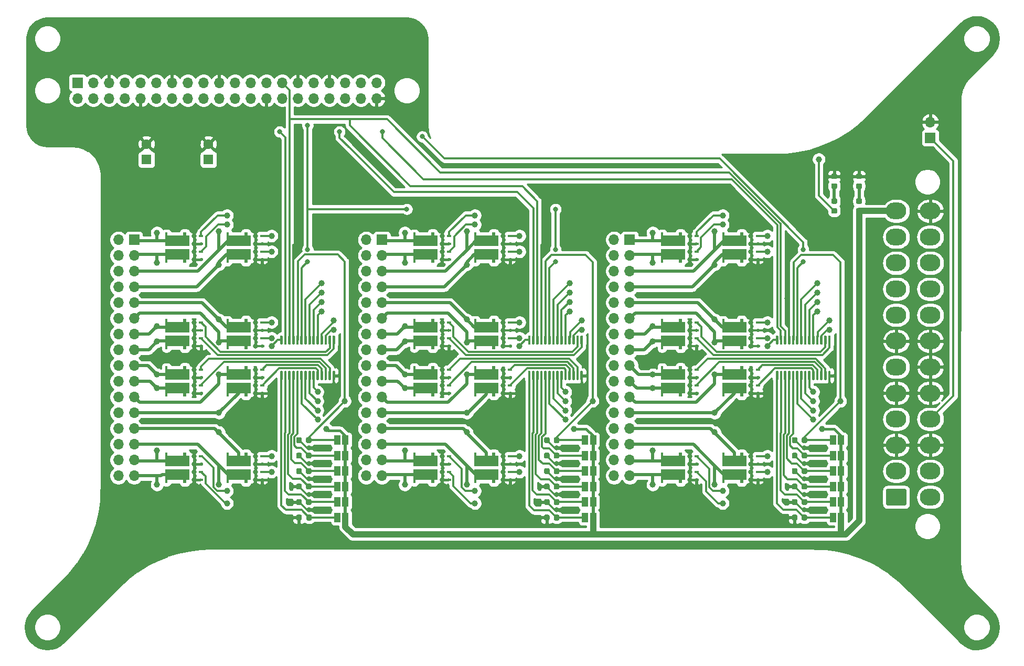
<source format=gbr>
%TF.GenerationSoftware,KiCad,Pcbnew,(5.1.6)-1*%
%TF.CreationDate,2020-07-21T23:35:01+09:00*%
%TF.ProjectId,PWM-PCA9685,50574d2d-5043-4413-9936-38352e6b6963,rev?*%
%TF.SameCoordinates,Original*%
%TF.FileFunction,Copper,L1,Top*%
%TF.FilePolarity,Positive*%
%FSLAX46Y46*%
G04 Gerber Fmt 4.6, Leading zero omitted, Abs format (unit mm)*
G04 Created by KiCad (PCBNEW (5.1.6)-1) date 2020-07-21 23:35:01*
%MOMM*%
%LPD*%
G01*
G04 APERTURE LIST*
%TA.AperFunction,ComponentPad*%
%ADD10O,1.700000X1.700000*%
%TD*%
%TA.AperFunction,ComponentPad*%
%ADD11R,1.700000X1.700000*%
%TD*%
%TA.AperFunction,ComponentPad*%
%ADD12C,1.600000*%
%TD*%
%TA.AperFunction,ComponentPad*%
%ADD13R,1.600000X1.600000*%
%TD*%
%TA.AperFunction,SMDPad,CuDef*%
%ADD14R,1.000000X1.500000*%
%TD*%
%TA.AperFunction,SMDPad,CuDef*%
%ADD15R,0.510000X0.585000*%
%TD*%
%TA.AperFunction,SMDPad,CuDef*%
%ADD16R,0.410000X0.470000*%
%TD*%
%TA.AperFunction,SMDPad,CuDef*%
%ADD17R,3.990000X1.730000*%
%TD*%
%TA.AperFunction,SMDPad,CuDef*%
%ADD18R,0.720000X0.410000*%
%TD*%
%TA.AperFunction,ComponentPad*%
%ADD19O,3.300000X2.700000*%
%TD*%
%TA.AperFunction,ViaPad*%
%ADD20C,1.000000*%
%TD*%
%TA.AperFunction,ViaPad*%
%ADD21C,0.800000*%
%TD*%
%TA.AperFunction,Conductor*%
%ADD22C,0.300000*%
%TD*%
%TA.AperFunction,Conductor*%
%ADD23C,0.400000*%
%TD*%
%TA.AperFunction,Conductor*%
%ADD24C,0.500000*%
%TD*%
%TA.AperFunction,Conductor*%
%ADD25C,1.000000*%
%TD*%
%TA.AperFunction,Conductor*%
%ADD26C,0.254000*%
%TD*%
G04 APERTURE END LIST*
%TO.P,R20,2*%
%TO.N,+3V3*%
%TA.AperFunction,SMDPad,CuDef*%
G36*
G01*
X150743750Y-47350000D02*
X151256250Y-47350000D01*
G75*
G02*
X151475000Y-47568750I0J-218750D01*
G01*
X151475000Y-48006250D01*
G75*
G02*
X151256250Y-48225000I-218750J0D01*
G01*
X150743750Y-48225000D01*
G75*
G02*
X150525000Y-48006250I0J218750D01*
G01*
X150525000Y-47568750D01*
G75*
G02*
X150743750Y-47350000I218750J0D01*
G01*
G37*
%TD.AperFunction*%
%TO.P,R20,1*%
%TO.N,Net-(D50-Pad2)*%
%TA.AperFunction,SMDPad,CuDef*%
G36*
G01*
X150743750Y-45775000D02*
X151256250Y-45775000D01*
G75*
G02*
X151475000Y-45993750I0J-218750D01*
G01*
X151475000Y-46431250D01*
G75*
G02*
X151256250Y-46650000I-218750J0D01*
G01*
X150743750Y-46650000D01*
G75*
G02*
X150525000Y-46431250I0J218750D01*
G01*
X150525000Y-45993750D01*
G75*
G02*
X150743750Y-45775000I218750J0D01*
G01*
G37*
%TD.AperFunction*%
%TD*%
D10*
%TO.P,J6,2*%
%TO.N,GND*%
X162500000Y-33460000D03*
D11*
%TO.P,J6,1*%
%TO.N,PSU_EN*%
X162500000Y-36000000D03*
%TD*%
%TO.P,R19,2*%
%TO.N,+12V*%
%TA.AperFunction,SMDPad,CuDef*%
G36*
G01*
X146743750Y-47350000D02*
X147256250Y-47350000D01*
G75*
G02*
X147475000Y-47568750I0J-218750D01*
G01*
X147475000Y-48006250D01*
G75*
G02*
X147256250Y-48225000I-218750J0D01*
G01*
X146743750Y-48225000D01*
G75*
G02*
X146525000Y-48006250I0J218750D01*
G01*
X146525000Y-47568750D01*
G75*
G02*
X146743750Y-47350000I218750J0D01*
G01*
G37*
%TD.AperFunction*%
%TO.P,R19,1*%
%TO.N,Net-(D49-Pad2)*%
%TA.AperFunction,SMDPad,CuDef*%
G36*
G01*
X146743750Y-45775000D02*
X147256250Y-45775000D01*
G75*
G02*
X147475000Y-45993750I0J-218750D01*
G01*
X147475000Y-46431250D01*
G75*
G02*
X147256250Y-46650000I-218750J0D01*
G01*
X146743750Y-46650000D01*
G75*
G02*
X146525000Y-46431250I0J218750D01*
G01*
X146525000Y-45993750D01*
G75*
G02*
X146743750Y-45775000I218750J0D01*
G01*
G37*
%TD.AperFunction*%
%TD*%
%TO.P,D50,2*%
%TO.N,Net-(D50-Pad2)*%
%TA.AperFunction,SMDPad,CuDef*%
G36*
G01*
X150743750Y-43350000D02*
X151256250Y-43350000D01*
G75*
G02*
X151475000Y-43568750I0J-218750D01*
G01*
X151475000Y-44006250D01*
G75*
G02*
X151256250Y-44225000I-218750J0D01*
G01*
X150743750Y-44225000D01*
G75*
G02*
X150525000Y-44006250I0J218750D01*
G01*
X150525000Y-43568750D01*
G75*
G02*
X150743750Y-43350000I218750J0D01*
G01*
G37*
%TD.AperFunction*%
%TO.P,D50,1*%
%TO.N,GND*%
%TA.AperFunction,SMDPad,CuDef*%
G36*
G01*
X150743750Y-41775000D02*
X151256250Y-41775000D01*
G75*
G02*
X151475000Y-41993750I0J-218750D01*
G01*
X151475000Y-42431250D01*
G75*
G02*
X151256250Y-42650000I-218750J0D01*
G01*
X150743750Y-42650000D01*
G75*
G02*
X150525000Y-42431250I0J218750D01*
G01*
X150525000Y-41993750D01*
G75*
G02*
X150743750Y-41775000I218750J0D01*
G01*
G37*
%TD.AperFunction*%
%TD*%
%TO.P,D49,2*%
%TO.N,Net-(D49-Pad2)*%
%TA.AperFunction,SMDPad,CuDef*%
G36*
G01*
X146743750Y-43350000D02*
X147256250Y-43350000D01*
G75*
G02*
X147475000Y-43568750I0J-218750D01*
G01*
X147475000Y-44006250D01*
G75*
G02*
X147256250Y-44225000I-218750J0D01*
G01*
X146743750Y-44225000D01*
G75*
G02*
X146525000Y-44006250I0J218750D01*
G01*
X146525000Y-43568750D01*
G75*
G02*
X146743750Y-43350000I218750J0D01*
G01*
G37*
%TD.AperFunction*%
%TO.P,D49,1*%
%TO.N,GND*%
%TA.AperFunction,SMDPad,CuDef*%
G36*
G01*
X146743750Y-41775000D02*
X147256250Y-41775000D01*
G75*
G02*
X147475000Y-41993750I0J-218750D01*
G01*
X147475000Y-42431250D01*
G75*
G02*
X147256250Y-42650000I-218750J0D01*
G01*
X146743750Y-42650000D01*
G75*
G02*
X146525000Y-42431250I0J218750D01*
G01*
X146525000Y-41993750D01*
G75*
G02*
X146743750Y-41775000I218750J0D01*
G01*
G37*
%TD.AperFunction*%
%TD*%
D12*
%TO.P,C4,2*%
%TO.N,GND*%
X46000000Y-37000000D03*
D13*
%TO.P,C4,1*%
%TO.N,+12V*%
X46000000Y-39500000D03*
%TD*%
D12*
%TO.P,C3,2*%
%TO.N,GND*%
X36000000Y-37000000D03*
D13*
%TO.P,C3,1*%
%TO.N,+12V*%
X36000000Y-39500000D03*
%TD*%
D10*
%TO.P,J4,39*%
%TO.N,GND*%
X73130000Y-29620000D03*
%TO.P,J4,40*%
%TO.N,~OE*%
X73130000Y-27080000D03*
%TO.P,J4,37*%
%TO.N,Net-(J4-Pad37)*%
X70590000Y-29620000D03*
%TO.P,J4,38*%
%TO.N,Net-(J4-Pad38)*%
X70590000Y-27080000D03*
%TO.P,J4,35*%
%TO.N,Net-(J4-Pad35)*%
X68050000Y-29620000D03*
%TO.P,J4,36*%
%TO.N,Net-(J4-Pad36)*%
X68050000Y-27080000D03*
%TO.P,J4,33*%
%TO.N,Net-(J4-Pad33)*%
X65510000Y-29620000D03*
%TO.P,J4,34*%
%TO.N,GND*%
X65510000Y-27080000D03*
%TO.P,J4,31*%
%TO.N,Net-(J4-Pad31)*%
X62970000Y-29620000D03*
%TO.P,J4,32*%
%TO.N,Net-(J4-Pad32)*%
X62970000Y-27080000D03*
%TO.P,J4,29*%
%TO.N,Net-(J4-Pad29)*%
X60430000Y-29620000D03*
%TO.P,J4,30*%
%TO.N,GND*%
X60430000Y-27080000D03*
%TO.P,J4,27*%
%TO.N,SDA*%
X57890000Y-29620000D03*
%TO.P,J4,28*%
%TO.N,SCL*%
X57890000Y-27080000D03*
%TO.P,J4,25*%
%TO.N,GND*%
X55350000Y-29620000D03*
%TO.P,J4,26*%
%TO.N,Net-(J4-Pad26)*%
X55350000Y-27080000D03*
%TO.P,J4,23*%
%TO.N,Net-(J4-Pad23)*%
X52810000Y-29620000D03*
%TO.P,J4,24*%
%TO.N,Net-(J4-Pad24)*%
X52810000Y-27080000D03*
%TO.P,J4,21*%
%TO.N,Net-(J4-Pad21)*%
X50270000Y-29620000D03*
%TO.P,J4,22*%
%TO.N,Net-(J4-Pad22)*%
X50270000Y-27080000D03*
%TO.P,J4,19*%
%TO.N,Net-(J4-Pad19)*%
X47730000Y-29620000D03*
%TO.P,J4,20*%
%TO.N,GND*%
X47730000Y-27080000D03*
%TO.P,J4,17*%
%TO.N,Net-(J4-Pad17)*%
X45190000Y-29620000D03*
%TO.P,J4,18*%
%TO.N,Net-(J4-Pad18)*%
X45190000Y-27080000D03*
%TO.P,J4,15*%
%TO.N,Net-(J4-Pad15)*%
X42650000Y-29620000D03*
%TO.P,J4,16*%
%TO.N,Net-(J4-Pad16)*%
X42650000Y-27080000D03*
%TO.P,J4,13*%
%TO.N,Net-(J4-Pad13)*%
X40110000Y-29620000D03*
%TO.P,J4,14*%
%TO.N,GND*%
X40110000Y-27080000D03*
%TO.P,J4,11*%
%TO.N,Net-(J4-Pad11)*%
X37570000Y-29620000D03*
%TO.P,J4,12*%
%TO.N,Net-(J4-Pad12)*%
X37570000Y-27080000D03*
%TO.P,J4,9*%
%TO.N,GND*%
X35030000Y-29620000D03*
%TO.P,J4,10*%
%TO.N,Net-(J4-Pad10)*%
X35030000Y-27080000D03*
%TO.P,J4,7*%
%TO.N,Net-(J4-Pad7)*%
X32490000Y-29620000D03*
%TO.P,J4,8*%
%TO.N,Net-(J4-Pad8)*%
X32490000Y-27080000D03*
%TO.P,J4,5*%
%TO.N,Net-(J4-Pad5)*%
X29950000Y-29620000D03*
%TO.P,J4,6*%
%TO.N,GND*%
X29950000Y-27080000D03*
%TO.P,J4,3*%
%TO.N,Net-(J4-Pad3)*%
X27410000Y-29620000D03*
%TO.P,J4,4*%
%TO.N,Net-(J4-Pad4)*%
X27410000Y-27080000D03*
%TO.P,J4,1*%
%TO.N,Net-(J4-Pad1)*%
X24870000Y-29620000D03*
D11*
%TO.P,J4,2*%
%TO.N,Net-(J4-Pad2)*%
X24870000Y-27080000D03*
%TD*%
D10*
%TO.P,J1,17*%
%TO.N,+12V*%
X31460000Y-90550000D03*
%TO.P,J1,1*%
%TO.N,/D0*%
X34000000Y-90550000D03*
%TO.P,J1,18*%
%TO.N,+12V*%
X31460000Y-88010000D03*
%TO.P,J1,2*%
%TO.N,/D1*%
X34000000Y-88010000D03*
%TO.P,J1,19*%
%TO.N,+12V*%
X31460000Y-85470000D03*
%TO.P,J1,3*%
%TO.N,/D2*%
X34000000Y-85470000D03*
%TO.P,J1,20*%
%TO.N,+12V*%
X31460000Y-82930000D03*
%TO.P,J1,4*%
%TO.N,/D3*%
X34000000Y-82930000D03*
%TO.P,J1,21*%
%TO.N,+12V*%
X31460000Y-80390000D03*
%TO.P,J1,5*%
%TO.N,/D4*%
X34000000Y-80390000D03*
%TO.P,J1,22*%
%TO.N,+12V*%
X31460000Y-77850000D03*
%TO.P,J1,6*%
%TO.N,/D5*%
X34000000Y-77850000D03*
%TO.P,J1,23*%
%TO.N,+12V*%
X31460000Y-75310000D03*
%TO.P,J1,7*%
%TO.N,/D6*%
X34000000Y-75310000D03*
%TO.P,J1,24*%
%TO.N,+12V*%
X31460000Y-72770000D03*
%TO.P,J1,8*%
%TO.N,/D7*%
X34000000Y-72770000D03*
%TO.P,J1,25*%
%TO.N,+12V*%
X31460000Y-70230000D03*
%TO.P,J1,9*%
%TO.N,/D8*%
X34000000Y-70230000D03*
%TO.P,J1,26*%
%TO.N,+12V*%
X31460000Y-67690000D03*
%TO.P,J1,10*%
%TO.N,/D9*%
X34000000Y-67690000D03*
%TO.P,J1,27*%
%TO.N,+12V*%
X31460000Y-65150000D03*
%TO.P,J1,11*%
%TO.N,/D10*%
X34000000Y-65150000D03*
%TO.P,J1,28*%
%TO.N,+12V*%
X31460000Y-62610000D03*
%TO.P,J1,12*%
%TO.N,/D11*%
X34000000Y-62610000D03*
%TO.P,J1,29*%
%TO.N,+12V*%
X31460000Y-60070000D03*
%TO.P,J1,13*%
%TO.N,/D12*%
X34000000Y-60070000D03*
%TO.P,J1,30*%
%TO.N,+12V*%
X31460000Y-57530000D03*
%TO.P,J1,14*%
%TO.N,/D13*%
X34000000Y-57530000D03*
%TO.P,J1,31*%
%TO.N,+12V*%
X31460000Y-54990000D03*
%TO.P,J1,15*%
%TO.N,/D14*%
X34000000Y-54990000D03*
%TO.P,J1,32*%
%TO.N,+12V*%
X31460000Y-52450000D03*
D11*
%TO.P,J1,16*%
%TO.N,/D15*%
X34000000Y-52450000D03*
%TD*%
D10*
%TO.P,J2,17*%
%TO.N,+12V*%
X71460000Y-90550000D03*
%TO.P,J2,1*%
%TO.N,/D16*%
X74000000Y-90550000D03*
%TO.P,J2,18*%
%TO.N,+12V*%
X71460000Y-88010000D03*
%TO.P,J2,2*%
%TO.N,/D17*%
X74000000Y-88010000D03*
%TO.P,J2,19*%
%TO.N,+12V*%
X71460000Y-85470000D03*
%TO.P,J2,3*%
%TO.N,/D18*%
X74000000Y-85470000D03*
%TO.P,J2,20*%
%TO.N,+12V*%
X71460000Y-82930000D03*
%TO.P,J2,4*%
%TO.N,/D19*%
X74000000Y-82930000D03*
%TO.P,J2,21*%
%TO.N,+12V*%
X71460000Y-80390000D03*
%TO.P,J2,5*%
%TO.N,/D20*%
X74000000Y-80390000D03*
%TO.P,J2,22*%
%TO.N,+12V*%
X71460000Y-77850000D03*
%TO.P,J2,6*%
%TO.N,/D21*%
X74000000Y-77850000D03*
%TO.P,J2,23*%
%TO.N,+12V*%
X71460000Y-75310000D03*
%TO.P,J2,7*%
%TO.N,/D22*%
X74000000Y-75310000D03*
%TO.P,J2,24*%
%TO.N,+12V*%
X71460000Y-72770000D03*
%TO.P,J2,8*%
%TO.N,/D23*%
X74000000Y-72770000D03*
%TO.P,J2,25*%
%TO.N,+12V*%
X71460000Y-70230000D03*
%TO.P,J2,9*%
%TO.N,/D24*%
X74000000Y-70230000D03*
%TO.P,J2,26*%
%TO.N,+12V*%
X71460000Y-67690000D03*
%TO.P,J2,10*%
%TO.N,/D25*%
X74000000Y-67690000D03*
%TO.P,J2,27*%
%TO.N,+12V*%
X71460000Y-65150000D03*
%TO.P,J2,11*%
%TO.N,/D26*%
X74000000Y-65150000D03*
%TO.P,J2,28*%
%TO.N,+12V*%
X71460000Y-62610000D03*
%TO.P,J2,12*%
%TO.N,/D27*%
X74000000Y-62610000D03*
%TO.P,J2,29*%
%TO.N,+12V*%
X71460000Y-60070000D03*
%TO.P,J2,13*%
%TO.N,/D28*%
X74000000Y-60070000D03*
%TO.P,J2,30*%
%TO.N,+12V*%
X71460000Y-57530000D03*
%TO.P,J2,14*%
%TO.N,/D29*%
X74000000Y-57530000D03*
%TO.P,J2,31*%
%TO.N,+12V*%
X71460000Y-54990000D03*
%TO.P,J2,15*%
%TO.N,/D30*%
X74000000Y-54990000D03*
%TO.P,J2,32*%
%TO.N,+12V*%
X71460000Y-52450000D03*
D11*
%TO.P,J2,16*%
%TO.N,/D31*%
X74000000Y-52450000D03*
%TD*%
D10*
%TO.P,J3,17*%
%TO.N,+12V*%
X111460000Y-90550000D03*
%TO.P,J3,1*%
%TO.N,/D32*%
X114000000Y-90550000D03*
%TO.P,J3,18*%
%TO.N,+12V*%
X111460000Y-88010000D03*
%TO.P,J3,2*%
%TO.N,/D33*%
X114000000Y-88010000D03*
%TO.P,J3,19*%
%TO.N,+12V*%
X111460000Y-85470000D03*
%TO.P,J3,3*%
%TO.N,/D34*%
X114000000Y-85470000D03*
%TO.P,J3,20*%
%TO.N,+12V*%
X111460000Y-82930000D03*
%TO.P,J3,4*%
%TO.N,/D35*%
X114000000Y-82930000D03*
%TO.P,J3,21*%
%TO.N,+12V*%
X111460000Y-80390000D03*
%TO.P,J3,5*%
%TO.N,/D36*%
X114000000Y-80390000D03*
%TO.P,J3,22*%
%TO.N,+12V*%
X111460000Y-77850000D03*
%TO.P,J3,6*%
%TO.N,/D37*%
X114000000Y-77850000D03*
%TO.P,J3,23*%
%TO.N,+12V*%
X111460000Y-75310000D03*
%TO.P,J3,7*%
%TO.N,/D38*%
X114000000Y-75310000D03*
%TO.P,J3,24*%
%TO.N,+12V*%
X111460000Y-72770000D03*
%TO.P,J3,8*%
%TO.N,/D39*%
X114000000Y-72770000D03*
%TO.P,J3,25*%
%TO.N,+12V*%
X111460000Y-70230000D03*
%TO.P,J3,9*%
%TO.N,/D40*%
X114000000Y-70230000D03*
%TO.P,J3,26*%
%TO.N,+12V*%
X111460000Y-67690000D03*
%TO.P,J3,10*%
%TO.N,/D41*%
X114000000Y-67690000D03*
%TO.P,J3,27*%
%TO.N,+12V*%
X111460000Y-65150000D03*
%TO.P,J3,11*%
%TO.N,/D42*%
X114000000Y-65150000D03*
%TO.P,J3,28*%
%TO.N,+12V*%
X111460000Y-62610000D03*
%TO.P,J3,12*%
%TO.N,/D43*%
X114000000Y-62610000D03*
%TO.P,J3,29*%
%TO.N,+12V*%
X111460000Y-60070000D03*
%TO.P,J3,13*%
%TO.N,/D44*%
X114000000Y-60070000D03*
%TO.P,J3,30*%
%TO.N,+12V*%
X111460000Y-57530000D03*
%TO.P,J3,14*%
%TO.N,/D45*%
X114000000Y-57530000D03*
%TO.P,J3,31*%
%TO.N,+12V*%
X111460000Y-54990000D03*
%TO.P,J3,15*%
%TO.N,/D46*%
X114000000Y-54990000D03*
%TO.P,J3,32*%
%TO.N,+12V*%
X111460000Y-52450000D03*
D11*
%TO.P,J3,16*%
%TO.N,/D47*%
X114000000Y-52450000D03*
%TD*%
D14*
%TO.P,JP18,1*%
%TO.N,+3V3*%
X148100000Y-84800000D03*
%TO.P,JP18,2*%
%TO.N,/A35*%
X146800000Y-84800000D03*
%TD*%
%TO.P,JP17,1*%
%TO.N,+3V3*%
X148100000Y-87300000D03*
%TO.P,JP17,2*%
%TO.N,/A34*%
X146800000Y-87300000D03*
%TD*%
%TO.P,JP16,1*%
%TO.N,+3V3*%
X148100000Y-89800000D03*
%TO.P,JP16,2*%
%TO.N,/A33*%
X146800000Y-89800000D03*
%TD*%
%TO.P,JP15,1*%
%TO.N,+3V3*%
X148100000Y-92300000D03*
%TO.P,JP15,2*%
%TO.N,/A32*%
X146800000Y-92300000D03*
%TD*%
%TO.P,JP14,1*%
%TO.N,+3V3*%
X148100000Y-94800000D03*
%TO.P,JP14,2*%
%TO.N,/A31*%
X146800000Y-94800000D03*
%TD*%
%TO.P,JP13,1*%
%TO.N,+3V3*%
X148100000Y-97300000D03*
%TO.P,JP13,2*%
%TO.N,/A30*%
X146800000Y-97300000D03*
%TD*%
%TO.P,JP12,1*%
%TO.N,+3V3*%
X108100000Y-84800000D03*
%TO.P,JP12,2*%
%TO.N,/A25*%
X106800000Y-84800000D03*
%TD*%
%TO.P,JP11,1*%
%TO.N,+3V3*%
X108100000Y-87300000D03*
%TO.P,JP11,2*%
%TO.N,/A24*%
X106800000Y-87300000D03*
%TD*%
%TO.P,JP10,1*%
%TO.N,+3V3*%
X108100000Y-89800000D03*
%TO.P,JP10,2*%
%TO.N,/A23*%
X106800000Y-89800000D03*
%TD*%
%TO.P,JP9,1*%
%TO.N,+3V3*%
X108100000Y-92300000D03*
%TO.P,JP9,2*%
%TO.N,/A22*%
X106800000Y-92300000D03*
%TD*%
%TO.P,JP8,1*%
%TO.N,+3V3*%
X108100000Y-94800000D03*
%TO.P,JP8,2*%
%TO.N,/A21*%
X106800000Y-94800000D03*
%TD*%
%TO.P,JP7,1*%
%TO.N,+3V3*%
X108100000Y-97300000D03*
%TO.P,JP7,2*%
%TO.N,/A20*%
X106800000Y-97300000D03*
%TD*%
%TO.P,JP6,1*%
%TO.N,+3V3*%
X68100000Y-84800000D03*
%TO.P,JP6,2*%
%TO.N,/A15*%
X66800000Y-84800000D03*
%TD*%
%TO.P,JP5,1*%
%TO.N,+3V3*%
X68100000Y-87300000D03*
%TO.P,JP5,2*%
%TO.N,/A14*%
X66800000Y-87300000D03*
%TD*%
%TO.P,JP4,1*%
%TO.N,+3V3*%
X68100000Y-89800000D03*
%TO.P,JP4,2*%
%TO.N,/A13*%
X66800000Y-89800000D03*
%TD*%
%TO.P,JP3,1*%
%TO.N,+3V3*%
X68100000Y-92300000D03*
%TO.P,JP3,2*%
%TO.N,/A12*%
X66800000Y-92300000D03*
%TD*%
%TO.P,JP2,1*%
%TO.N,+3V3*%
X68100000Y-94800000D03*
%TO.P,JP2,2*%
%TO.N,/A11*%
X66800000Y-94800000D03*
%TD*%
%TO.P,JP1,1*%
%TO.N,+3V3*%
X68100000Y-97300000D03*
%TO.P,JP1,2*%
%TO.N,/A10*%
X66800000Y-97300000D03*
%TD*%
%TO.P,U1,28*%
%TO.N,+3V3*%
%TA.AperFunction,SMDPad,CuDef*%
G36*
G01*
X57875000Y-69375000D02*
X57675000Y-69375000D01*
G75*
G02*
X57575000Y-69275000I0J100000D01*
G01*
X57575000Y-68000000D01*
G75*
G02*
X57675000Y-67900000I100000J0D01*
G01*
X57875000Y-67900000D01*
G75*
G02*
X57975000Y-68000000I0J-100000D01*
G01*
X57975000Y-69275000D01*
G75*
G02*
X57875000Y-69375000I-100000J0D01*
G01*
G37*
%TD.AperFunction*%
%TO.P,U1,27*%
%TO.N,SDA*%
%TA.AperFunction,SMDPad,CuDef*%
G36*
G01*
X58525000Y-69375000D02*
X58325000Y-69375000D01*
G75*
G02*
X58225000Y-69275000I0J100000D01*
G01*
X58225000Y-68000000D01*
G75*
G02*
X58325000Y-67900000I100000J0D01*
G01*
X58525000Y-67900000D01*
G75*
G02*
X58625000Y-68000000I0J-100000D01*
G01*
X58625000Y-69275000D01*
G75*
G02*
X58525000Y-69375000I-100000J0D01*
G01*
G37*
%TD.AperFunction*%
%TO.P,U1,26*%
%TO.N,SCL*%
%TA.AperFunction,SMDPad,CuDef*%
G36*
G01*
X59175000Y-69375000D02*
X58975000Y-69375000D01*
G75*
G02*
X58875000Y-69275000I0J100000D01*
G01*
X58875000Y-68000000D01*
G75*
G02*
X58975000Y-67900000I100000J0D01*
G01*
X59175000Y-67900000D01*
G75*
G02*
X59275000Y-68000000I0J-100000D01*
G01*
X59275000Y-69275000D01*
G75*
G02*
X59175000Y-69375000I-100000J0D01*
G01*
G37*
%TD.AperFunction*%
%TO.P,U1,25*%
%TO.N,GND*%
%TA.AperFunction,SMDPad,CuDef*%
G36*
G01*
X59825000Y-69375000D02*
X59625000Y-69375000D01*
G75*
G02*
X59525000Y-69275000I0J100000D01*
G01*
X59525000Y-68000000D01*
G75*
G02*
X59625000Y-67900000I100000J0D01*
G01*
X59825000Y-67900000D01*
G75*
G02*
X59925000Y-68000000I0J-100000D01*
G01*
X59925000Y-69275000D01*
G75*
G02*
X59825000Y-69375000I-100000J0D01*
G01*
G37*
%TD.AperFunction*%
%TO.P,U1,24*%
%TO.N,/A15*%
%TA.AperFunction,SMDPad,CuDef*%
G36*
G01*
X60475000Y-69375000D02*
X60275000Y-69375000D01*
G75*
G02*
X60175000Y-69275000I0J100000D01*
G01*
X60175000Y-68000000D01*
G75*
G02*
X60275000Y-67900000I100000J0D01*
G01*
X60475000Y-67900000D01*
G75*
G02*
X60575000Y-68000000I0J-100000D01*
G01*
X60575000Y-69275000D01*
G75*
G02*
X60475000Y-69375000I-100000J0D01*
G01*
G37*
%TD.AperFunction*%
%TO.P,U1,23*%
%TO.N,~OE*%
%TA.AperFunction,SMDPad,CuDef*%
G36*
G01*
X61125000Y-69375000D02*
X60925000Y-69375000D01*
G75*
G02*
X60825000Y-69275000I0J100000D01*
G01*
X60825000Y-68000000D01*
G75*
G02*
X60925000Y-67900000I100000J0D01*
G01*
X61125000Y-67900000D01*
G75*
G02*
X61225000Y-68000000I0J-100000D01*
G01*
X61225000Y-69275000D01*
G75*
G02*
X61125000Y-69375000I-100000J0D01*
G01*
G37*
%TD.AperFunction*%
%TO.P,U1,22*%
%TO.N,PWM15*%
%TA.AperFunction,SMDPad,CuDef*%
G36*
G01*
X61775000Y-69375000D02*
X61575000Y-69375000D01*
G75*
G02*
X61475000Y-69275000I0J100000D01*
G01*
X61475000Y-68000000D01*
G75*
G02*
X61575000Y-67900000I100000J0D01*
G01*
X61775000Y-67900000D01*
G75*
G02*
X61875000Y-68000000I0J-100000D01*
G01*
X61875000Y-69275000D01*
G75*
G02*
X61775000Y-69375000I-100000J0D01*
G01*
G37*
%TD.AperFunction*%
%TO.P,U1,21*%
%TO.N,PWM14*%
%TA.AperFunction,SMDPad,CuDef*%
G36*
G01*
X62425000Y-69375000D02*
X62225000Y-69375000D01*
G75*
G02*
X62125000Y-69275000I0J100000D01*
G01*
X62125000Y-68000000D01*
G75*
G02*
X62225000Y-67900000I100000J0D01*
G01*
X62425000Y-67900000D01*
G75*
G02*
X62525000Y-68000000I0J-100000D01*
G01*
X62525000Y-69275000D01*
G75*
G02*
X62425000Y-69375000I-100000J0D01*
G01*
G37*
%TD.AperFunction*%
%TO.P,U1,20*%
%TO.N,PWM13*%
%TA.AperFunction,SMDPad,CuDef*%
G36*
G01*
X63075000Y-69375000D02*
X62875000Y-69375000D01*
G75*
G02*
X62775000Y-69275000I0J100000D01*
G01*
X62775000Y-68000000D01*
G75*
G02*
X62875000Y-67900000I100000J0D01*
G01*
X63075000Y-67900000D01*
G75*
G02*
X63175000Y-68000000I0J-100000D01*
G01*
X63175000Y-69275000D01*
G75*
G02*
X63075000Y-69375000I-100000J0D01*
G01*
G37*
%TD.AperFunction*%
%TO.P,U1,19*%
%TO.N,PWM12*%
%TA.AperFunction,SMDPad,CuDef*%
G36*
G01*
X63725000Y-69375000D02*
X63525000Y-69375000D01*
G75*
G02*
X63425000Y-69275000I0J100000D01*
G01*
X63425000Y-68000000D01*
G75*
G02*
X63525000Y-67900000I100000J0D01*
G01*
X63725000Y-67900000D01*
G75*
G02*
X63825000Y-68000000I0J-100000D01*
G01*
X63825000Y-69275000D01*
G75*
G02*
X63725000Y-69375000I-100000J0D01*
G01*
G37*
%TD.AperFunction*%
%TO.P,U1,18*%
%TO.N,PWM11*%
%TA.AperFunction,SMDPad,CuDef*%
G36*
G01*
X64375000Y-69375000D02*
X64175000Y-69375000D01*
G75*
G02*
X64075000Y-69275000I0J100000D01*
G01*
X64075000Y-68000000D01*
G75*
G02*
X64175000Y-67900000I100000J0D01*
G01*
X64375000Y-67900000D01*
G75*
G02*
X64475000Y-68000000I0J-100000D01*
G01*
X64475000Y-69275000D01*
G75*
G02*
X64375000Y-69375000I-100000J0D01*
G01*
G37*
%TD.AperFunction*%
%TO.P,U1,17*%
%TO.N,PWM10*%
%TA.AperFunction,SMDPad,CuDef*%
G36*
G01*
X65025000Y-69375000D02*
X64825000Y-69375000D01*
G75*
G02*
X64725000Y-69275000I0J100000D01*
G01*
X64725000Y-68000000D01*
G75*
G02*
X64825000Y-67900000I100000J0D01*
G01*
X65025000Y-67900000D01*
G75*
G02*
X65125000Y-68000000I0J-100000D01*
G01*
X65125000Y-69275000D01*
G75*
G02*
X65025000Y-69375000I-100000J0D01*
G01*
G37*
%TD.AperFunction*%
%TO.P,U1,16*%
%TO.N,PWM9*%
%TA.AperFunction,SMDPad,CuDef*%
G36*
G01*
X65675000Y-69375000D02*
X65475000Y-69375000D01*
G75*
G02*
X65375000Y-69275000I0J100000D01*
G01*
X65375000Y-68000000D01*
G75*
G02*
X65475000Y-67900000I100000J0D01*
G01*
X65675000Y-67900000D01*
G75*
G02*
X65775000Y-68000000I0J-100000D01*
G01*
X65775000Y-69275000D01*
G75*
G02*
X65675000Y-69375000I-100000J0D01*
G01*
G37*
%TD.AperFunction*%
%TO.P,U1,15*%
%TO.N,PWM8*%
%TA.AperFunction,SMDPad,CuDef*%
G36*
G01*
X66325000Y-69375000D02*
X66125000Y-69375000D01*
G75*
G02*
X66025000Y-69275000I0J100000D01*
G01*
X66025000Y-68000000D01*
G75*
G02*
X66125000Y-67900000I100000J0D01*
G01*
X66325000Y-67900000D01*
G75*
G02*
X66425000Y-68000000I0J-100000D01*
G01*
X66425000Y-69275000D01*
G75*
G02*
X66325000Y-69375000I-100000J0D01*
G01*
G37*
%TD.AperFunction*%
%TO.P,U1,14*%
%TO.N,GND*%
%TA.AperFunction,SMDPad,CuDef*%
G36*
G01*
X66325000Y-75100000D02*
X66125000Y-75100000D01*
G75*
G02*
X66025000Y-75000000I0J100000D01*
G01*
X66025000Y-73725000D01*
G75*
G02*
X66125000Y-73625000I100000J0D01*
G01*
X66325000Y-73625000D01*
G75*
G02*
X66425000Y-73725000I0J-100000D01*
G01*
X66425000Y-75000000D01*
G75*
G02*
X66325000Y-75100000I-100000J0D01*
G01*
G37*
%TD.AperFunction*%
%TO.P,U1,13*%
%TO.N,PWM7*%
%TA.AperFunction,SMDPad,CuDef*%
G36*
G01*
X65675000Y-75100000D02*
X65475000Y-75100000D01*
G75*
G02*
X65375000Y-75000000I0J100000D01*
G01*
X65375000Y-73725000D01*
G75*
G02*
X65475000Y-73625000I100000J0D01*
G01*
X65675000Y-73625000D01*
G75*
G02*
X65775000Y-73725000I0J-100000D01*
G01*
X65775000Y-75000000D01*
G75*
G02*
X65675000Y-75100000I-100000J0D01*
G01*
G37*
%TD.AperFunction*%
%TO.P,U1,12*%
%TO.N,PWM6*%
%TA.AperFunction,SMDPad,CuDef*%
G36*
G01*
X65025000Y-75100000D02*
X64825000Y-75100000D01*
G75*
G02*
X64725000Y-75000000I0J100000D01*
G01*
X64725000Y-73725000D01*
G75*
G02*
X64825000Y-73625000I100000J0D01*
G01*
X65025000Y-73625000D01*
G75*
G02*
X65125000Y-73725000I0J-100000D01*
G01*
X65125000Y-75000000D01*
G75*
G02*
X65025000Y-75100000I-100000J0D01*
G01*
G37*
%TD.AperFunction*%
%TO.P,U1,11*%
%TO.N,PWM5*%
%TA.AperFunction,SMDPad,CuDef*%
G36*
G01*
X64375000Y-75100000D02*
X64175000Y-75100000D01*
G75*
G02*
X64075000Y-75000000I0J100000D01*
G01*
X64075000Y-73725000D01*
G75*
G02*
X64175000Y-73625000I100000J0D01*
G01*
X64375000Y-73625000D01*
G75*
G02*
X64475000Y-73725000I0J-100000D01*
G01*
X64475000Y-75000000D01*
G75*
G02*
X64375000Y-75100000I-100000J0D01*
G01*
G37*
%TD.AperFunction*%
%TO.P,U1,10*%
%TO.N,PWM4*%
%TA.AperFunction,SMDPad,CuDef*%
G36*
G01*
X63725000Y-75100000D02*
X63525000Y-75100000D01*
G75*
G02*
X63425000Y-75000000I0J100000D01*
G01*
X63425000Y-73725000D01*
G75*
G02*
X63525000Y-73625000I100000J0D01*
G01*
X63725000Y-73625000D01*
G75*
G02*
X63825000Y-73725000I0J-100000D01*
G01*
X63825000Y-75000000D01*
G75*
G02*
X63725000Y-75100000I-100000J0D01*
G01*
G37*
%TD.AperFunction*%
%TO.P,U1,9*%
%TO.N,PWM3*%
%TA.AperFunction,SMDPad,CuDef*%
G36*
G01*
X63075000Y-75100000D02*
X62875000Y-75100000D01*
G75*
G02*
X62775000Y-75000000I0J100000D01*
G01*
X62775000Y-73725000D01*
G75*
G02*
X62875000Y-73625000I100000J0D01*
G01*
X63075000Y-73625000D01*
G75*
G02*
X63175000Y-73725000I0J-100000D01*
G01*
X63175000Y-75000000D01*
G75*
G02*
X63075000Y-75100000I-100000J0D01*
G01*
G37*
%TD.AperFunction*%
%TO.P,U1,8*%
%TO.N,PWM2*%
%TA.AperFunction,SMDPad,CuDef*%
G36*
G01*
X62425000Y-75100000D02*
X62225000Y-75100000D01*
G75*
G02*
X62125000Y-75000000I0J100000D01*
G01*
X62125000Y-73725000D01*
G75*
G02*
X62225000Y-73625000I100000J0D01*
G01*
X62425000Y-73625000D01*
G75*
G02*
X62525000Y-73725000I0J-100000D01*
G01*
X62525000Y-75000000D01*
G75*
G02*
X62425000Y-75100000I-100000J0D01*
G01*
G37*
%TD.AperFunction*%
%TO.P,U1,7*%
%TO.N,PWM1*%
%TA.AperFunction,SMDPad,CuDef*%
G36*
G01*
X61775000Y-75100000D02*
X61575000Y-75100000D01*
G75*
G02*
X61475000Y-75000000I0J100000D01*
G01*
X61475000Y-73725000D01*
G75*
G02*
X61575000Y-73625000I100000J0D01*
G01*
X61775000Y-73625000D01*
G75*
G02*
X61875000Y-73725000I0J-100000D01*
G01*
X61875000Y-75000000D01*
G75*
G02*
X61775000Y-75100000I-100000J0D01*
G01*
G37*
%TD.AperFunction*%
%TO.P,U1,6*%
%TO.N,PWM0*%
%TA.AperFunction,SMDPad,CuDef*%
G36*
G01*
X61125000Y-75100000D02*
X60925000Y-75100000D01*
G75*
G02*
X60825000Y-75000000I0J100000D01*
G01*
X60825000Y-73725000D01*
G75*
G02*
X60925000Y-73625000I100000J0D01*
G01*
X61125000Y-73625000D01*
G75*
G02*
X61225000Y-73725000I0J-100000D01*
G01*
X61225000Y-75000000D01*
G75*
G02*
X61125000Y-75100000I-100000J0D01*
G01*
G37*
%TD.AperFunction*%
%TO.P,U1,5*%
%TO.N,/A14*%
%TA.AperFunction,SMDPad,CuDef*%
G36*
G01*
X60475000Y-75100000D02*
X60275000Y-75100000D01*
G75*
G02*
X60175000Y-75000000I0J100000D01*
G01*
X60175000Y-73725000D01*
G75*
G02*
X60275000Y-73625000I100000J0D01*
G01*
X60475000Y-73625000D01*
G75*
G02*
X60575000Y-73725000I0J-100000D01*
G01*
X60575000Y-75000000D01*
G75*
G02*
X60475000Y-75100000I-100000J0D01*
G01*
G37*
%TD.AperFunction*%
%TO.P,U1,4*%
%TO.N,/A13*%
%TA.AperFunction,SMDPad,CuDef*%
G36*
G01*
X59825000Y-75100000D02*
X59625000Y-75100000D01*
G75*
G02*
X59525000Y-75000000I0J100000D01*
G01*
X59525000Y-73725000D01*
G75*
G02*
X59625000Y-73625000I100000J0D01*
G01*
X59825000Y-73625000D01*
G75*
G02*
X59925000Y-73725000I0J-100000D01*
G01*
X59925000Y-75000000D01*
G75*
G02*
X59825000Y-75100000I-100000J0D01*
G01*
G37*
%TD.AperFunction*%
%TO.P,U1,3*%
%TO.N,/A12*%
%TA.AperFunction,SMDPad,CuDef*%
G36*
G01*
X59175000Y-75100000D02*
X58975000Y-75100000D01*
G75*
G02*
X58875000Y-75000000I0J100000D01*
G01*
X58875000Y-73725000D01*
G75*
G02*
X58975000Y-73625000I100000J0D01*
G01*
X59175000Y-73625000D01*
G75*
G02*
X59275000Y-73725000I0J-100000D01*
G01*
X59275000Y-75000000D01*
G75*
G02*
X59175000Y-75100000I-100000J0D01*
G01*
G37*
%TD.AperFunction*%
%TO.P,U1,2*%
%TO.N,/A11*%
%TA.AperFunction,SMDPad,CuDef*%
G36*
G01*
X58525000Y-75100000D02*
X58325000Y-75100000D01*
G75*
G02*
X58225000Y-75000000I0J100000D01*
G01*
X58225000Y-73725000D01*
G75*
G02*
X58325000Y-73625000I100000J0D01*
G01*
X58525000Y-73625000D01*
G75*
G02*
X58625000Y-73725000I0J-100000D01*
G01*
X58625000Y-75000000D01*
G75*
G02*
X58525000Y-75100000I-100000J0D01*
G01*
G37*
%TD.AperFunction*%
%TO.P,U1,1*%
%TO.N,/A10*%
%TA.AperFunction,SMDPad,CuDef*%
G36*
G01*
X57875000Y-75100000D02*
X57675000Y-75100000D01*
G75*
G02*
X57575000Y-75000000I0J100000D01*
G01*
X57575000Y-73725000D01*
G75*
G02*
X57675000Y-73625000I100000J0D01*
G01*
X57875000Y-73625000D01*
G75*
G02*
X57975000Y-73725000I0J-100000D01*
G01*
X57975000Y-75000000D01*
G75*
G02*
X57875000Y-75100000I-100000J0D01*
G01*
G37*
%TD.AperFunction*%
%TD*%
%TO.P,U3,28*%
%TO.N,+3V3*%
%TA.AperFunction,SMDPad,CuDef*%
G36*
G01*
X137875000Y-69375000D02*
X137675000Y-69375000D01*
G75*
G02*
X137575000Y-69275000I0J100000D01*
G01*
X137575000Y-68000000D01*
G75*
G02*
X137675000Y-67900000I100000J0D01*
G01*
X137875000Y-67900000D01*
G75*
G02*
X137975000Y-68000000I0J-100000D01*
G01*
X137975000Y-69275000D01*
G75*
G02*
X137875000Y-69375000I-100000J0D01*
G01*
G37*
%TD.AperFunction*%
%TO.P,U3,27*%
%TO.N,SDA*%
%TA.AperFunction,SMDPad,CuDef*%
G36*
G01*
X138525000Y-69375000D02*
X138325000Y-69375000D01*
G75*
G02*
X138225000Y-69275000I0J100000D01*
G01*
X138225000Y-68000000D01*
G75*
G02*
X138325000Y-67900000I100000J0D01*
G01*
X138525000Y-67900000D01*
G75*
G02*
X138625000Y-68000000I0J-100000D01*
G01*
X138625000Y-69275000D01*
G75*
G02*
X138525000Y-69375000I-100000J0D01*
G01*
G37*
%TD.AperFunction*%
%TO.P,U3,26*%
%TO.N,SCL*%
%TA.AperFunction,SMDPad,CuDef*%
G36*
G01*
X139175000Y-69375000D02*
X138975000Y-69375000D01*
G75*
G02*
X138875000Y-69275000I0J100000D01*
G01*
X138875000Y-68000000D01*
G75*
G02*
X138975000Y-67900000I100000J0D01*
G01*
X139175000Y-67900000D01*
G75*
G02*
X139275000Y-68000000I0J-100000D01*
G01*
X139275000Y-69275000D01*
G75*
G02*
X139175000Y-69375000I-100000J0D01*
G01*
G37*
%TD.AperFunction*%
%TO.P,U3,25*%
%TO.N,GND*%
%TA.AperFunction,SMDPad,CuDef*%
G36*
G01*
X139825000Y-69375000D02*
X139625000Y-69375000D01*
G75*
G02*
X139525000Y-69275000I0J100000D01*
G01*
X139525000Y-68000000D01*
G75*
G02*
X139625000Y-67900000I100000J0D01*
G01*
X139825000Y-67900000D01*
G75*
G02*
X139925000Y-68000000I0J-100000D01*
G01*
X139925000Y-69275000D01*
G75*
G02*
X139825000Y-69375000I-100000J0D01*
G01*
G37*
%TD.AperFunction*%
%TO.P,U3,24*%
%TO.N,/A35*%
%TA.AperFunction,SMDPad,CuDef*%
G36*
G01*
X140475000Y-69375000D02*
X140275000Y-69375000D01*
G75*
G02*
X140175000Y-69275000I0J100000D01*
G01*
X140175000Y-68000000D01*
G75*
G02*
X140275000Y-67900000I100000J0D01*
G01*
X140475000Y-67900000D01*
G75*
G02*
X140575000Y-68000000I0J-100000D01*
G01*
X140575000Y-69275000D01*
G75*
G02*
X140475000Y-69375000I-100000J0D01*
G01*
G37*
%TD.AperFunction*%
%TO.P,U3,23*%
%TO.N,~OE*%
%TA.AperFunction,SMDPad,CuDef*%
G36*
G01*
X141125000Y-69375000D02*
X140925000Y-69375000D01*
G75*
G02*
X140825000Y-69275000I0J100000D01*
G01*
X140825000Y-68000000D01*
G75*
G02*
X140925000Y-67900000I100000J0D01*
G01*
X141125000Y-67900000D01*
G75*
G02*
X141225000Y-68000000I0J-100000D01*
G01*
X141225000Y-69275000D01*
G75*
G02*
X141125000Y-69375000I-100000J0D01*
G01*
G37*
%TD.AperFunction*%
%TO.P,U3,22*%
%TO.N,PWM47*%
%TA.AperFunction,SMDPad,CuDef*%
G36*
G01*
X141775000Y-69375000D02*
X141575000Y-69375000D01*
G75*
G02*
X141475000Y-69275000I0J100000D01*
G01*
X141475000Y-68000000D01*
G75*
G02*
X141575000Y-67900000I100000J0D01*
G01*
X141775000Y-67900000D01*
G75*
G02*
X141875000Y-68000000I0J-100000D01*
G01*
X141875000Y-69275000D01*
G75*
G02*
X141775000Y-69375000I-100000J0D01*
G01*
G37*
%TD.AperFunction*%
%TO.P,U3,21*%
%TO.N,PWM46*%
%TA.AperFunction,SMDPad,CuDef*%
G36*
G01*
X142425000Y-69375000D02*
X142225000Y-69375000D01*
G75*
G02*
X142125000Y-69275000I0J100000D01*
G01*
X142125000Y-68000000D01*
G75*
G02*
X142225000Y-67900000I100000J0D01*
G01*
X142425000Y-67900000D01*
G75*
G02*
X142525000Y-68000000I0J-100000D01*
G01*
X142525000Y-69275000D01*
G75*
G02*
X142425000Y-69375000I-100000J0D01*
G01*
G37*
%TD.AperFunction*%
%TO.P,U3,20*%
%TO.N,PWM45*%
%TA.AperFunction,SMDPad,CuDef*%
G36*
G01*
X143075000Y-69375000D02*
X142875000Y-69375000D01*
G75*
G02*
X142775000Y-69275000I0J100000D01*
G01*
X142775000Y-68000000D01*
G75*
G02*
X142875000Y-67900000I100000J0D01*
G01*
X143075000Y-67900000D01*
G75*
G02*
X143175000Y-68000000I0J-100000D01*
G01*
X143175000Y-69275000D01*
G75*
G02*
X143075000Y-69375000I-100000J0D01*
G01*
G37*
%TD.AperFunction*%
%TO.P,U3,19*%
%TO.N,PWM44*%
%TA.AperFunction,SMDPad,CuDef*%
G36*
G01*
X143725000Y-69375000D02*
X143525000Y-69375000D01*
G75*
G02*
X143425000Y-69275000I0J100000D01*
G01*
X143425000Y-68000000D01*
G75*
G02*
X143525000Y-67900000I100000J0D01*
G01*
X143725000Y-67900000D01*
G75*
G02*
X143825000Y-68000000I0J-100000D01*
G01*
X143825000Y-69275000D01*
G75*
G02*
X143725000Y-69375000I-100000J0D01*
G01*
G37*
%TD.AperFunction*%
%TO.P,U3,18*%
%TO.N,PWM43*%
%TA.AperFunction,SMDPad,CuDef*%
G36*
G01*
X144375000Y-69375000D02*
X144175000Y-69375000D01*
G75*
G02*
X144075000Y-69275000I0J100000D01*
G01*
X144075000Y-68000000D01*
G75*
G02*
X144175000Y-67900000I100000J0D01*
G01*
X144375000Y-67900000D01*
G75*
G02*
X144475000Y-68000000I0J-100000D01*
G01*
X144475000Y-69275000D01*
G75*
G02*
X144375000Y-69375000I-100000J0D01*
G01*
G37*
%TD.AperFunction*%
%TO.P,U3,17*%
%TO.N,PWM42*%
%TA.AperFunction,SMDPad,CuDef*%
G36*
G01*
X145025000Y-69375000D02*
X144825000Y-69375000D01*
G75*
G02*
X144725000Y-69275000I0J100000D01*
G01*
X144725000Y-68000000D01*
G75*
G02*
X144825000Y-67900000I100000J0D01*
G01*
X145025000Y-67900000D01*
G75*
G02*
X145125000Y-68000000I0J-100000D01*
G01*
X145125000Y-69275000D01*
G75*
G02*
X145025000Y-69375000I-100000J0D01*
G01*
G37*
%TD.AperFunction*%
%TO.P,U3,16*%
%TO.N,PWM41*%
%TA.AperFunction,SMDPad,CuDef*%
G36*
G01*
X145675000Y-69375000D02*
X145475000Y-69375000D01*
G75*
G02*
X145375000Y-69275000I0J100000D01*
G01*
X145375000Y-68000000D01*
G75*
G02*
X145475000Y-67900000I100000J0D01*
G01*
X145675000Y-67900000D01*
G75*
G02*
X145775000Y-68000000I0J-100000D01*
G01*
X145775000Y-69275000D01*
G75*
G02*
X145675000Y-69375000I-100000J0D01*
G01*
G37*
%TD.AperFunction*%
%TO.P,U3,15*%
%TO.N,PWM40*%
%TA.AperFunction,SMDPad,CuDef*%
G36*
G01*
X146325000Y-69375000D02*
X146125000Y-69375000D01*
G75*
G02*
X146025000Y-69275000I0J100000D01*
G01*
X146025000Y-68000000D01*
G75*
G02*
X146125000Y-67900000I100000J0D01*
G01*
X146325000Y-67900000D01*
G75*
G02*
X146425000Y-68000000I0J-100000D01*
G01*
X146425000Y-69275000D01*
G75*
G02*
X146325000Y-69375000I-100000J0D01*
G01*
G37*
%TD.AperFunction*%
%TO.P,U3,14*%
%TO.N,GND*%
%TA.AperFunction,SMDPad,CuDef*%
G36*
G01*
X146325000Y-75100000D02*
X146125000Y-75100000D01*
G75*
G02*
X146025000Y-75000000I0J100000D01*
G01*
X146025000Y-73725000D01*
G75*
G02*
X146125000Y-73625000I100000J0D01*
G01*
X146325000Y-73625000D01*
G75*
G02*
X146425000Y-73725000I0J-100000D01*
G01*
X146425000Y-75000000D01*
G75*
G02*
X146325000Y-75100000I-100000J0D01*
G01*
G37*
%TD.AperFunction*%
%TO.P,U3,13*%
%TO.N,PWM39*%
%TA.AperFunction,SMDPad,CuDef*%
G36*
G01*
X145675000Y-75100000D02*
X145475000Y-75100000D01*
G75*
G02*
X145375000Y-75000000I0J100000D01*
G01*
X145375000Y-73725000D01*
G75*
G02*
X145475000Y-73625000I100000J0D01*
G01*
X145675000Y-73625000D01*
G75*
G02*
X145775000Y-73725000I0J-100000D01*
G01*
X145775000Y-75000000D01*
G75*
G02*
X145675000Y-75100000I-100000J0D01*
G01*
G37*
%TD.AperFunction*%
%TO.P,U3,12*%
%TO.N,PWM38*%
%TA.AperFunction,SMDPad,CuDef*%
G36*
G01*
X145025000Y-75100000D02*
X144825000Y-75100000D01*
G75*
G02*
X144725000Y-75000000I0J100000D01*
G01*
X144725000Y-73725000D01*
G75*
G02*
X144825000Y-73625000I100000J0D01*
G01*
X145025000Y-73625000D01*
G75*
G02*
X145125000Y-73725000I0J-100000D01*
G01*
X145125000Y-75000000D01*
G75*
G02*
X145025000Y-75100000I-100000J0D01*
G01*
G37*
%TD.AperFunction*%
%TO.P,U3,11*%
%TO.N,PWM37*%
%TA.AperFunction,SMDPad,CuDef*%
G36*
G01*
X144375000Y-75100000D02*
X144175000Y-75100000D01*
G75*
G02*
X144075000Y-75000000I0J100000D01*
G01*
X144075000Y-73725000D01*
G75*
G02*
X144175000Y-73625000I100000J0D01*
G01*
X144375000Y-73625000D01*
G75*
G02*
X144475000Y-73725000I0J-100000D01*
G01*
X144475000Y-75000000D01*
G75*
G02*
X144375000Y-75100000I-100000J0D01*
G01*
G37*
%TD.AperFunction*%
%TO.P,U3,10*%
%TO.N,PWM36*%
%TA.AperFunction,SMDPad,CuDef*%
G36*
G01*
X143725000Y-75100000D02*
X143525000Y-75100000D01*
G75*
G02*
X143425000Y-75000000I0J100000D01*
G01*
X143425000Y-73725000D01*
G75*
G02*
X143525000Y-73625000I100000J0D01*
G01*
X143725000Y-73625000D01*
G75*
G02*
X143825000Y-73725000I0J-100000D01*
G01*
X143825000Y-75000000D01*
G75*
G02*
X143725000Y-75100000I-100000J0D01*
G01*
G37*
%TD.AperFunction*%
%TO.P,U3,9*%
%TO.N,PWM35*%
%TA.AperFunction,SMDPad,CuDef*%
G36*
G01*
X143075000Y-75100000D02*
X142875000Y-75100000D01*
G75*
G02*
X142775000Y-75000000I0J100000D01*
G01*
X142775000Y-73725000D01*
G75*
G02*
X142875000Y-73625000I100000J0D01*
G01*
X143075000Y-73625000D01*
G75*
G02*
X143175000Y-73725000I0J-100000D01*
G01*
X143175000Y-75000000D01*
G75*
G02*
X143075000Y-75100000I-100000J0D01*
G01*
G37*
%TD.AperFunction*%
%TO.P,U3,8*%
%TO.N,PWM34*%
%TA.AperFunction,SMDPad,CuDef*%
G36*
G01*
X142425000Y-75100000D02*
X142225000Y-75100000D01*
G75*
G02*
X142125000Y-75000000I0J100000D01*
G01*
X142125000Y-73725000D01*
G75*
G02*
X142225000Y-73625000I100000J0D01*
G01*
X142425000Y-73625000D01*
G75*
G02*
X142525000Y-73725000I0J-100000D01*
G01*
X142525000Y-75000000D01*
G75*
G02*
X142425000Y-75100000I-100000J0D01*
G01*
G37*
%TD.AperFunction*%
%TO.P,U3,7*%
%TO.N,PWM33*%
%TA.AperFunction,SMDPad,CuDef*%
G36*
G01*
X141775000Y-75100000D02*
X141575000Y-75100000D01*
G75*
G02*
X141475000Y-75000000I0J100000D01*
G01*
X141475000Y-73725000D01*
G75*
G02*
X141575000Y-73625000I100000J0D01*
G01*
X141775000Y-73625000D01*
G75*
G02*
X141875000Y-73725000I0J-100000D01*
G01*
X141875000Y-75000000D01*
G75*
G02*
X141775000Y-75100000I-100000J0D01*
G01*
G37*
%TD.AperFunction*%
%TO.P,U3,6*%
%TO.N,PWM32*%
%TA.AperFunction,SMDPad,CuDef*%
G36*
G01*
X141125000Y-75100000D02*
X140925000Y-75100000D01*
G75*
G02*
X140825000Y-75000000I0J100000D01*
G01*
X140825000Y-73725000D01*
G75*
G02*
X140925000Y-73625000I100000J0D01*
G01*
X141125000Y-73625000D01*
G75*
G02*
X141225000Y-73725000I0J-100000D01*
G01*
X141225000Y-75000000D01*
G75*
G02*
X141125000Y-75100000I-100000J0D01*
G01*
G37*
%TD.AperFunction*%
%TO.P,U3,5*%
%TO.N,/A34*%
%TA.AperFunction,SMDPad,CuDef*%
G36*
G01*
X140475000Y-75100000D02*
X140275000Y-75100000D01*
G75*
G02*
X140175000Y-75000000I0J100000D01*
G01*
X140175000Y-73725000D01*
G75*
G02*
X140275000Y-73625000I100000J0D01*
G01*
X140475000Y-73625000D01*
G75*
G02*
X140575000Y-73725000I0J-100000D01*
G01*
X140575000Y-75000000D01*
G75*
G02*
X140475000Y-75100000I-100000J0D01*
G01*
G37*
%TD.AperFunction*%
%TO.P,U3,4*%
%TO.N,/A33*%
%TA.AperFunction,SMDPad,CuDef*%
G36*
G01*
X139825000Y-75100000D02*
X139625000Y-75100000D01*
G75*
G02*
X139525000Y-75000000I0J100000D01*
G01*
X139525000Y-73725000D01*
G75*
G02*
X139625000Y-73625000I100000J0D01*
G01*
X139825000Y-73625000D01*
G75*
G02*
X139925000Y-73725000I0J-100000D01*
G01*
X139925000Y-75000000D01*
G75*
G02*
X139825000Y-75100000I-100000J0D01*
G01*
G37*
%TD.AperFunction*%
%TO.P,U3,3*%
%TO.N,/A32*%
%TA.AperFunction,SMDPad,CuDef*%
G36*
G01*
X139175000Y-75100000D02*
X138975000Y-75100000D01*
G75*
G02*
X138875000Y-75000000I0J100000D01*
G01*
X138875000Y-73725000D01*
G75*
G02*
X138975000Y-73625000I100000J0D01*
G01*
X139175000Y-73625000D01*
G75*
G02*
X139275000Y-73725000I0J-100000D01*
G01*
X139275000Y-75000000D01*
G75*
G02*
X139175000Y-75100000I-100000J0D01*
G01*
G37*
%TD.AperFunction*%
%TO.P,U3,2*%
%TO.N,/A31*%
%TA.AperFunction,SMDPad,CuDef*%
G36*
G01*
X138525000Y-75100000D02*
X138325000Y-75100000D01*
G75*
G02*
X138225000Y-75000000I0J100000D01*
G01*
X138225000Y-73725000D01*
G75*
G02*
X138325000Y-73625000I100000J0D01*
G01*
X138525000Y-73625000D01*
G75*
G02*
X138625000Y-73725000I0J-100000D01*
G01*
X138625000Y-75000000D01*
G75*
G02*
X138525000Y-75100000I-100000J0D01*
G01*
G37*
%TD.AperFunction*%
%TO.P,U3,1*%
%TO.N,/A30*%
%TA.AperFunction,SMDPad,CuDef*%
G36*
G01*
X137875000Y-75100000D02*
X137675000Y-75100000D01*
G75*
G02*
X137575000Y-75000000I0J100000D01*
G01*
X137575000Y-73725000D01*
G75*
G02*
X137675000Y-73625000I100000J0D01*
G01*
X137875000Y-73625000D01*
G75*
G02*
X137975000Y-73725000I0J-100000D01*
G01*
X137975000Y-75000000D01*
G75*
G02*
X137875000Y-75100000I-100000J0D01*
G01*
G37*
%TD.AperFunction*%
%TD*%
%TO.P,U2,28*%
%TO.N,+3V3*%
%TA.AperFunction,SMDPad,CuDef*%
G36*
G01*
X97875000Y-69375000D02*
X97675000Y-69375000D01*
G75*
G02*
X97575000Y-69275000I0J100000D01*
G01*
X97575000Y-68000000D01*
G75*
G02*
X97675000Y-67900000I100000J0D01*
G01*
X97875000Y-67900000D01*
G75*
G02*
X97975000Y-68000000I0J-100000D01*
G01*
X97975000Y-69275000D01*
G75*
G02*
X97875000Y-69375000I-100000J0D01*
G01*
G37*
%TD.AperFunction*%
%TO.P,U2,27*%
%TO.N,SDA*%
%TA.AperFunction,SMDPad,CuDef*%
G36*
G01*
X98525000Y-69375000D02*
X98325000Y-69375000D01*
G75*
G02*
X98225000Y-69275000I0J100000D01*
G01*
X98225000Y-68000000D01*
G75*
G02*
X98325000Y-67900000I100000J0D01*
G01*
X98525000Y-67900000D01*
G75*
G02*
X98625000Y-68000000I0J-100000D01*
G01*
X98625000Y-69275000D01*
G75*
G02*
X98525000Y-69375000I-100000J0D01*
G01*
G37*
%TD.AperFunction*%
%TO.P,U2,26*%
%TO.N,SCL*%
%TA.AperFunction,SMDPad,CuDef*%
G36*
G01*
X99175000Y-69375000D02*
X98975000Y-69375000D01*
G75*
G02*
X98875000Y-69275000I0J100000D01*
G01*
X98875000Y-68000000D01*
G75*
G02*
X98975000Y-67900000I100000J0D01*
G01*
X99175000Y-67900000D01*
G75*
G02*
X99275000Y-68000000I0J-100000D01*
G01*
X99275000Y-69275000D01*
G75*
G02*
X99175000Y-69375000I-100000J0D01*
G01*
G37*
%TD.AperFunction*%
%TO.P,U2,25*%
%TO.N,GND*%
%TA.AperFunction,SMDPad,CuDef*%
G36*
G01*
X99825000Y-69375000D02*
X99625000Y-69375000D01*
G75*
G02*
X99525000Y-69275000I0J100000D01*
G01*
X99525000Y-68000000D01*
G75*
G02*
X99625000Y-67900000I100000J0D01*
G01*
X99825000Y-67900000D01*
G75*
G02*
X99925000Y-68000000I0J-100000D01*
G01*
X99925000Y-69275000D01*
G75*
G02*
X99825000Y-69375000I-100000J0D01*
G01*
G37*
%TD.AperFunction*%
%TO.P,U2,24*%
%TO.N,/A25*%
%TA.AperFunction,SMDPad,CuDef*%
G36*
G01*
X100475000Y-69375000D02*
X100275000Y-69375000D01*
G75*
G02*
X100175000Y-69275000I0J100000D01*
G01*
X100175000Y-68000000D01*
G75*
G02*
X100275000Y-67900000I100000J0D01*
G01*
X100475000Y-67900000D01*
G75*
G02*
X100575000Y-68000000I0J-100000D01*
G01*
X100575000Y-69275000D01*
G75*
G02*
X100475000Y-69375000I-100000J0D01*
G01*
G37*
%TD.AperFunction*%
%TO.P,U2,23*%
%TO.N,~OE*%
%TA.AperFunction,SMDPad,CuDef*%
G36*
G01*
X101125000Y-69375000D02*
X100925000Y-69375000D01*
G75*
G02*
X100825000Y-69275000I0J100000D01*
G01*
X100825000Y-68000000D01*
G75*
G02*
X100925000Y-67900000I100000J0D01*
G01*
X101125000Y-67900000D01*
G75*
G02*
X101225000Y-68000000I0J-100000D01*
G01*
X101225000Y-69275000D01*
G75*
G02*
X101125000Y-69375000I-100000J0D01*
G01*
G37*
%TD.AperFunction*%
%TO.P,U2,22*%
%TO.N,PWM31*%
%TA.AperFunction,SMDPad,CuDef*%
G36*
G01*
X101775000Y-69375000D02*
X101575000Y-69375000D01*
G75*
G02*
X101475000Y-69275000I0J100000D01*
G01*
X101475000Y-68000000D01*
G75*
G02*
X101575000Y-67900000I100000J0D01*
G01*
X101775000Y-67900000D01*
G75*
G02*
X101875000Y-68000000I0J-100000D01*
G01*
X101875000Y-69275000D01*
G75*
G02*
X101775000Y-69375000I-100000J0D01*
G01*
G37*
%TD.AperFunction*%
%TO.P,U2,21*%
%TO.N,PWM30*%
%TA.AperFunction,SMDPad,CuDef*%
G36*
G01*
X102425000Y-69375000D02*
X102225000Y-69375000D01*
G75*
G02*
X102125000Y-69275000I0J100000D01*
G01*
X102125000Y-68000000D01*
G75*
G02*
X102225000Y-67900000I100000J0D01*
G01*
X102425000Y-67900000D01*
G75*
G02*
X102525000Y-68000000I0J-100000D01*
G01*
X102525000Y-69275000D01*
G75*
G02*
X102425000Y-69375000I-100000J0D01*
G01*
G37*
%TD.AperFunction*%
%TO.P,U2,20*%
%TO.N,PWM29*%
%TA.AperFunction,SMDPad,CuDef*%
G36*
G01*
X103075000Y-69375000D02*
X102875000Y-69375000D01*
G75*
G02*
X102775000Y-69275000I0J100000D01*
G01*
X102775000Y-68000000D01*
G75*
G02*
X102875000Y-67900000I100000J0D01*
G01*
X103075000Y-67900000D01*
G75*
G02*
X103175000Y-68000000I0J-100000D01*
G01*
X103175000Y-69275000D01*
G75*
G02*
X103075000Y-69375000I-100000J0D01*
G01*
G37*
%TD.AperFunction*%
%TO.P,U2,19*%
%TO.N,PWM28*%
%TA.AperFunction,SMDPad,CuDef*%
G36*
G01*
X103725000Y-69375000D02*
X103525000Y-69375000D01*
G75*
G02*
X103425000Y-69275000I0J100000D01*
G01*
X103425000Y-68000000D01*
G75*
G02*
X103525000Y-67900000I100000J0D01*
G01*
X103725000Y-67900000D01*
G75*
G02*
X103825000Y-68000000I0J-100000D01*
G01*
X103825000Y-69275000D01*
G75*
G02*
X103725000Y-69375000I-100000J0D01*
G01*
G37*
%TD.AperFunction*%
%TO.P,U2,18*%
%TO.N,PWM27*%
%TA.AperFunction,SMDPad,CuDef*%
G36*
G01*
X104375000Y-69375000D02*
X104175000Y-69375000D01*
G75*
G02*
X104075000Y-69275000I0J100000D01*
G01*
X104075000Y-68000000D01*
G75*
G02*
X104175000Y-67900000I100000J0D01*
G01*
X104375000Y-67900000D01*
G75*
G02*
X104475000Y-68000000I0J-100000D01*
G01*
X104475000Y-69275000D01*
G75*
G02*
X104375000Y-69375000I-100000J0D01*
G01*
G37*
%TD.AperFunction*%
%TO.P,U2,17*%
%TO.N,PWM26*%
%TA.AperFunction,SMDPad,CuDef*%
G36*
G01*
X105025000Y-69375000D02*
X104825000Y-69375000D01*
G75*
G02*
X104725000Y-69275000I0J100000D01*
G01*
X104725000Y-68000000D01*
G75*
G02*
X104825000Y-67900000I100000J0D01*
G01*
X105025000Y-67900000D01*
G75*
G02*
X105125000Y-68000000I0J-100000D01*
G01*
X105125000Y-69275000D01*
G75*
G02*
X105025000Y-69375000I-100000J0D01*
G01*
G37*
%TD.AperFunction*%
%TO.P,U2,16*%
%TO.N,PWM25*%
%TA.AperFunction,SMDPad,CuDef*%
G36*
G01*
X105675000Y-69375000D02*
X105475000Y-69375000D01*
G75*
G02*
X105375000Y-69275000I0J100000D01*
G01*
X105375000Y-68000000D01*
G75*
G02*
X105475000Y-67900000I100000J0D01*
G01*
X105675000Y-67900000D01*
G75*
G02*
X105775000Y-68000000I0J-100000D01*
G01*
X105775000Y-69275000D01*
G75*
G02*
X105675000Y-69375000I-100000J0D01*
G01*
G37*
%TD.AperFunction*%
%TO.P,U2,15*%
%TO.N,PWM24*%
%TA.AperFunction,SMDPad,CuDef*%
G36*
G01*
X106325000Y-69375000D02*
X106125000Y-69375000D01*
G75*
G02*
X106025000Y-69275000I0J100000D01*
G01*
X106025000Y-68000000D01*
G75*
G02*
X106125000Y-67900000I100000J0D01*
G01*
X106325000Y-67900000D01*
G75*
G02*
X106425000Y-68000000I0J-100000D01*
G01*
X106425000Y-69275000D01*
G75*
G02*
X106325000Y-69375000I-100000J0D01*
G01*
G37*
%TD.AperFunction*%
%TO.P,U2,14*%
%TO.N,GND*%
%TA.AperFunction,SMDPad,CuDef*%
G36*
G01*
X106325000Y-75100000D02*
X106125000Y-75100000D01*
G75*
G02*
X106025000Y-75000000I0J100000D01*
G01*
X106025000Y-73725000D01*
G75*
G02*
X106125000Y-73625000I100000J0D01*
G01*
X106325000Y-73625000D01*
G75*
G02*
X106425000Y-73725000I0J-100000D01*
G01*
X106425000Y-75000000D01*
G75*
G02*
X106325000Y-75100000I-100000J0D01*
G01*
G37*
%TD.AperFunction*%
%TO.P,U2,13*%
%TO.N,PWM23*%
%TA.AperFunction,SMDPad,CuDef*%
G36*
G01*
X105675000Y-75100000D02*
X105475000Y-75100000D01*
G75*
G02*
X105375000Y-75000000I0J100000D01*
G01*
X105375000Y-73725000D01*
G75*
G02*
X105475000Y-73625000I100000J0D01*
G01*
X105675000Y-73625000D01*
G75*
G02*
X105775000Y-73725000I0J-100000D01*
G01*
X105775000Y-75000000D01*
G75*
G02*
X105675000Y-75100000I-100000J0D01*
G01*
G37*
%TD.AperFunction*%
%TO.P,U2,12*%
%TO.N,PWM22*%
%TA.AperFunction,SMDPad,CuDef*%
G36*
G01*
X105025000Y-75100000D02*
X104825000Y-75100000D01*
G75*
G02*
X104725000Y-75000000I0J100000D01*
G01*
X104725000Y-73725000D01*
G75*
G02*
X104825000Y-73625000I100000J0D01*
G01*
X105025000Y-73625000D01*
G75*
G02*
X105125000Y-73725000I0J-100000D01*
G01*
X105125000Y-75000000D01*
G75*
G02*
X105025000Y-75100000I-100000J0D01*
G01*
G37*
%TD.AperFunction*%
%TO.P,U2,11*%
%TO.N,PWM21*%
%TA.AperFunction,SMDPad,CuDef*%
G36*
G01*
X104375000Y-75100000D02*
X104175000Y-75100000D01*
G75*
G02*
X104075000Y-75000000I0J100000D01*
G01*
X104075000Y-73725000D01*
G75*
G02*
X104175000Y-73625000I100000J0D01*
G01*
X104375000Y-73625000D01*
G75*
G02*
X104475000Y-73725000I0J-100000D01*
G01*
X104475000Y-75000000D01*
G75*
G02*
X104375000Y-75100000I-100000J0D01*
G01*
G37*
%TD.AperFunction*%
%TO.P,U2,10*%
%TO.N,PWM20*%
%TA.AperFunction,SMDPad,CuDef*%
G36*
G01*
X103725000Y-75100000D02*
X103525000Y-75100000D01*
G75*
G02*
X103425000Y-75000000I0J100000D01*
G01*
X103425000Y-73725000D01*
G75*
G02*
X103525000Y-73625000I100000J0D01*
G01*
X103725000Y-73625000D01*
G75*
G02*
X103825000Y-73725000I0J-100000D01*
G01*
X103825000Y-75000000D01*
G75*
G02*
X103725000Y-75100000I-100000J0D01*
G01*
G37*
%TD.AperFunction*%
%TO.P,U2,9*%
%TO.N,PWM19*%
%TA.AperFunction,SMDPad,CuDef*%
G36*
G01*
X103075000Y-75100000D02*
X102875000Y-75100000D01*
G75*
G02*
X102775000Y-75000000I0J100000D01*
G01*
X102775000Y-73725000D01*
G75*
G02*
X102875000Y-73625000I100000J0D01*
G01*
X103075000Y-73625000D01*
G75*
G02*
X103175000Y-73725000I0J-100000D01*
G01*
X103175000Y-75000000D01*
G75*
G02*
X103075000Y-75100000I-100000J0D01*
G01*
G37*
%TD.AperFunction*%
%TO.P,U2,8*%
%TO.N,PWM18*%
%TA.AperFunction,SMDPad,CuDef*%
G36*
G01*
X102425000Y-75100000D02*
X102225000Y-75100000D01*
G75*
G02*
X102125000Y-75000000I0J100000D01*
G01*
X102125000Y-73725000D01*
G75*
G02*
X102225000Y-73625000I100000J0D01*
G01*
X102425000Y-73625000D01*
G75*
G02*
X102525000Y-73725000I0J-100000D01*
G01*
X102525000Y-75000000D01*
G75*
G02*
X102425000Y-75100000I-100000J0D01*
G01*
G37*
%TD.AperFunction*%
%TO.P,U2,7*%
%TO.N,PWM17*%
%TA.AperFunction,SMDPad,CuDef*%
G36*
G01*
X101775000Y-75100000D02*
X101575000Y-75100000D01*
G75*
G02*
X101475000Y-75000000I0J100000D01*
G01*
X101475000Y-73725000D01*
G75*
G02*
X101575000Y-73625000I100000J0D01*
G01*
X101775000Y-73625000D01*
G75*
G02*
X101875000Y-73725000I0J-100000D01*
G01*
X101875000Y-75000000D01*
G75*
G02*
X101775000Y-75100000I-100000J0D01*
G01*
G37*
%TD.AperFunction*%
%TO.P,U2,6*%
%TO.N,PWM16*%
%TA.AperFunction,SMDPad,CuDef*%
G36*
G01*
X101125000Y-75100000D02*
X100925000Y-75100000D01*
G75*
G02*
X100825000Y-75000000I0J100000D01*
G01*
X100825000Y-73725000D01*
G75*
G02*
X100925000Y-73625000I100000J0D01*
G01*
X101125000Y-73625000D01*
G75*
G02*
X101225000Y-73725000I0J-100000D01*
G01*
X101225000Y-75000000D01*
G75*
G02*
X101125000Y-75100000I-100000J0D01*
G01*
G37*
%TD.AperFunction*%
%TO.P,U2,5*%
%TO.N,/A24*%
%TA.AperFunction,SMDPad,CuDef*%
G36*
G01*
X100475000Y-75100000D02*
X100275000Y-75100000D01*
G75*
G02*
X100175000Y-75000000I0J100000D01*
G01*
X100175000Y-73725000D01*
G75*
G02*
X100275000Y-73625000I100000J0D01*
G01*
X100475000Y-73625000D01*
G75*
G02*
X100575000Y-73725000I0J-100000D01*
G01*
X100575000Y-75000000D01*
G75*
G02*
X100475000Y-75100000I-100000J0D01*
G01*
G37*
%TD.AperFunction*%
%TO.P,U2,4*%
%TO.N,/A23*%
%TA.AperFunction,SMDPad,CuDef*%
G36*
G01*
X99825000Y-75100000D02*
X99625000Y-75100000D01*
G75*
G02*
X99525000Y-75000000I0J100000D01*
G01*
X99525000Y-73725000D01*
G75*
G02*
X99625000Y-73625000I100000J0D01*
G01*
X99825000Y-73625000D01*
G75*
G02*
X99925000Y-73725000I0J-100000D01*
G01*
X99925000Y-75000000D01*
G75*
G02*
X99825000Y-75100000I-100000J0D01*
G01*
G37*
%TD.AperFunction*%
%TO.P,U2,3*%
%TO.N,/A22*%
%TA.AperFunction,SMDPad,CuDef*%
G36*
G01*
X99175000Y-75100000D02*
X98975000Y-75100000D01*
G75*
G02*
X98875000Y-75000000I0J100000D01*
G01*
X98875000Y-73725000D01*
G75*
G02*
X98975000Y-73625000I100000J0D01*
G01*
X99175000Y-73625000D01*
G75*
G02*
X99275000Y-73725000I0J-100000D01*
G01*
X99275000Y-75000000D01*
G75*
G02*
X99175000Y-75100000I-100000J0D01*
G01*
G37*
%TD.AperFunction*%
%TO.P,U2,2*%
%TO.N,/A21*%
%TA.AperFunction,SMDPad,CuDef*%
G36*
G01*
X98525000Y-75100000D02*
X98325000Y-75100000D01*
G75*
G02*
X98225000Y-75000000I0J100000D01*
G01*
X98225000Y-73725000D01*
G75*
G02*
X98325000Y-73625000I100000J0D01*
G01*
X98525000Y-73625000D01*
G75*
G02*
X98625000Y-73725000I0J-100000D01*
G01*
X98625000Y-75000000D01*
G75*
G02*
X98525000Y-75100000I-100000J0D01*
G01*
G37*
%TD.AperFunction*%
%TO.P,U2,1*%
%TO.N,/A20*%
%TA.AperFunction,SMDPad,CuDef*%
G36*
G01*
X97875000Y-75100000D02*
X97675000Y-75100000D01*
G75*
G02*
X97575000Y-75000000I0J100000D01*
G01*
X97575000Y-73725000D01*
G75*
G02*
X97675000Y-73625000I100000J0D01*
G01*
X97875000Y-73625000D01*
G75*
G02*
X97975000Y-73725000I0J-100000D01*
G01*
X97975000Y-75000000D01*
G75*
G02*
X97875000Y-75100000I-100000J0D01*
G01*
G37*
%TD.AperFunction*%
%TD*%
%TO.P,R18,2*%
%TO.N,/A35*%
%TA.AperFunction,SMDPad,CuDef*%
G36*
G01*
X141750000Y-85056250D02*
X141750000Y-84543750D01*
G75*
G02*
X141968750Y-84325000I218750J0D01*
G01*
X142406250Y-84325000D01*
G75*
G02*
X142625000Y-84543750I0J-218750D01*
G01*
X142625000Y-85056250D01*
G75*
G02*
X142406250Y-85275000I-218750J0D01*
G01*
X141968750Y-85275000D01*
G75*
G02*
X141750000Y-85056250I0J218750D01*
G01*
G37*
%TD.AperFunction*%
%TO.P,R18,1*%
%TO.N,GND*%
%TA.AperFunction,SMDPad,CuDef*%
G36*
G01*
X140175000Y-85056250D02*
X140175000Y-84543750D01*
G75*
G02*
X140393750Y-84325000I218750J0D01*
G01*
X140831250Y-84325000D01*
G75*
G02*
X141050000Y-84543750I0J-218750D01*
G01*
X141050000Y-85056250D01*
G75*
G02*
X140831250Y-85275000I-218750J0D01*
G01*
X140393750Y-85275000D01*
G75*
G02*
X140175000Y-85056250I0J218750D01*
G01*
G37*
%TD.AperFunction*%
%TD*%
%TO.P,R17,2*%
%TO.N,/A34*%
%TA.AperFunction,SMDPad,CuDef*%
G36*
G01*
X141750000Y-87556250D02*
X141750000Y-87043750D01*
G75*
G02*
X141968750Y-86825000I218750J0D01*
G01*
X142406250Y-86825000D01*
G75*
G02*
X142625000Y-87043750I0J-218750D01*
G01*
X142625000Y-87556250D01*
G75*
G02*
X142406250Y-87775000I-218750J0D01*
G01*
X141968750Y-87775000D01*
G75*
G02*
X141750000Y-87556250I0J218750D01*
G01*
G37*
%TD.AperFunction*%
%TO.P,R17,1*%
%TO.N,GND*%
%TA.AperFunction,SMDPad,CuDef*%
G36*
G01*
X140175000Y-87556250D02*
X140175000Y-87043750D01*
G75*
G02*
X140393750Y-86825000I218750J0D01*
G01*
X140831250Y-86825000D01*
G75*
G02*
X141050000Y-87043750I0J-218750D01*
G01*
X141050000Y-87556250D01*
G75*
G02*
X140831250Y-87775000I-218750J0D01*
G01*
X140393750Y-87775000D01*
G75*
G02*
X140175000Y-87556250I0J218750D01*
G01*
G37*
%TD.AperFunction*%
%TD*%
%TO.P,R16,2*%
%TO.N,/A33*%
%TA.AperFunction,SMDPad,CuDef*%
G36*
G01*
X141750000Y-90056250D02*
X141750000Y-89543750D01*
G75*
G02*
X141968750Y-89325000I218750J0D01*
G01*
X142406250Y-89325000D01*
G75*
G02*
X142625000Y-89543750I0J-218750D01*
G01*
X142625000Y-90056250D01*
G75*
G02*
X142406250Y-90275000I-218750J0D01*
G01*
X141968750Y-90275000D01*
G75*
G02*
X141750000Y-90056250I0J218750D01*
G01*
G37*
%TD.AperFunction*%
%TO.P,R16,1*%
%TO.N,GND*%
%TA.AperFunction,SMDPad,CuDef*%
G36*
G01*
X140175000Y-90056250D02*
X140175000Y-89543750D01*
G75*
G02*
X140393750Y-89325000I218750J0D01*
G01*
X140831250Y-89325000D01*
G75*
G02*
X141050000Y-89543750I0J-218750D01*
G01*
X141050000Y-90056250D01*
G75*
G02*
X140831250Y-90275000I-218750J0D01*
G01*
X140393750Y-90275000D01*
G75*
G02*
X140175000Y-90056250I0J218750D01*
G01*
G37*
%TD.AperFunction*%
%TD*%
%TO.P,R15,2*%
%TO.N,/A32*%
%TA.AperFunction,SMDPad,CuDef*%
G36*
G01*
X141750000Y-92556250D02*
X141750000Y-92043750D01*
G75*
G02*
X141968750Y-91825000I218750J0D01*
G01*
X142406250Y-91825000D01*
G75*
G02*
X142625000Y-92043750I0J-218750D01*
G01*
X142625000Y-92556250D01*
G75*
G02*
X142406250Y-92775000I-218750J0D01*
G01*
X141968750Y-92775000D01*
G75*
G02*
X141750000Y-92556250I0J218750D01*
G01*
G37*
%TD.AperFunction*%
%TO.P,R15,1*%
%TO.N,GND*%
%TA.AperFunction,SMDPad,CuDef*%
G36*
G01*
X140175000Y-92556250D02*
X140175000Y-92043750D01*
G75*
G02*
X140393750Y-91825000I218750J0D01*
G01*
X140831250Y-91825000D01*
G75*
G02*
X141050000Y-92043750I0J-218750D01*
G01*
X141050000Y-92556250D01*
G75*
G02*
X140831250Y-92775000I-218750J0D01*
G01*
X140393750Y-92775000D01*
G75*
G02*
X140175000Y-92556250I0J218750D01*
G01*
G37*
%TD.AperFunction*%
%TD*%
%TO.P,R14,2*%
%TO.N,/A31*%
%TA.AperFunction,SMDPad,CuDef*%
G36*
G01*
X141750000Y-95056250D02*
X141750000Y-94543750D01*
G75*
G02*
X141968750Y-94325000I218750J0D01*
G01*
X142406250Y-94325000D01*
G75*
G02*
X142625000Y-94543750I0J-218750D01*
G01*
X142625000Y-95056250D01*
G75*
G02*
X142406250Y-95275000I-218750J0D01*
G01*
X141968750Y-95275000D01*
G75*
G02*
X141750000Y-95056250I0J218750D01*
G01*
G37*
%TD.AperFunction*%
%TO.P,R14,1*%
%TO.N,GND*%
%TA.AperFunction,SMDPad,CuDef*%
G36*
G01*
X140175000Y-95056250D02*
X140175000Y-94543750D01*
G75*
G02*
X140393750Y-94325000I218750J0D01*
G01*
X140831250Y-94325000D01*
G75*
G02*
X141050000Y-94543750I0J-218750D01*
G01*
X141050000Y-95056250D01*
G75*
G02*
X140831250Y-95275000I-218750J0D01*
G01*
X140393750Y-95275000D01*
G75*
G02*
X140175000Y-95056250I0J218750D01*
G01*
G37*
%TD.AperFunction*%
%TD*%
%TO.P,R13,2*%
%TO.N,/A30*%
%TA.AperFunction,SMDPad,CuDef*%
G36*
G01*
X141750000Y-97556250D02*
X141750000Y-97043750D01*
G75*
G02*
X141968750Y-96825000I218750J0D01*
G01*
X142406250Y-96825000D01*
G75*
G02*
X142625000Y-97043750I0J-218750D01*
G01*
X142625000Y-97556250D01*
G75*
G02*
X142406250Y-97775000I-218750J0D01*
G01*
X141968750Y-97775000D01*
G75*
G02*
X141750000Y-97556250I0J218750D01*
G01*
G37*
%TD.AperFunction*%
%TO.P,R13,1*%
%TO.N,GND*%
%TA.AperFunction,SMDPad,CuDef*%
G36*
G01*
X140175000Y-97556250D02*
X140175000Y-97043750D01*
G75*
G02*
X140393750Y-96825000I218750J0D01*
G01*
X140831250Y-96825000D01*
G75*
G02*
X141050000Y-97043750I0J-218750D01*
G01*
X141050000Y-97556250D01*
G75*
G02*
X140831250Y-97775000I-218750J0D01*
G01*
X140393750Y-97775000D01*
G75*
G02*
X140175000Y-97556250I0J218750D01*
G01*
G37*
%TD.AperFunction*%
%TD*%
%TO.P,R12,2*%
%TO.N,/A25*%
%TA.AperFunction,SMDPad,CuDef*%
G36*
G01*
X101750000Y-85056250D02*
X101750000Y-84543750D01*
G75*
G02*
X101968750Y-84325000I218750J0D01*
G01*
X102406250Y-84325000D01*
G75*
G02*
X102625000Y-84543750I0J-218750D01*
G01*
X102625000Y-85056250D01*
G75*
G02*
X102406250Y-85275000I-218750J0D01*
G01*
X101968750Y-85275000D01*
G75*
G02*
X101750000Y-85056250I0J218750D01*
G01*
G37*
%TD.AperFunction*%
%TO.P,R12,1*%
%TO.N,GND*%
%TA.AperFunction,SMDPad,CuDef*%
G36*
G01*
X100175000Y-85056250D02*
X100175000Y-84543750D01*
G75*
G02*
X100393750Y-84325000I218750J0D01*
G01*
X100831250Y-84325000D01*
G75*
G02*
X101050000Y-84543750I0J-218750D01*
G01*
X101050000Y-85056250D01*
G75*
G02*
X100831250Y-85275000I-218750J0D01*
G01*
X100393750Y-85275000D01*
G75*
G02*
X100175000Y-85056250I0J218750D01*
G01*
G37*
%TD.AperFunction*%
%TD*%
%TO.P,R11,2*%
%TO.N,/A24*%
%TA.AperFunction,SMDPad,CuDef*%
G36*
G01*
X101750000Y-87556250D02*
X101750000Y-87043750D01*
G75*
G02*
X101968750Y-86825000I218750J0D01*
G01*
X102406250Y-86825000D01*
G75*
G02*
X102625000Y-87043750I0J-218750D01*
G01*
X102625000Y-87556250D01*
G75*
G02*
X102406250Y-87775000I-218750J0D01*
G01*
X101968750Y-87775000D01*
G75*
G02*
X101750000Y-87556250I0J218750D01*
G01*
G37*
%TD.AperFunction*%
%TO.P,R11,1*%
%TO.N,GND*%
%TA.AperFunction,SMDPad,CuDef*%
G36*
G01*
X100175000Y-87556250D02*
X100175000Y-87043750D01*
G75*
G02*
X100393750Y-86825000I218750J0D01*
G01*
X100831250Y-86825000D01*
G75*
G02*
X101050000Y-87043750I0J-218750D01*
G01*
X101050000Y-87556250D01*
G75*
G02*
X100831250Y-87775000I-218750J0D01*
G01*
X100393750Y-87775000D01*
G75*
G02*
X100175000Y-87556250I0J218750D01*
G01*
G37*
%TD.AperFunction*%
%TD*%
%TO.P,R10,2*%
%TO.N,/A23*%
%TA.AperFunction,SMDPad,CuDef*%
G36*
G01*
X101750000Y-90056250D02*
X101750000Y-89543750D01*
G75*
G02*
X101968750Y-89325000I218750J0D01*
G01*
X102406250Y-89325000D01*
G75*
G02*
X102625000Y-89543750I0J-218750D01*
G01*
X102625000Y-90056250D01*
G75*
G02*
X102406250Y-90275000I-218750J0D01*
G01*
X101968750Y-90275000D01*
G75*
G02*
X101750000Y-90056250I0J218750D01*
G01*
G37*
%TD.AperFunction*%
%TO.P,R10,1*%
%TO.N,GND*%
%TA.AperFunction,SMDPad,CuDef*%
G36*
G01*
X100175000Y-90056250D02*
X100175000Y-89543750D01*
G75*
G02*
X100393750Y-89325000I218750J0D01*
G01*
X100831250Y-89325000D01*
G75*
G02*
X101050000Y-89543750I0J-218750D01*
G01*
X101050000Y-90056250D01*
G75*
G02*
X100831250Y-90275000I-218750J0D01*
G01*
X100393750Y-90275000D01*
G75*
G02*
X100175000Y-90056250I0J218750D01*
G01*
G37*
%TD.AperFunction*%
%TD*%
%TO.P,R9,2*%
%TO.N,/A22*%
%TA.AperFunction,SMDPad,CuDef*%
G36*
G01*
X101750000Y-92556250D02*
X101750000Y-92043750D01*
G75*
G02*
X101968750Y-91825000I218750J0D01*
G01*
X102406250Y-91825000D01*
G75*
G02*
X102625000Y-92043750I0J-218750D01*
G01*
X102625000Y-92556250D01*
G75*
G02*
X102406250Y-92775000I-218750J0D01*
G01*
X101968750Y-92775000D01*
G75*
G02*
X101750000Y-92556250I0J218750D01*
G01*
G37*
%TD.AperFunction*%
%TO.P,R9,1*%
%TO.N,GND*%
%TA.AperFunction,SMDPad,CuDef*%
G36*
G01*
X100175000Y-92556250D02*
X100175000Y-92043750D01*
G75*
G02*
X100393750Y-91825000I218750J0D01*
G01*
X100831250Y-91825000D01*
G75*
G02*
X101050000Y-92043750I0J-218750D01*
G01*
X101050000Y-92556250D01*
G75*
G02*
X100831250Y-92775000I-218750J0D01*
G01*
X100393750Y-92775000D01*
G75*
G02*
X100175000Y-92556250I0J218750D01*
G01*
G37*
%TD.AperFunction*%
%TD*%
%TO.P,R8,2*%
%TO.N,/A21*%
%TA.AperFunction,SMDPad,CuDef*%
G36*
G01*
X101750000Y-95056250D02*
X101750000Y-94543750D01*
G75*
G02*
X101968750Y-94325000I218750J0D01*
G01*
X102406250Y-94325000D01*
G75*
G02*
X102625000Y-94543750I0J-218750D01*
G01*
X102625000Y-95056250D01*
G75*
G02*
X102406250Y-95275000I-218750J0D01*
G01*
X101968750Y-95275000D01*
G75*
G02*
X101750000Y-95056250I0J218750D01*
G01*
G37*
%TD.AperFunction*%
%TO.P,R8,1*%
%TO.N,GND*%
%TA.AperFunction,SMDPad,CuDef*%
G36*
G01*
X100175000Y-95056250D02*
X100175000Y-94543750D01*
G75*
G02*
X100393750Y-94325000I218750J0D01*
G01*
X100831250Y-94325000D01*
G75*
G02*
X101050000Y-94543750I0J-218750D01*
G01*
X101050000Y-95056250D01*
G75*
G02*
X100831250Y-95275000I-218750J0D01*
G01*
X100393750Y-95275000D01*
G75*
G02*
X100175000Y-95056250I0J218750D01*
G01*
G37*
%TD.AperFunction*%
%TD*%
%TO.P,R7,2*%
%TO.N,/A20*%
%TA.AperFunction,SMDPad,CuDef*%
G36*
G01*
X101750000Y-97556250D02*
X101750000Y-97043750D01*
G75*
G02*
X101968750Y-96825000I218750J0D01*
G01*
X102406250Y-96825000D01*
G75*
G02*
X102625000Y-97043750I0J-218750D01*
G01*
X102625000Y-97556250D01*
G75*
G02*
X102406250Y-97775000I-218750J0D01*
G01*
X101968750Y-97775000D01*
G75*
G02*
X101750000Y-97556250I0J218750D01*
G01*
G37*
%TD.AperFunction*%
%TO.P,R7,1*%
%TO.N,GND*%
%TA.AperFunction,SMDPad,CuDef*%
G36*
G01*
X100175000Y-97556250D02*
X100175000Y-97043750D01*
G75*
G02*
X100393750Y-96825000I218750J0D01*
G01*
X100831250Y-96825000D01*
G75*
G02*
X101050000Y-97043750I0J-218750D01*
G01*
X101050000Y-97556250D01*
G75*
G02*
X100831250Y-97775000I-218750J0D01*
G01*
X100393750Y-97775000D01*
G75*
G02*
X100175000Y-97556250I0J218750D01*
G01*
G37*
%TD.AperFunction*%
%TD*%
%TO.P,R6,2*%
%TO.N,/A15*%
%TA.AperFunction,SMDPad,CuDef*%
G36*
G01*
X61750000Y-85056250D02*
X61750000Y-84543750D01*
G75*
G02*
X61968750Y-84325000I218750J0D01*
G01*
X62406250Y-84325000D01*
G75*
G02*
X62625000Y-84543750I0J-218750D01*
G01*
X62625000Y-85056250D01*
G75*
G02*
X62406250Y-85275000I-218750J0D01*
G01*
X61968750Y-85275000D01*
G75*
G02*
X61750000Y-85056250I0J218750D01*
G01*
G37*
%TD.AperFunction*%
%TO.P,R6,1*%
%TO.N,GND*%
%TA.AperFunction,SMDPad,CuDef*%
G36*
G01*
X60175000Y-85056250D02*
X60175000Y-84543750D01*
G75*
G02*
X60393750Y-84325000I218750J0D01*
G01*
X60831250Y-84325000D01*
G75*
G02*
X61050000Y-84543750I0J-218750D01*
G01*
X61050000Y-85056250D01*
G75*
G02*
X60831250Y-85275000I-218750J0D01*
G01*
X60393750Y-85275000D01*
G75*
G02*
X60175000Y-85056250I0J218750D01*
G01*
G37*
%TD.AperFunction*%
%TD*%
%TO.P,R5,2*%
%TO.N,/A14*%
%TA.AperFunction,SMDPad,CuDef*%
G36*
G01*
X61750000Y-87556250D02*
X61750000Y-87043750D01*
G75*
G02*
X61968750Y-86825000I218750J0D01*
G01*
X62406250Y-86825000D01*
G75*
G02*
X62625000Y-87043750I0J-218750D01*
G01*
X62625000Y-87556250D01*
G75*
G02*
X62406250Y-87775000I-218750J0D01*
G01*
X61968750Y-87775000D01*
G75*
G02*
X61750000Y-87556250I0J218750D01*
G01*
G37*
%TD.AperFunction*%
%TO.P,R5,1*%
%TO.N,GND*%
%TA.AperFunction,SMDPad,CuDef*%
G36*
G01*
X60175000Y-87556250D02*
X60175000Y-87043750D01*
G75*
G02*
X60393750Y-86825000I218750J0D01*
G01*
X60831250Y-86825000D01*
G75*
G02*
X61050000Y-87043750I0J-218750D01*
G01*
X61050000Y-87556250D01*
G75*
G02*
X60831250Y-87775000I-218750J0D01*
G01*
X60393750Y-87775000D01*
G75*
G02*
X60175000Y-87556250I0J218750D01*
G01*
G37*
%TD.AperFunction*%
%TD*%
%TO.P,R4,2*%
%TO.N,/A13*%
%TA.AperFunction,SMDPad,CuDef*%
G36*
G01*
X61750000Y-90056250D02*
X61750000Y-89543750D01*
G75*
G02*
X61968750Y-89325000I218750J0D01*
G01*
X62406250Y-89325000D01*
G75*
G02*
X62625000Y-89543750I0J-218750D01*
G01*
X62625000Y-90056250D01*
G75*
G02*
X62406250Y-90275000I-218750J0D01*
G01*
X61968750Y-90275000D01*
G75*
G02*
X61750000Y-90056250I0J218750D01*
G01*
G37*
%TD.AperFunction*%
%TO.P,R4,1*%
%TO.N,GND*%
%TA.AperFunction,SMDPad,CuDef*%
G36*
G01*
X60175000Y-90056250D02*
X60175000Y-89543750D01*
G75*
G02*
X60393750Y-89325000I218750J0D01*
G01*
X60831250Y-89325000D01*
G75*
G02*
X61050000Y-89543750I0J-218750D01*
G01*
X61050000Y-90056250D01*
G75*
G02*
X60831250Y-90275000I-218750J0D01*
G01*
X60393750Y-90275000D01*
G75*
G02*
X60175000Y-90056250I0J218750D01*
G01*
G37*
%TD.AperFunction*%
%TD*%
%TO.P,R3,2*%
%TO.N,/A12*%
%TA.AperFunction,SMDPad,CuDef*%
G36*
G01*
X61750000Y-92556250D02*
X61750000Y-92043750D01*
G75*
G02*
X61968750Y-91825000I218750J0D01*
G01*
X62406250Y-91825000D01*
G75*
G02*
X62625000Y-92043750I0J-218750D01*
G01*
X62625000Y-92556250D01*
G75*
G02*
X62406250Y-92775000I-218750J0D01*
G01*
X61968750Y-92775000D01*
G75*
G02*
X61750000Y-92556250I0J218750D01*
G01*
G37*
%TD.AperFunction*%
%TO.P,R3,1*%
%TO.N,GND*%
%TA.AperFunction,SMDPad,CuDef*%
G36*
G01*
X60175000Y-92556250D02*
X60175000Y-92043750D01*
G75*
G02*
X60393750Y-91825000I218750J0D01*
G01*
X60831250Y-91825000D01*
G75*
G02*
X61050000Y-92043750I0J-218750D01*
G01*
X61050000Y-92556250D01*
G75*
G02*
X60831250Y-92775000I-218750J0D01*
G01*
X60393750Y-92775000D01*
G75*
G02*
X60175000Y-92556250I0J218750D01*
G01*
G37*
%TD.AperFunction*%
%TD*%
%TO.P,R2,2*%
%TO.N,/A11*%
%TA.AperFunction,SMDPad,CuDef*%
G36*
G01*
X61750000Y-95056250D02*
X61750000Y-94543750D01*
G75*
G02*
X61968750Y-94325000I218750J0D01*
G01*
X62406250Y-94325000D01*
G75*
G02*
X62625000Y-94543750I0J-218750D01*
G01*
X62625000Y-95056250D01*
G75*
G02*
X62406250Y-95275000I-218750J0D01*
G01*
X61968750Y-95275000D01*
G75*
G02*
X61750000Y-95056250I0J218750D01*
G01*
G37*
%TD.AperFunction*%
%TO.P,R2,1*%
%TO.N,GND*%
%TA.AperFunction,SMDPad,CuDef*%
G36*
G01*
X60175000Y-95056250D02*
X60175000Y-94543750D01*
G75*
G02*
X60393750Y-94325000I218750J0D01*
G01*
X60831250Y-94325000D01*
G75*
G02*
X61050000Y-94543750I0J-218750D01*
G01*
X61050000Y-95056250D01*
G75*
G02*
X60831250Y-95275000I-218750J0D01*
G01*
X60393750Y-95275000D01*
G75*
G02*
X60175000Y-95056250I0J218750D01*
G01*
G37*
%TD.AperFunction*%
%TD*%
%TO.P,R1,2*%
%TO.N,/A10*%
%TA.AperFunction,SMDPad,CuDef*%
G36*
G01*
X61795000Y-97556250D02*
X61795000Y-97043750D01*
G75*
G02*
X62013750Y-96825000I218750J0D01*
G01*
X62451250Y-96825000D01*
G75*
G02*
X62670000Y-97043750I0J-218750D01*
G01*
X62670000Y-97556250D01*
G75*
G02*
X62451250Y-97775000I-218750J0D01*
G01*
X62013750Y-97775000D01*
G75*
G02*
X61795000Y-97556250I0J218750D01*
G01*
G37*
%TD.AperFunction*%
%TO.P,R1,1*%
%TO.N,GND*%
%TA.AperFunction,SMDPad,CuDef*%
G36*
G01*
X60175000Y-97556250D02*
X60175000Y-97043750D01*
G75*
G02*
X60393750Y-96825000I218750J0D01*
G01*
X60831250Y-96825000D01*
G75*
G02*
X61050000Y-97043750I0J-218750D01*
G01*
X61050000Y-97556250D01*
G75*
G02*
X60831250Y-97775000I-218750J0D01*
G01*
X60393750Y-97775000D01*
G75*
G02*
X60175000Y-97556250I0J218750D01*
G01*
G37*
%TD.AperFunction*%
%TD*%
D15*
%TO.P,Q24,10*%
%TO.N,N/C*%
X122185000Y-51505000D03*
%TO.P,Q24,9*%
X122185000Y-55935000D03*
D16*
%TO.P,Q24,8*%
X119209000Y-55935000D03*
%TO.P,Q24,7*%
X119209000Y-51505000D03*
D17*
%TO.P,Q24,6*%
%TO.N,/D47*%
X121000000Y-52605000D03*
%TO.P,Q24,5*%
%TO.N,/D46*%
X121000000Y-54835000D03*
D18*
%TO.P,Q24,4*%
%TO.N,PWM47*%
X124795000Y-51815000D03*
%TO.P,Q24,3*%
%TO.N,GND*%
X124795000Y-53085000D03*
%TO.P,Q24,2*%
%TO.N,PWM46*%
X124795000Y-54355000D03*
%TO.P,Q24,1*%
%TO.N,GND*%
X124795000Y-55625000D03*
%TD*%
D15*
%TO.P,Q23,10*%
%TO.N,N/C*%
X132050000Y-51505000D03*
%TO.P,Q23,9*%
X132050000Y-55935000D03*
D16*
%TO.P,Q23,8*%
X129074000Y-55935000D03*
%TO.P,Q23,7*%
X129074000Y-51505000D03*
D17*
%TO.P,Q23,6*%
%TO.N,/D45*%
X130865000Y-52605000D03*
%TO.P,Q23,5*%
%TO.N,/D44*%
X130865000Y-54835000D03*
D18*
%TO.P,Q23,4*%
%TO.N,PWM45*%
X134660000Y-51815000D03*
%TO.P,Q23,3*%
%TO.N,GND*%
X134660000Y-53085000D03*
%TO.P,Q23,2*%
%TO.N,PWM44*%
X134660000Y-54355000D03*
%TO.P,Q23,1*%
%TO.N,GND*%
X134660000Y-55625000D03*
%TD*%
D15*
%TO.P,Q22,10*%
%TO.N,N/C*%
X132050000Y-65465000D03*
%TO.P,Q22,9*%
X132050000Y-69895000D03*
D16*
%TO.P,Q22,8*%
X129074000Y-69895000D03*
%TO.P,Q22,7*%
X129074000Y-65465000D03*
D17*
%TO.P,Q22,6*%
%TO.N,/D43*%
X130865000Y-66565000D03*
%TO.P,Q22,5*%
%TO.N,/D42*%
X130865000Y-68795000D03*
D18*
%TO.P,Q22,4*%
%TO.N,PWM43*%
X134660000Y-65775000D03*
%TO.P,Q22,3*%
%TO.N,GND*%
X134660000Y-67045000D03*
%TO.P,Q22,2*%
%TO.N,PWM42*%
X134660000Y-68315000D03*
%TO.P,Q22,1*%
%TO.N,GND*%
X134660000Y-69585000D03*
%TD*%
D15*
%TO.P,Q21,10*%
%TO.N,N/C*%
X122185000Y-65465000D03*
%TO.P,Q21,9*%
X122185000Y-69895000D03*
D16*
%TO.P,Q21,8*%
X119209000Y-69895000D03*
%TO.P,Q21,7*%
X119209000Y-65465000D03*
D17*
%TO.P,Q21,6*%
%TO.N,/D41*%
X121000000Y-66565000D03*
%TO.P,Q21,5*%
%TO.N,/D40*%
X121000000Y-68795000D03*
D18*
%TO.P,Q21,4*%
%TO.N,PWM41*%
X124795000Y-65775000D03*
%TO.P,Q21,3*%
%TO.N,GND*%
X124795000Y-67045000D03*
%TO.P,Q21,2*%
%TO.N,PWM40*%
X124795000Y-68315000D03*
%TO.P,Q21,1*%
%TO.N,GND*%
X124795000Y-69585000D03*
%TD*%
D15*
%TO.P,Q20,10*%
%TO.N,N/C*%
X122185000Y-73105000D03*
%TO.P,Q20,9*%
X122185000Y-77535000D03*
D16*
%TO.P,Q20,8*%
X119209000Y-77535000D03*
%TO.P,Q20,7*%
X119209000Y-73105000D03*
D17*
%TO.P,Q20,6*%
%TO.N,/D39*%
X121000000Y-74205000D03*
%TO.P,Q20,5*%
%TO.N,/D38*%
X121000000Y-76435000D03*
D18*
%TO.P,Q20,4*%
%TO.N,PWM39*%
X124795000Y-73415000D03*
%TO.P,Q20,3*%
%TO.N,GND*%
X124795000Y-74685000D03*
%TO.P,Q20,2*%
%TO.N,PWM38*%
X124795000Y-75955000D03*
%TO.P,Q20,1*%
%TO.N,GND*%
X124795000Y-77225000D03*
%TD*%
D15*
%TO.P,Q19,10*%
%TO.N,N/C*%
X132050000Y-73105000D03*
%TO.P,Q19,9*%
X132050000Y-77535000D03*
D16*
%TO.P,Q19,8*%
X129074000Y-77535000D03*
%TO.P,Q19,7*%
X129074000Y-73105000D03*
D17*
%TO.P,Q19,6*%
%TO.N,/D37*%
X130865000Y-74205000D03*
%TO.P,Q19,5*%
%TO.N,/D36*%
X130865000Y-76435000D03*
D18*
%TO.P,Q19,4*%
%TO.N,PWM37*%
X134660000Y-73415000D03*
%TO.P,Q19,3*%
%TO.N,GND*%
X134660000Y-74685000D03*
%TO.P,Q19,2*%
%TO.N,PWM36*%
X134660000Y-75955000D03*
%TO.P,Q19,1*%
%TO.N,GND*%
X134660000Y-77225000D03*
%TD*%
D15*
%TO.P,Q18,10*%
%TO.N,N/C*%
X132050000Y-87065000D03*
%TO.P,Q18,9*%
X132050000Y-91495000D03*
D16*
%TO.P,Q18,8*%
X129074000Y-91495000D03*
%TO.P,Q18,7*%
X129074000Y-87065000D03*
D17*
%TO.P,Q18,6*%
%TO.N,/D35*%
X130865000Y-88165000D03*
%TO.P,Q18,5*%
%TO.N,/D34*%
X130865000Y-90395000D03*
D18*
%TO.P,Q18,4*%
%TO.N,PWM35*%
X134660000Y-87375000D03*
%TO.P,Q18,3*%
%TO.N,GND*%
X134660000Y-88645000D03*
%TO.P,Q18,2*%
%TO.N,PWM34*%
X134660000Y-89915000D03*
%TO.P,Q18,1*%
%TO.N,GND*%
X134660000Y-91185000D03*
%TD*%
D15*
%TO.P,Q17,10*%
%TO.N,N/C*%
X122185000Y-87065000D03*
%TO.P,Q17,9*%
X122185000Y-91495000D03*
D16*
%TO.P,Q17,8*%
X119209000Y-91495000D03*
%TO.P,Q17,7*%
X119209000Y-87065000D03*
D17*
%TO.P,Q17,6*%
%TO.N,/D33*%
X121000000Y-88165000D03*
%TO.P,Q17,5*%
%TO.N,/D32*%
X121000000Y-90395000D03*
D18*
%TO.P,Q17,4*%
%TO.N,PWM33*%
X124795000Y-87375000D03*
%TO.P,Q17,3*%
%TO.N,GND*%
X124795000Y-88645000D03*
%TO.P,Q17,2*%
%TO.N,PWM32*%
X124795000Y-89915000D03*
%TO.P,Q17,1*%
%TO.N,GND*%
X124795000Y-91185000D03*
%TD*%
D15*
%TO.P,Q16,10*%
%TO.N,N/C*%
X82185000Y-51505000D03*
%TO.P,Q16,9*%
X82185000Y-55935000D03*
D16*
%TO.P,Q16,8*%
X79209000Y-55935000D03*
%TO.P,Q16,7*%
X79209000Y-51505000D03*
D17*
%TO.P,Q16,6*%
%TO.N,/D31*%
X81000000Y-52605000D03*
%TO.P,Q16,5*%
%TO.N,/D30*%
X81000000Y-54835000D03*
D18*
%TO.P,Q16,4*%
%TO.N,PWM31*%
X84795000Y-51815000D03*
%TO.P,Q16,3*%
%TO.N,GND*%
X84795000Y-53085000D03*
%TO.P,Q16,2*%
%TO.N,PWM30*%
X84795000Y-54355000D03*
%TO.P,Q16,1*%
%TO.N,GND*%
X84795000Y-55625000D03*
%TD*%
D15*
%TO.P,Q15,10*%
%TO.N,N/C*%
X92050000Y-51505000D03*
%TO.P,Q15,9*%
X92050000Y-55935000D03*
D16*
%TO.P,Q15,8*%
X89074000Y-55935000D03*
%TO.P,Q15,7*%
X89074000Y-51505000D03*
D17*
%TO.P,Q15,6*%
%TO.N,/D29*%
X90865000Y-52605000D03*
%TO.P,Q15,5*%
%TO.N,/D28*%
X90865000Y-54835000D03*
D18*
%TO.P,Q15,4*%
%TO.N,PWM29*%
X94660000Y-51815000D03*
%TO.P,Q15,3*%
%TO.N,GND*%
X94660000Y-53085000D03*
%TO.P,Q15,2*%
%TO.N,PWM28*%
X94660000Y-54355000D03*
%TO.P,Q15,1*%
%TO.N,GND*%
X94660000Y-55625000D03*
%TD*%
D15*
%TO.P,Q14,10*%
%TO.N,N/C*%
X92050000Y-65465000D03*
%TO.P,Q14,9*%
X92050000Y-69895000D03*
D16*
%TO.P,Q14,8*%
X89074000Y-69895000D03*
%TO.P,Q14,7*%
X89074000Y-65465000D03*
D17*
%TO.P,Q14,6*%
%TO.N,/D27*%
X90865000Y-66565000D03*
%TO.P,Q14,5*%
%TO.N,/D26*%
X90865000Y-68795000D03*
D18*
%TO.P,Q14,4*%
%TO.N,PWM27*%
X94660000Y-65775000D03*
%TO.P,Q14,3*%
%TO.N,GND*%
X94660000Y-67045000D03*
%TO.P,Q14,2*%
%TO.N,PWM26*%
X94660000Y-68315000D03*
%TO.P,Q14,1*%
%TO.N,GND*%
X94660000Y-69585000D03*
%TD*%
D15*
%TO.P,Q13,10*%
%TO.N,N/C*%
X82185000Y-65465000D03*
%TO.P,Q13,9*%
X82185000Y-69895000D03*
D16*
%TO.P,Q13,8*%
X79209000Y-69895000D03*
%TO.P,Q13,7*%
X79209000Y-65465000D03*
D17*
%TO.P,Q13,6*%
%TO.N,/D25*%
X81000000Y-66565000D03*
%TO.P,Q13,5*%
%TO.N,/D24*%
X81000000Y-68795000D03*
D18*
%TO.P,Q13,4*%
%TO.N,PWM25*%
X84795000Y-65775000D03*
%TO.P,Q13,3*%
%TO.N,GND*%
X84795000Y-67045000D03*
%TO.P,Q13,2*%
%TO.N,PWM24*%
X84795000Y-68315000D03*
%TO.P,Q13,1*%
%TO.N,GND*%
X84795000Y-69585000D03*
%TD*%
D15*
%TO.P,Q12,10*%
%TO.N,N/C*%
X82185000Y-73105000D03*
%TO.P,Q12,9*%
X82185000Y-77535000D03*
D16*
%TO.P,Q12,8*%
X79209000Y-77535000D03*
%TO.P,Q12,7*%
X79209000Y-73105000D03*
D17*
%TO.P,Q12,6*%
%TO.N,/D23*%
X81000000Y-74205000D03*
%TO.P,Q12,5*%
%TO.N,/D22*%
X81000000Y-76435000D03*
D18*
%TO.P,Q12,4*%
%TO.N,PWM23*%
X84795000Y-73415000D03*
%TO.P,Q12,3*%
%TO.N,GND*%
X84795000Y-74685000D03*
%TO.P,Q12,2*%
%TO.N,PWM22*%
X84795000Y-75955000D03*
%TO.P,Q12,1*%
%TO.N,GND*%
X84795000Y-77225000D03*
%TD*%
D15*
%TO.P,Q11,10*%
%TO.N,N/C*%
X92050000Y-73105000D03*
%TO.P,Q11,9*%
X92050000Y-77535000D03*
D16*
%TO.P,Q11,8*%
X89074000Y-77535000D03*
%TO.P,Q11,7*%
X89074000Y-73105000D03*
D17*
%TO.P,Q11,6*%
%TO.N,/D21*%
X90865000Y-74205000D03*
%TO.P,Q11,5*%
%TO.N,/D20*%
X90865000Y-76435000D03*
D18*
%TO.P,Q11,4*%
%TO.N,PWM21*%
X94660000Y-73415000D03*
%TO.P,Q11,3*%
%TO.N,GND*%
X94660000Y-74685000D03*
%TO.P,Q11,2*%
%TO.N,PWM20*%
X94660000Y-75955000D03*
%TO.P,Q11,1*%
%TO.N,GND*%
X94660000Y-77225000D03*
%TD*%
D15*
%TO.P,Q10,10*%
%TO.N,N/C*%
X92050000Y-87065000D03*
%TO.P,Q10,9*%
X92050000Y-91495000D03*
D16*
%TO.P,Q10,8*%
X89074000Y-91495000D03*
%TO.P,Q10,7*%
X89074000Y-87065000D03*
D17*
%TO.P,Q10,6*%
%TO.N,/D19*%
X90865000Y-88165000D03*
%TO.P,Q10,5*%
%TO.N,/D18*%
X90865000Y-90395000D03*
D18*
%TO.P,Q10,4*%
%TO.N,PWM19*%
X94660000Y-87375000D03*
%TO.P,Q10,3*%
%TO.N,GND*%
X94660000Y-88645000D03*
%TO.P,Q10,2*%
%TO.N,PWM18*%
X94660000Y-89915000D03*
%TO.P,Q10,1*%
%TO.N,GND*%
X94660000Y-91185000D03*
%TD*%
D15*
%TO.P,Q9,10*%
%TO.N,N/C*%
X82185000Y-87065000D03*
%TO.P,Q9,9*%
X82185000Y-91495000D03*
D16*
%TO.P,Q9,8*%
X79209000Y-91495000D03*
%TO.P,Q9,7*%
X79209000Y-87065000D03*
D17*
%TO.P,Q9,6*%
%TO.N,/D17*%
X81000000Y-88165000D03*
%TO.P,Q9,5*%
%TO.N,/D16*%
X81000000Y-90395000D03*
D18*
%TO.P,Q9,4*%
%TO.N,PWM17*%
X84795000Y-87375000D03*
%TO.P,Q9,3*%
%TO.N,GND*%
X84795000Y-88645000D03*
%TO.P,Q9,2*%
%TO.N,PWM16*%
X84795000Y-89915000D03*
%TO.P,Q9,1*%
%TO.N,GND*%
X84795000Y-91185000D03*
%TD*%
D15*
%TO.P,Q8,10*%
%TO.N,N/C*%
X42185000Y-51505000D03*
%TO.P,Q8,9*%
X42185000Y-55935000D03*
D16*
%TO.P,Q8,8*%
X39209000Y-55935000D03*
%TO.P,Q8,7*%
X39209000Y-51505000D03*
D17*
%TO.P,Q8,6*%
%TO.N,/D15*%
X41000000Y-52605000D03*
%TO.P,Q8,5*%
%TO.N,/D14*%
X41000000Y-54835000D03*
D18*
%TO.P,Q8,4*%
%TO.N,PWM15*%
X44795000Y-51815000D03*
%TO.P,Q8,3*%
%TO.N,GND*%
X44795000Y-53085000D03*
%TO.P,Q8,2*%
%TO.N,PWM14*%
X44795000Y-54355000D03*
%TO.P,Q8,1*%
%TO.N,GND*%
X44795000Y-55625000D03*
%TD*%
D15*
%TO.P,Q7,10*%
%TO.N,N/C*%
X52050000Y-51505000D03*
%TO.P,Q7,9*%
X52050000Y-55935000D03*
D16*
%TO.P,Q7,8*%
X49074000Y-55935000D03*
%TO.P,Q7,7*%
X49074000Y-51505000D03*
D17*
%TO.P,Q7,6*%
%TO.N,/D13*%
X50865000Y-52605000D03*
%TO.P,Q7,5*%
%TO.N,/D12*%
X50865000Y-54835000D03*
D18*
%TO.P,Q7,4*%
%TO.N,PWM13*%
X54660000Y-51815000D03*
%TO.P,Q7,3*%
%TO.N,GND*%
X54660000Y-53085000D03*
%TO.P,Q7,2*%
%TO.N,PWM12*%
X54660000Y-54355000D03*
%TO.P,Q7,1*%
%TO.N,GND*%
X54660000Y-55625000D03*
%TD*%
D15*
%TO.P,Q6,10*%
%TO.N,N/C*%
X52050000Y-65465000D03*
%TO.P,Q6,9*%
X52050000Y-69895000D03*
D16*
%TO.P,Q6,8*%
X49074000Y-69895000D03*
%TO.P,Q6,7*%
X49074000Y-65465000D03*
D17*
%TO.P,Q6,6*%
%TO.N,/D11*%
X50865000Y-66565000D03*
%TO.P,Q6,5*%
%TO.N,/D10*%
X50865000Y-68795000D03*
D18*
%TO.P,Q6,4*%
%TO.N,PWM11*%
X54660000Y-65775000D03*
%TO.P,Q6,3*%
%TO.N,GND*%
X54660000Y-67045000D03*
%TO.P,Q6,2*%
%TO.N,PWM10*%
X54660000Y-68315000D03*
%TO.P,Q6,1*%
%TO.N,GND*%
X54660000Y-69585000D03*
%TD*%
D15*
%TO.P,Q5,10*%
%TO.N,N/C*%
X42185000Y-65465000D03*
%TO.P,Q5,9*%
X42185000Y-69895000D03*
D16*
%TO.P,Q5,8*%
X39209000Y-69895000D03*
%TO.P,Q5,7*%
X39209000Y-65465000D03*
D17*
%TO.P,Q5,6*%
%TO.N,/D9*%
X41000000Y-66565000D03*
%TO.P,Q5,5*%
%TO.N,/D8*%
X41000000Y-68795000D03*
D18*
%TO.P,Q5,4*%
%TO.N,PWM9*%
X44795000Y-65775000D03*
%TO.P,Q5,3*%
%TO.N,GND*%
X44795000Y-67045000D03*
%TO.P,Q5,2*%
%TO.N,PWM8*%
X44795000Y-68315000D03*
%TO.P,Q5,1*%
%TO.N,GND*%
X44795000Y-69585000D03*
%TD*%
D15*
%TO.P,Q4,10*%
%TO.N,N/C*%
X42185000Y-73105000D03*
%TO.P,Q4,9*%
X42185000Y-77535000D03*
D16*
%TO.P,Q4,8*%
X39209000Y-77535000D03*
%TO.P,Q4,7*%
X39209000Y-73105000D03*
D17*
%TO.P,Q4,6*%
%TO.N,/D7*%
X41000000Y-74205000D03*
%TO.P,Q4,5*%
%TO.N,/D6*%
X41000000Y-76435000D03*
D18*
%TO.P,Q4,4*%
%TO.N,PWM7*%
X44795000Y-73415000D03*
%TO.P,Q4,3*%
%TO.N,GND*%
X44795000Y-74685000D03*
%TO.P,Q4,2*%
%TO.N,PWM6*%
X44795000Y-75955000D03*
%TO.P,Q4,1*%
%TO.N,GND*%
X44795000Y-77225000D03*
%TD*%
D15*
%TO.P,Q3,10*%
%TO.N,N/C*%
X52050000Y-73105000D03*
%TO.P,Q3,9*%
X52050000Y-77535000D03*
D16*
%TO.P,Q3,8*%
X49074000Y-77535000D03*
%TO.P,Q3,7*%
X49074000Y-73105000D03*
D17*
%TO.P,Q3,6*%
%TO.N,/D5*%
X50865000Y-74205000D03*
%TO.P,Q3,5*%
%TO.N,/D4*%
X50865000Y-76435000D03*
D18*
%TO.P,Q3,4*%
%TO.N,PWM5*%
X54660000Y-73415000D03*
%TO.P,Q3,3*%
%TO.N,GND*%
X54660000Y-74685000D03*
%TO.P,Q3,2*%
%TO.N,PWM4*%
X54660000Y-75955000D03*
%TO.P,Q3,1*%
%TO.N,GND*%
X54660000Y-77225000D03*
%TD*%
D15*
%TO.P,Q2,10*%
%TO.N,N/C*%
X52050000Y-87065000D03*
%TO.P,Q2,9*%
X52050000Y-91495000D03*
D16*
%TO.P,Q2,8*%
X49074000Y-91495000D03*
%TO.P,Q2,7*%
X49074000Y-87065000D03*
D17*
%TO.P,Q2,6*%
%TO.N,/D3*%
X50865000Y-88165000D03*
%TO.P,Q2,5*%
%TO.N,/D2*%
X50865000Y-90395000D03*
D18*
%TO.P,Q2,4*%
%TO.N,PWM3*%
X54660000Y-87375000D03*
%TO.P,Q2,3*%
%TO.N,GND*%
X54660000Y-88645000D03*
%TO.P,Q2,2*%
%TO.N,PWM2*%
X54660000Y-89915000D03*
%TO.P,Q2,1*%
%TO.N,GND*%
X54660000Y-91185000D03*
%TD*%
D15*
%TO.P,Q1,10*%
%TO.N,N/C*%
X42185000Y-87065000D03*
%TO.P,Q1,9*%
X42185000Y-91495000D03*
D16*
%TO.P,Q1,8*%
X39209000Y-91495000D03*
%TO.P,Q1,7*%
X39209000Y-87065000D03*
D17*
%TO.P,Q1,6*%
%TO.N,/D1*%
X41000000Y-88165000D03*
%TO.P,Q1,5*%
%TO.N,/D0*%
X41000000Y-90395000D03*
D18*
%TO.P,Q1,4*%
%TO.N,PWM1*%
X44795000Y-87375000D03*
%TO.P,Q1,3*%
%TO.N,GND*%
X44795000Y-88645000D03*
%TO.P,Q1,2*%
%TO.N,PWM0*%
X44795000Y-89915000D03*
%TO.P,Q1,1*%
%TO.N,GND*%
X44795000Y-91185000D03*
%TD*%
D19*
%TO.P,J5,24*%
%TO.N,GND*%
X162500000Y-47800000D03*
%TO.P,J5,23*%
%TO.N,Net-(J5-Pad23)*%
X162500000Y-52000000D03*
%TO.P,J5,22*%
%TO.N,Net-(J5-Pad22)*%
X162500000Y-56200000D03*
%TO.P,J5,21*%
%TO.N,Net-(J5-Pad21)*%
X162500000Y-60400000D03*
%TO.P,J5,20*%
%TO.N,Net-(J5-Pad20)*%
X162500000Y-64600000D03*
%TO.P,J5,19*%
%TO.N,GND*%
X162500000Y-68800000D03*
%TO.P,J5,18*%
X162500000Y-73000000D03*
%TO.P,J5,17*%
X162500000Y-77200000D03*
%TO.P,J5,16*%
%TO.N,PSU_EN*%
X162500000Y-81400000D03*
%TO.P,J5,15*%
%TO.N,GND*%
X162500000Y-85600000D03*
%TO.P,J5,14*%
%TO.N,Net-(J5-Pad14)*%
X162500000Y-89800000D03*
%TO.P,J5,13*%
%TO.N,Net-(J5-Pad13)*%
X162500000Y-94000000D03*
%TO.P,J5,12*%
%TO.N,+3V3*%
X157000000Y-47800000D03*
%TO.P,J5,11*%
%TO.N,Net-(J5-Pad11)*%
X157000000Y-52000000D03*
%TO.P,J5,10*%
%TO.N,+12V*%
X157000000Y-56200000D03*
%TO.P,J5,9*%
%TO.N,Net-(J5-Pad9)*%
X157000000Y-60400000D03*
%TO.P,J5,8*%
%TO.N,Net-(J5-Pad8)*%
X157000000Y-64600000D03*
%TO.P,J5,7*%
%TO.N,GND*%
X157000000Y-68800000D03*
%TO.P,J5,6*%
%TO.N,Net-(J5-Pad6)*%
X157000000Y-73000000D03*
%TO.P,J5,5*%
%TO.N,GND*%
X157000000Y-77200000D03*
%TO.P,J5,4*%
%TO.N,Net-(J5-Pad4)*%
X157000000Y-81400000D03*
%TO.P,J5,3*%
%TO.N,GND*%
X157000000Y-85600000D03*
%TO.P,J5,2*%
%TO.N,Net-(J5-Pad2)*%
X157000000Y-89800000D03*
%TO.P,J5,1*%
%TO.N,Net-(J5-Pad1)*%
%TA.AperFunction,ComponentPad*%
G36*
G01*
X158399999Y-95350000D02*
X155600001Y-95350000D01*
G75*
G02*
X155350000Y-95099999I0J250001D01*
G01*
X155350000Y-92900001D01*
G75*
G02*
X155600001Y-92650000I250001J0D01*
G01*
X158399999Y-92650000D01*
G75*
G02*
X158650000Y-92900001I0J-250001D01*
G01*
X158650000Y-95099999D01*
G75*
G02*
X158399999Y-95350000I-250001J0D01*
G01*
G37*
%TD.AperFunction*%
%TD*%
D20*
%TO.N,GND*%
X50000000Y-82000000D03*
X50000000Y-61000000D03*
X52000000Y-61000000D03*
X54000000Y-61000000D03*
X56000000Y-61000000D03*
D21*
X60500000Y-53000000D03*
X66225000Y-76000000D03*
X43700000Y-65775000D03*
X43700000Y-67045000D03*
X43700000Y-68315000D03*
X43700000Y-69585000D03*
X53550000Y-69585000D03*
X53550000Y-68315000D03*
X53550000Y-67045000D03*
X53550000Y-65775000D03*
X43700000Y-87375000D03*
X43700000Y-89915000D03*
X53550000Y-89915000D03*
X53550000Y-87375000D03*
X43700000Y-75955000D03*
X43700000Y-73415000D03*
X53550000Y-73415000D03*
X53550000Y-75955000D03*
X43700000Y-74685000D03*
X43700000Y-77225000D03*
X43700000Y-88645000D03*
X43700000Y-91185000D03*
X53550000Y-91185000D03*
X53550000Y-88645000D03*
X53550000Y-77225000D03*
X53550000Y-74685000D03*
X43700000Y-55625000D03*
X43700000Y-54355000D03*
X43700000Y-53085000D03*
X43700000Y-51815000D03*
X53550000Y-51815000D03*
X53550000Y-53085000D03*
X53550000Y-54355000D03*
X53550000Y-55625000D03*
X83700000Y-91185000D03*
X83700000Y-89915000D03*
X83700000Y-88645000D03*
X83700000Y-87375000D03*
X83700000Y-77225000D03*
X83700000Y-75955000D03*
X83700000Y-74685000D03*
X83700000Y-73415000D03*
X83700000Y-69585000D03*
X83700000Y-68315000D03*
X83700000Y-67045000D03*
X83700000Y-65775000D03*
X83700000Y-55625000D03*
X83700000Y-54355000D03*
X83700000Y-53085000D03*
X83700000Y-51815000D03*
X93550000Y-91185000D03*
X93550000Y-89915000D03*
X93550000Y-88645000D03*
X93550000Y-87375000D03*
X133550000Y-77225000D03*
X93550000Y-75955000D03*
X93550000Y-74685000D03*
X93550000Y-73415000D03*
X93550000Y-69585000D03*
X93550000Y-68315000D03*
X93550000Y-67045000D03*
X93550000Y-65775000D03*
X93550000Y-55625000D03*
X93550000Y-54355000D03*
X93550000Y-53085000D03*
X93550000Y-51815000D03*
X123700000Y-51815000D03*
X123700000Y-53085000D03*
X123700000Y-54355000D03*
X123700000Y-55625000D03*
X123700000Y-65775000D03*
X123700000Y-67045000D03*
X123700000Y-68315000D03*
X123700000Y-69585000D03*
X123700000Y-73415000D03*
X123700000Y-74685000D03*
X123700000Y-75955000D03*
X123700000Y-77225000D03*
X123700000Y-87375000D03*
X123700000Y-88645000D03*
X123700000Y-89915000D03*
X123700000Y-91185000D03*
X133550000Y-51815000D03*
X133550000Y-53085000D03*
X133550000Y-54355000D03*
X133550000Y-55625000D03*
X133550000Y-65775000D03*
X133550000Y-67045000D03*
X133550000Y-68315000D03*
X133550000Y-69585000D03*
X133550000Y-73415000D03*
X133550000Y-74685000D03*
X133550000Y-75955000D03*
X93550000Y-77225000D03*
X133550000Y-87375000D03*
X133550000Y-88645000D03*
X133550000Y-89915000D03*
X133550000Y-91185000D03*
X142187500Y-86050000D03*
X142187500Y-88550000D03*
X142187500Y-91050000D03*
X142187500Y-93550000D03*
X142187500Y-96050000D03*
X102187500Y-86050000D03*
X102187500Y-88550000D03*
X102187500Y-91050000D03*
X102187500Y-93550000D03*
X102187500Y-96050000D03*
X62187500Y-86050000D03*
X62187500Y-88550000D03*
X62187500Y-91050000D03*
X62187500Y-93550000D03*
X62187500Y-96050000D03*
X106225000Y-76000000D03*
X146225000Y-76000000D03*
X100500000Y-53000000D03*
X139390000Y-61900000D03*
D20*
X48000000Y-61000000D03*
X48000000Y-82000000D03*
X52000000Y-82000000D03*
X54000000Y-82000000D03*
X56000000Y-82000000D03*
X88000000Y-61000000D03*
X90000000Y-61000000D03*
X92000000Y-61000000D03*
X94000000Y-61000000D03*
X96000000Y-61000000D03*
X88000000Y-82000000D03*
X90000000Y-82000000D03*
X92000000Y-82000000D03*
X94000000Y-82000000D03*
X96000000Y-82000000D03*
X128000000Y-61000000D03*
X130000000Y-61000000D03*
X132000000Y-61000000D03*
X134000000Y-61000000D03*
X136000000Y-61000000D03*
X128000000Y-82000000D03*
X130000000Y-82000000D03*
X132000000Y-82000000D03*
X134000000Y-82000000D03*
X136000000Y-82000000D03*
X52000000Y-59000000D03*
X52000000Y-63000000D03*
X52000000Y-80000000D03*
X52000000Y-84000000D03*
X92000000Y-80000000D03*
X92000000Y-84000000D03*
X92000000Y-59000000D03*
X92000000Y-63000000D03*
X132000000Y-59000000D03*
X132000000Y-63000000D03*
X132000000Y-80000000D03*
X132000000Y-84000000D03*
X130000000Y-59000000D03*
X134000000Y-59000000D03*
X134000000Y-63000000D03*
X130000000Y-63000000D03*
X130000000Y-80000000D03*
X134000000Y-80000000D03*
X134000000Y-84000000D03*
X130000000Y-84000000D03*
X90000000Y-80000000D03*
X90000000Y-84000000D03*
X94000000Y-80000000D03*
X94000000Y-84000000D03*
X94000000Y-59000000D03*
X90000000Y-59000000D03*
X90000000Y-63000000D03*
X94000000Y-63000000D03*
X54000000Y-59000000D03*
X50000000Y-59000000D03*
X50000000Y-63000000D03*
X54000000Y-63000000D03*
X50000000Y-80000000D03*
X54000000Y-80000000D03*
X54000000Y-84000000D03*
X50000000Y-84000000D03*
X60500000Y-48500000D03*
%TO.N,+3V3*%
X65000000Y-83000000D03*
X56200000Y-69585000D03*
X96200000Y-69585000D03*
X136200000Y-69585000D03*
X105000000Y-83000000D03*
X145000000Y-83000000D03*
%TO.N,+12V*%
X144510000Y-39450000D03*
%TO.N,/D0*%
X37700000Y-92000000D03*
%TO.N,/D1*%
X37700000Y-86500000D03*
%TO.N,/D2*%
X47700000Y-92000000D03*
%TO.N,/D3*%
X47700000Y-83517500D03*
%TO.N,/D4*%
X47700000Y-80390000D03*
%TO.N,/D5*%
X47700000Y-74205000D03*
%TO.N,/D6*%
X37700000Y-76435000D03*
%TO.N,/D7*%
X37700000Y-74205000D03*
%TO.N,/D8*%
X37700000Y-68900000D03*
%TO.N,/D9*%
X37700000Y-66400000D03*
%TO.N,/D10*%
X47700000Y-69000000D03*
%TO.N,/D11*%
X47700000Y-65340978D03*
%TO.N,/D12*%
X47700000Y-56460000D03*
%TO.N,/D13*%
X47700000Y-51120000D03*
%TO.N,/D14*%
X37700000Y-56170000D03*
%TO.N,/D15*%
X37700000Y-51310000D03*
%TO.N,/D16*%
X77700000Y-92000000D03*
%TO.N,/D17*%
X77700000Y-86500000D03*
%TO.N,/D18*%
X87700000Y-92000000D03*
%TO.N,/D19*%
X87700000Y-83517500D03*
%TO.N,/D20*%
X87700000Y-80390000D03*
%TO.N,/D21*%
X87700000Y-74205000D03*
%TO.N,/D22*%
X77700000Y-76435000D03*
%TO.N,/D23*%
X77700000Y-74205000D03*
%TO.N,/D24*%
X77700000Y-68900000D03*
%TO.N,/D25*%
X77700000Y-66400000D03*
%TO.N,/D26*%
X87700000Y-69000000D03*
%TO.N,/D27*%
X87700000Y-65340978D03*
%TO.N,/D28*%
X87700000Y-56460000D03*
%TO.N,/D29*%
X87700000Y-51120000D03*
%TO.N,/D30*%
X77700000Y-56170000D03*
%TO.N,/D31*%
X77700000Y-51310000D03*
%TO.N,/D32*%
X117700000Y-92000000D03*
%TO.N,/D33*%
X117700000Y-86500000D03*
%TO.N,/D34*%
X127700000Y-92000000D03*
%TO.N,/D35*%
X127700000Y-83517500D03*
%TO.N,/D36*%
X127700000Y-80390000D03*
%TO.N,/D37*%
X127700000Y-74205000D03*
%TO.N,/D38*%
X117700000Y-76435000D03*
%TO.N,/D39*%
X117700000Y-74205000D03*
%TO.N,/D40*%
X117700000Y-68900000D03*
%TO.N,/D41*%
X117700000Y-66400000D03*
%TO.N,/D42*%
X127700000Y-69000000D03*
%TO.N,/D43*%
X127700000Y-65340978D03*
%TO.N,/D44*%
X127700000Y-56460000D03*
%TO.N,/D45*%
X127700000Y-51120000D03*
%TO.N,/D46*%
X117700000Y-56170000D03*
%TO.N,/D47*%
X117700000Y-51310000D03*
D21*
%TO.N,SDA*%
X57500000Y-35000000D03*
X74040000Y-35000000D03*
X67140000Y-35000000D03*
D20*
%TO.N,/A15*%
X68000000Y-78500000D03*
%TO.N,/A25*%
X108000000Y-78500000D03*
%TO.N,/A35*%
X148000000Y-78500000D03*
%TO.N,PWM1*%
X49000000Y-93000000D03*
X63625000Y-80000000D03*
%TO.N,PWM0*%
X49000000Y-95000000D03*
X63625000Y-81500000D03*
%TO.N,PWM3*%
X56200000Y-87375000D03*
X63625000Y-77000000D03*
%TO.N,PWM2*%
X56200000Y-89915000D03*
X63625000Y-78500000D03*
%TO.N,PWM11*%
X66225000Y-65500000D03*
X56200000Y-65775000D03*
%TO.N,PWM10*%
X66225000Y-67000000D03*
X56200000Y-68315000D03*
%TO.N,PWM13*%
X64275000Y-62500000D03*
X56200000Y-51815000D03*
%TO.N,PWM12*%
X64275000Y-64000000D03*
X56200000Y-54355000D03*
%TO.N,PWM15*%
X49000000Y-48500000D03*
X64275000Y-59500000D03*
%TO.N,PWM14*%
X49000000Y-50000000D03*
X64275000Y-61000000D03*
%TO.N,PWM17*%
X103625000Y-80000000D03*
X89000000Y-93000000D03*
%TO.N,PWM16*%
X103625000Y-81500000D03*
X89000000Y-95000000D03*
%TO.N,PWM19*%
X103625000Y-77000000D03*
X96200000Y-87375000D03*
%TO.N,PWM18*%
X103625000Y-78500000D03*
X96200000Y-89915000D03*
%TO.N,PWM27*%
X106225000Y-65500000D03*
X96200000Y-65775000D03*
%TO.N,PWM26*%
X106225000Y-67000000D03*
X96200000Y-68315000D03*
%TO.N,PWM29*%
X96200000Y-51815000D03*
X104275000Y-62500000D03*
%TO.N,PWM28*%
X96200000Y-54355000D03*
X104275000Y-64000000D03*
%TO.N,PWM31*%
X89000000Y-48500000D03*
X104275000Y-59500000D03*
%TO.N,PWM30*%
X104275000Y-61000000D03*
X89000000Y-50000000D03*
%TO.N,PWM33*%
X143625000Y-80000000D03*
X129000000Y-93000000D03*
%TO.N,PWM32*%
X129000000Y-95000000D03*
X143625000Y-81500000D03*
%TO.N,PWM35*%
X136200000Y-87375000D03*
X143625000Y-77000000D03*
%TO.N,PWM34*%
X143625000Y-78500000D03*
X136200000Y-89915000D03*
%TO.N,PWM43*%
X146225000Y-65500000D03*
X136200000Y-65775000D03*
%TO.N,PWM42*%
X146225000Y-67000000D03*
X136200000Y-68315000D03*
%TO.N,PWM45*%
X144275000Y-62500000D03*
X136200000Y-51815000D03*
%TO.N,PWM44*%
X144275000Y-64000000D03*
X136200000Y-54355000D03*
%TO.N,PWM47*%
X144275000Y-59500000D03*
X129000000Y-48500000D03*
%TO.N,PWM46*%
X129000000Y-50000000D03*
X144275000Y-61000000D03*
D21*
%TO.N,~OE*%
X78000000Y-47500000D03*
X62000000Y-34000000D03*
X62000000Y-54000000D03*
X142000000Y-56000000D03*
X62000000Y-56000000D03*
X142000000Y-54000000D03*
X102000000Y-56000000D03*
X102000000Y-47500000D03*
X102000000Y-54000000D03*
X80489998Y-35780000D03*
%TD*%
D22*
%TO.N,GND*%
X141862500Y-96050000D02*
X142187500Y-96050000D01*
X140612500Y-94800000D02*
X141862500Y-96050000D01*
X141862500Y-93550000D02*
X142187500Y-93550000D01*
X140612500Y-92300000D02*
X141862500Y-93550000D01*
X141862500Y-91050000D02*
X142187500Y-91050000D01*
X140612500Y-89800000D02*
X141862500Y-91050000D01*
X141862500Y-88550000D02*
X142187500Y-88550000D01*
X140612500Y-87300000D02*
X141862500Y-88550000D01*
X141862500Y-86050000D02*
X142187500Y-86050000D01*
X140612500Y-84800000D02*
X141862500Y-86050000D01*
X101862500Y-86050000D02*
X102187500Y-86050000D01*
X100612500Y-84800000D02*
X101862500Y-86050000D01*
X101862500Y-88550000D02*
X102187500Y-88550000D01*
X100612500Y-87300000D02*
X101862500Y-88550000D01*
X101862500Y-91050000D02*
X102187500Y-91050000D01*
X100612500Y-89800000D02*
X101862500Y-91050000D01*
X101862500Y-93550000D02*
X102187500Y-93550000D01*
X100612500Y-92300000D02*
X101862500Y-93550000D01*
X101862500Y-96050000D02*
X102187500Y-96050000D01*
X100612500Y-94800000D02*
X101862500Y-96050000D01*
X61862500Y-96050000D02*
X62187500Y-96050000D01*
X60612500Y-94800000D02*
X61862500Y-96050000D01*
X61862500Y-93550000D02*
X62187500Y-93550000D01*
X60612500Y-92300000D02*
X61862500Y-93550000D01*
X61862500Y-91050000D02*
X62187500Y-91050000D01*
X60612500Y-89800000D02*
X61862500Y-91050000D01*
X61862500Y-88550000D02*
X62187500Y-88550000D01*
X60612500Y-87300000D02*
X61862500Y-88550000D01*
X61862500Y-86050000D02*
X62187500Y-86050000D01*
X60612500Y-84800000D02*
X61862500Y-86050000D01*
X146225000Y-74362500D02*
X146225000Y-76000000D01*
X106225000Y-74362500D02*
X106225000Y-76000000D01*
X66225000Y-74362500D02*
X66225000Y-76000000D01*
D23*
X59725000Y-68637500D02*
X59725000Y-68545000D01*
D22*
X99725000Y-68637500D02*
X99725000Y-53275000D01*
X59725000Y-68637500D02*
X59725000Y-53275000D01*
X60225000Y-53275000D02*
X60500000Y-53000000D01*
X59725000Y-53275000D02*
X60225000Y-53275000D01*
X100225000Y-53275000D02*
X100500000Y-53000000D01*
X99725000Y-53275000D02*
X100225000Y-53275000D01*
X139725000Y-62235000D02*
X139390000Y-61900000D01*
X139725000Y-68637500D02*
X139725000Y-62235000D01*
D24*
%TO.N,+3V3*%
X68100000Y-84800000D02*
X68100000Y-97300000D01*
X108100000Y-84800000D02*
X108100000Y-97300000D01*
X148100000Y-84800000D02*
X148100000Y-95560002D01*
X148100000Y-95560002D02*
X148100000Y-97300000D01*
D22*
X137147500Y-68637500D02*
X136200000Y-69585000D01*
X137775000Y-68637500D02*
X137147500Y-68637500D01*
D23*
X108100000Y-84800000D02*
X108100000Y-84129998D01*
X146970002Y-83000000D02*
X145000000Y-83000000D01*
X148100000Y-84129998D02*
X146970002Y-83000000D01*
X148100000Y-84800000D02*
X148100000Y-84129998D01*
X148100000Y-97970002D02*
X148100000Y-97300000D01*
D25*
X108100000Y-100000000D02*
X108100000Y-97300000D01*
D23*
X65274512Y-83274512D02*
X65000000Y-83000000D01*
X68100000Y-84800000D02*
X68100000Y-84129998D01*
X68100000Y-84129998D02*
X67244514Y-83274512D01*
X67244514Y-83274512D02*
X65274512Y-83274512D01*
D22*
X57775000Y-68637500D02*
X57147500Y-68637500D01*
X57147500Y-68637500D02*
X56200000Y-69585000D01*
X97147500Y-68637500D02*
X96200000Y-69585000D01*
X97775000Y-68637500D02*
X97147500Y-68637500D01*
D23*
X108100000Y-84129998D02*
X106970002Y-83000000D01*
X106970002Y-83000000D02*
X105000000Y-83000000D01*
D25*
X69310000Y-100000000D02*
X108100000Y-100000000D01*
X68100000Y-97300000D02*
X68100000Y-98790000D01*
X68100000Y-98790000D02*
X69310000Y-100000000D01*
X148100000Y-100000000D02*
X148100000Y-97970002D01*
X108100000Y-100000000D02*
X148100000Y-100000000D01*
D22*
%TO.N,+12V*%
X144510000Y-45297500D02*
X144510000Y-39450000D01*
X147000000Y-47787500D02*
X144510000Y-45297500D01*
D24*
%TO.N,/D0*%
X34155000Y-90395000D02*
X34000000Y-90550000D01*
X41000000Y-90395000D02*
X38505000Y-90395000D01*
X38505000Y-90395000D02*
X38350000Y-90550000D01*
X37700000Y-90560000D02*
X37710000Y-90550000D01*
X37700000Y-92000000D02*
X37700000Y-90560000D01*
X38350000Y-90550000D02*
X37710000Y-90550000D01*
X37710000Y-90550000D02*
X34000000Y-90550000D01*
%TO.N,/D1*%
X34155000Y-88165000D02*
X34000000Y-88010000D01*
X37700000Y-88160000D02*
X37705000Y-88165000D01*
X41000000Y-88165000D02*
X37705000Y-88165000D01*
X37700000Y-86500000D02*
X37700000Y-88160000D01*
X37705000Y-88165000D02*
X34155000Y-88165000D01*
%TO.N,/D2*%
X50865000Y-90395000D02*
X49190002Y-90395000D01*
X44265002Y-85470000D02*
X34000000Y-85470000D01*
X47700000Y-92000000D02*
X47700000Y-88980000D01*
X49190002Y-90395000D02*
X47737501Y-88942499D01*
X47700000Y-88980000D02*
X47737501Y-88942499D01*
X47737501Y-88942499D02*
X44265002Y-85470000D01*
%TO.N,/D3*%
X50865000Y-86800000D02*
X48702500Y-84637500D01*
X50865000Y-88165000D02*
X50865000Y-86800000D01*
X46995000Y-82930000D02*
X34000000Y-82930000D01*
X48637500Y-84572500D02*
X47582500Y-83517500D01*
X48702500Y-84637500D02*
X48637500Y-84572500D01*
X47582500Y-83517500D02*
X46995000Y-82930000D01*
%TO.N,/D4*%
X50865000Y-77225000D02*
X47700000Y-80390000D01*
X50865000Y-76435000D02*
X50865000Y-77225000D01*
X34000000Y-80390000D02*
X47700000Y-80390000D01*
%TO.N,/D5*%
X50865000Y-74205000D02*
X47700000Y-74205000D01*
X47700000Y-75695002D02*
X47700000Y-74205000D01*
X44695003Y-78699999D02*
X47700000Y-75695002D01*
X34849999Y-78699999D02*
X44695003Y-78699999D01*
X34000000Y-77850000D02*
X34849999Y-78699999D01*
%TO.N,/D6*%
X41000000Y-76435000D02*
X37700000Y-76435000D01*
X36575000Y-75310000D02*
X37700000Y-76435000D01*
X34000000Y-75310000D02*
X36575000Y-75310000D01*
%TO.N,/D7*%
X41000000Y-74205000D02*
X37700000Y-74205000D01*
X36265000Y-72770000D02*
X37700000Y-74205000D01*
X34000000Y-72770000D02*
X36265000Y-72770000D01*
%TO.N,/D8*%
X37805000Y-68795000D02*
X37700000Y-68900000D01*
X41000000Y-68795000D02*
X37805000Y-68795000D01*
X36370000Y-70230000D02*
X37700000Y-68900000D01*
X34000000Y-70230000D02*
X36370000Y-70230000D01*
%TO.N,/D9*%
X37865000Y-66565000D02*
X37700000Y-66400000D01*
X41000000Y-66565000D02*
X37865000Y-66565000D01*
X36410000Y-67690000D02*
X37700000Y-66400000D01*
X34000000Y-67690000D02*
X36410000Y-67690000D01*
%TO.N,/D10*%
X47905000Y-68795000D02*
X47700000Y-69000000D01*
X50865000Y-68795000D02*
X47905000Y-68795000D01*
X44695003Y-64300001D02*
X47700000Y-67304998D01*
X34849999Y-64300001D02*
X44695003Y-64300001D01*
X47700000Y-67304998D02*
X47700000Y-69000000D01*
X34000000Y-65150000D02*
X34849999Y-64300001D01*
%TO.N,/D11*%
X44969022Y-62610000D02*
X47700000Y-65340978D01*
X34000000Y-62610000D02*
X44969022Y-62610000D01*
X48924022Y-66565000D02*
X47700000Y-65340978D01*
X50865000Y-66565000D02*
X48924022Y-66565000D01*
%TO.N,/D12*%
X47700000Y-56058998D02*
X47700000Y-56460000D01*
X48923998Y-54835000D02*
X47700000Y-56058998D01*
X50865000Y-54835000D02*
X48923998Y-54835000D01*
X44090000Y-60070000D02*
X47700000Y-56460000D01*
X34000000Y-60070000D02*
X44090000Y-60070000D01*
%TO.N,/D13*%
X50865000Y-52605000D02*
X49190002Y-52605000D01*
X44265002Y-57530000D02*
X34000000Y-57530000D01*
X47782501Y-54012501D02*
X44265002Y-57530000D01*
X49190002Y-52605000D02*
X47782501Y-54012501D01*
X47700000Y-53930000D02*
X47700000Y-51120000D01*
X47782501Y-54012501D02*
X47700000Y-53930000D01*
%TO.N,/D14*%
X34155000Y-54835000D02*
X34000000Y-54990000D01*
X37725000Y-54835000D02*
X34155000Y-54835000D01*
X41000000Y-54835000D02*
X37725000Y-54835000D01*
X37700000Y-54860000D02*
X37700000Y-56170000D01*
X37725000Y-54835000D02*
X37700000Y-54860000D01*
%TO.N,/D15*%
X34155000Y-52605000D02*
X34000000Y-52450000D01*
X37695000Y-51315000D02*
X37700000Y-51310000D01*
X37695000Y-52605000D02*
X37695000Y-51315000D01*
X37695000Y-52605000D02*
X34155000Y-52605000D01*
X41000000Y-52605000D02*
X37695000Y-52605000D01*
%TO.N,/D16*%
X74155000Y-90395000D02*
X74000000Y-90550000D01*
X77695000Y-91995000D02*
X77700000Y-92000000D01*
X77695000Y-90395000D02*
X77695000Y-91995000D01*
X77695000Y-90395000D02*
X74155000Y-90395000D01*
X81000000Y-90395000D02*
X77695000Y-90395000D01*
%TO.N,/D17*%
X74155000Y-88165000D02*
X74000000Y-88010000D01*
X77715000Y-86515000D02*
X77700000Y-86500000D01*
X77715000Y-88165000D02*
X77715000Y-86515000D01*
X77715000Y-88165000D02*
X74155000Y-88165000D01*
X81000000Y-88165000D02*
X77715000Y-88165000D01*
%TO.N,/D18*%
X90865000Y-90395000D02*
X89190002Y-90395000D01*
X84265002Y-85470000D02*
X74000000Y-85470000D01*
X87707501Y-91992499D02*
X87700000Y-92000000D01*
X87707501Y-88912499D02*
X87707501Y-91992499D01*
X87707501Y-88912499D02*
X84265002Y-85470000D01*
X89190002Y-90395000D02*
X87707501Y-88912499D01*
%TO.N,/D19*%
X87700000Y-83635000D02*
X87700000Y-83517500D01*
X90865000Y-86800000D02*
X87700000Y-83635000D01*
X90865000Y-88165000D02*
X90865000Y-86800000D01*
X74000000Y-82930000D02*
X87112500Y-82930000D01*
X87112500Y-82930000D02*
X87700000Y-83517500D01*
%TO.N,/D20*%
X74000000Y-80390000D02*
X87700000Y-80390000D01*
X87850000Y-80390000D02*
X87700000Y-80390000D01*
X90865000Y-76435000D02*
X90865000Y-77375000D01*
X90865000Y-77375000D02*
X87850000Y-80390000D01*
%TO.N,/D21*%
X90865000Y-74205000D02*
X87700000Y-74205000D01*
X74849999Y-78699999D02*
X84695003Y-78699999D01*
X74000000Y-77850000D02*
X74849999Y-78699999D01*
X84695003Y-78699999D02*
X87700000Y-75695002D01*
X87700000Y-75695002D02*
X87700000Y-74205000D01*
%TO.N,/D22*%
X76575000Y-75310000D02*
X77700000Y-76435000D01*
X74000000Y-75310000D02*
X76575000Y-75310000D01*
X81000000Y-76435000D02*
X77700000Y-76435000D01*
%TO.N,/D23*%
X76265000Y-72770000D02*
X77700000Y-74205000D01*
X74000000Y-72770000D02*
X76265000Y-72770000D01*
X81000000Y-74205000D02*
X77700000Y-74205000D01*
%TO.N,/D24*%
X77805000Y-68795000D02*
X77700000Y-68900000D01*
X81000000Y-68795000D02*
X77805000Y-68795000D01*
X76370000Y-70230000D02*
X77700000Y-68900000D01*
X74000000Y-70230000D02*
X76370000Y-70230000D01*
%TO.N,/D25*%
X76410000Y-67690000D02*
X77700000Y-66400000D01*
X74000000Y-67690000D02*
X76410000Y-67690000D01*
X77865000Y-66565000D02*
X77700000Y-66400000D01*
X81000000Y-66565000D02*
X77865000Y-66565000D01*
%TO.N,/D26*%
X87700000Y-67304998D02*
X87700000Y-69000000D01*
X84695003Y-64300001D02*
X87700000Y-67304998D01*
X74849999Y-64300001D02*
X84695003Y-64300001D01*
X74000000Y-65150000D02*
X74849999Y-64300001D01*
X87905000Y-68795000D02*
X87700000Y-69000000D01*
X90865000Y-68795000D02*
X87905000Y-68795000D01*
%TO.N,/D27*%
X88924022Y-66565000D02*
X87700000Y-65340978D01*
X90865000Y-66565000D02*
X88924022Y-66565000D01*
X84969022Y-62610000D02*
X87700000Y-65340978D01*
X74000000Y-62610000D02*
X84969022Y-62610000D01*
%TO.N,/D28*%
X84090000Y-60070000D02*
X87700000Y-56460000D01*
X74000000Y-60070000D02*
X84090000Y-60070000D01*
X87700000Y-56058998D02*
X87700000Y-56460000D01*
X88923998Y-54835000D02*
X87700000Y-56058998D01*
X90865000Y-54835000D02*
X88923998Y-54835000D01*
%TO.N,/D29*%
X90865000Y-52605000D02*
X89190002Y-52605000D01*
X84265002Y-57530000D02*
X74000000Y-57530000D01*
X87777501Y-54017501D02*
X84265002Y-57530000D01*
X89190002Y-52605000D02*
X87777501Y-54017501D01*
X87700000Y-53940000D02*
X87700000Y-51120000D01*
X87777501Y-54017501D02*
X87700000Y-53940000D01*
%TO.N,/D30*%
X74155000Y-54835000D02*
X74000000Y-54990000D01*
X77785000Y-54835000D02*
X74155000Y-54835000D01*
X81000000Y-54835000D02*
X77785000Y-54835000D01*
X77700000Y-54920000D02*
X77700000Y-56170000D01*
X77785000Y-54835000D02*
X77700000Y-54920000D01*
%TO.N,/D31*%
X74155000Y-52605000D02*
X74000000Y-52450000D01*
X77725000Y-52605000D02*
X74155000Y-52605000D01*
X81000000Y-52605000D02*
X77725000Y-52605000D01*
X77700000Y-52580000D02*
X77700000Y-51310000D01*
X77725000Y-52605000D02*
X77700000Y-52580000D01*
%TO.N,/D32*%
X114155000Y-90395000D02*
X114000000Y-90550000D01*
X117855000Y-90395000D02*
X114155000Y-90395000D01*
X121000000Y-90395000D02*
X117855000Y-90395000D01*
X117700000Y-90550000D02*
X117700000Y-92000000D01*
X117855000Y-90395000D02*
X117700000Y-90550000D01*
%TO.N,/D33*%
X114155000Y-88165000D02*
X114000000Y-88010000D01*
X117795000Y-88165000D02*
X114155000Y-88165000D01*
X121000000Y-88165000D02*
X117795000Y-88165000D01*
X117700000Y-88070000D02*
X117700000Y-86500000D01*
X117795000Y-88165000D02*
X117700000Y-88070000D01*
%TO.N,/D34*%
X130865000Y-90395000D02*
X129190002Y-90395000D01*
X124265002Y-85470000D02*
X114000000Y-85470000D01*
X129190002Y-90395000D02*
X127862501Y-89067499D01*
X127862501Y-89067499D02*
X124265002Y-85470000D01*
X127537501Y-88742499D02*
X127862501Y-89067499D01*
X127700000Y-92000000D02*
X127700000Y-88904998D01*
X127700000Y-88904998D02*
X127537501Y-88742499D01*
%TO.N,/D35*%
X130865000Y-86800000D02*
X126995000Y-82930000D01*
X130865000Y-88165000D02*
X130865000Y-86800000D01*
X126995000Y-82930000D02*
X114000000Y-82930000D01*
%TO.N,/D36*%
X130865000Y-77225000D02*
X127700000Y-80390000D01*
X130865000Y-76435000D02*
X130865000Y-77225000D01*
X114000000Y-80390000D02*
X127700000Y-80390000D01*
%TO.N,/D37*%
X130865000Y-74205000D02*
X127700000Y-74205000D01*
X127700000Y-75695002D02*
X127700000Y-74205000D01*
X124695003Y-78699999D02*
X127700000Y-75695002D01*
X114849999Y-78699999D02*
X124695003Y-78699999D01*
X114000000Y-77850000D02*
X114849999Y-78699999D01*
%TO.N,/D38*%
X121000000Y-76435000D02*
X115125000Y-76435000D01*
X115125000Y-76435000D02*
X114000000Y-75310000D01*
%TO.N,/D39*%
X121000000Y-74205000D02*
X115435000Y-74205000D01*
X115435000Y-74205000D02*
X114000000Y-72770000D01*
%TO.N,/D40*%
X117805000Y-68795000D02*
X117700000Y-68900000D01*
X121000000Y-68795000D02*
X117805000Y-68795000D01*
X116370000Y-70230000D02*
X117700000Y-68900000D01*
X114000000Y-70230000D02*
X116370000Y-70230000D01*
%TO.N,/D41*%
X116410000Y-67690000D02*
X117700000Y-66400000D01*
X114000000Y-67690000D02*
X116410000Y-67690000D01*
X117865000Y-66565000D02*
X117700000Y-66400000D01*
X121000000Y-66565000D02*
X117865000Y-66565000D01*
%TO.N,/D42*%
X127905000Y-68795000D02*
X127700000Y-69000000D01*
X130865000Y-68795000D02*
X127905000Y-68795000D01*
X124695003Y-64300001D02*
X127700000Y-67304998D01*
X127700000Y-67304998D02*
X127700000Y-69000000D01*
X114849999Y-64300001D02*
X124695003Y-64300001D01*
X114000000Y-65150000D02*
X114849999Y-64300001D01*
%TO.N,/D43*%
X128924022Y-66565000D02*
X127700000Y-65340978D01*
X130865000Y-66565000D02*
X128924022Y-66565000D01*
X124969022Y-62610000D02*
X127700000Y-65340978D01*
X114000000Y-62610000D02*
X124969022Y-62610000D01*
%TO.N,/D44*%
X127700000Y-56058998D02*
X127700000Y-56460000D01*
X128923998Y-54835000D02*
X127700000Y-56058998D01*
X130865000Y-54835000D02*
X128923998Y-54835000D01*
X124090000Y-60070000D02*
X127700000Y-56460000D01*
X114000000Y-60070000D02*
X124090000Y-60070000D01*
%TO.N,/D45*%
X130865000Y-52605000D02*
X129190002Y-52605000D01*
X124265002Y-57530000D02*
X114000000Y-57530000D01*
X127742501Y-54052501D02*
X124265002Y-57530000D01*
X129190002Y-52605000D02*
X127742501Y-54052501D01*
X127700000Y-54010000D02*
X127700000Y-51120000D01*
X127742501Y-54052501D02*
X127700000Y-54010000D01*
%TO.N,/D46*%
X114155000Y-54835000D02*
X114000000Y-54990000D01*
X117635000Y-54835000D02*
X114155000Y-54835000D01*
X121000000Y-54835000D02*
X117635000Y-54835000D01*
X117700000Y-54900000D02*
X117635000Y-54835000D01*
X117700000Y-56170000D02*
X117700000Y-54900000D01*
%TO.N,/D47*%
X114155000Y-52605000D02*
X114000000Y-52450000D01*
X117715000Y-52605000D02*
X114155000Y-52605000D01*
X121000000Y-52605000D02*
X117715000Y-52605000D01*
X117700000Y-52590000D02*
X117700000Y-51310000D01*
X117715000Y-52605000D02*
X117700000Y-52590000D01*
D22*
%TO.N,SCL*%
X59075000Y-60814998D02*
X59060000Y-60799998D01*
X59080000Y-33990000D02*
X59075000Y-33995000D01*
X59075000Y-67637500D02*
X59075000Y-33995000D01*
X59075000Y-33995000D02*
X59075000Y-33005000D01*
X59075000Y-33005000D02*
X59080000Y-33000000D01*
X59090001Y-30319999D02*
X59090001Y-28280001D01*
X59075000Y-33005000D02*
X59075000Y-30335000D01*
X59075000Y-30335000D02*
X59090001Y-30319999D01*
X59090001Y-28280001D02*
X57890000Y-27080000D01*
X59075000Y-68637500D02*
X59075000Y-67637500D01*
X139075000Y-67157880D02*
X139075000Y-68637500D01*
X138300010Y-66382890D02*
X139075000Y-67157880D01*
X138300010Y-49842890D02*
X138300010Y-66382890D01*
X74860000Y-33000000D02*
X83430000Y-41570000D01*
X59080000Y-33000000D02*
X74860000Y-33000000D01*
X130030000Y-41570000D02*
X138280000Y-49820000D01*
X83430000Y-41570000D02*
X130030000Y-41570000D01*
X138280000Y-49822880D02*
X138300010Y-49842890D01*
X138280000Y-49820000D02*
X138280000Y-49822880D01*
X68800000Y-34000000D02*
X68800000Y-33010000D01*
X99075000Y-46225000D02*
X96660000Y-43810000D01*
X99075000Y-68637500D02*
X99075000Y-46225000D01*
X78600000Y-43800000D02*
X68800000Y-34000000D01*
X96660000Y-43810000D02*
X78600000Y-43810000D01*
X78600000Y-43810000D02*
X78600000Y-43800000D01*
%TO.N,SDA*%
X74040000Y-35000000D02*
X74040000Y-35000000D01*
X67140000Y-35000000D02*
X67140000Y-35000000D01*
X98425000Y-47325000D02*
X95860000Y-44760000D01*
X98425000Y-68637500D02*
X98425000Y-47325000D01*
X68620000Y-37470000D02*
X68610000Y-37470000D01*
X95860000Y-44760000D02*
X75910000Y-44760000D01*
X75910000Y-44760000D02*
X68620000Y-37470000D01*
X58425000Y-35925000D02*
X57500000Y-35000000D01*
X58425000Y-68637500D02*
X58425000Y-35925000D01*
X67140000Y-35990000D02*
X67140000Y-35000000D01*
X68620000Y-37470000D02*
X67140000Y-35990000D01*
X138325010Y-68537510D02*
X138425000Y-68637500D01*
X138325010Y-67115010D02*
X138325010Y-68537510D01*
X74040000Y-36040000D02*
X80690000Y-42690000D01*
X74040000Y-35000000D02*
X74040000Y-36040000D01*
X137800000Y-50050000D02*
X137800000Y-66590000D01*
X137800000Y-66590000D02*
X138325010Y-67115010D01*
X80690000Y-42690000D02*
X130440000Y-42690000D01*
X130440000Y-42690000D02*
X137800000Y-50050000D01*
%TO.N,/A10*%
X62232500Y-97300000D02*
X66800000Y-97300000D01*
X61003425Y-96063425D02*
X62240000Y-97300000D01*
X57775000Y-74362500D02*
X57775000Y-95335000D01*
X58503425Y-96063425D02*
X61003425Y-96063425D01*
X57775000Y-95335000D02*
X58503425Y-96063425D01*
%TO.N,/A11*%
X62187500Y-94800000D02*
X66800000Y-94800000D01*
X60960000Y-93570000D02*
X62190000Y-94800000D01*
X58425000Y-83586790D02*
X58324960Y-83686830D01*
X58425000Y-74362500D02*
X58425000Y-83586790D01*
X58930000Y-93570000D02*
X60960000Y-93570000D01*
X58324960Y-83686830D02*
X58324960Y-92964960D01*
X58324960Y-92964960D02*
X58930000Y-93570000D01*
%TO.N,/A12*%
X62187500Y-92300000D02*
X66800000Y-92300000D01*
X60910000Y-91020000D02*
X62190000Y-92300000D01*
X59075000Y-83643910D02*
X58824970Y-83893940D01*
X59075000Y-74362500D02*
X59075000Y-83643910D01*
X58824970Y-83893940D02*
X58824970Y-90264970D01*
X59580000Y-91020000D02*
X60910000Y-91020000D01*
X58824970Y-90264970D02*
X59580000Y-91020000D01*
%TO.N,/A13*%
X62187500Y-89800000D02*
X66800000Y-89800000D01*
X60933425Y-88543425D02*
X62190000Y-89800000D01*
X59725000Y-83701030D02*
X59324980Y-84101050D01*
X59725000Y-74362500D02*
X59725000Y-83701030D01*
X59324980Y-84101050D02*
X59324980Y-87924980D01*
X59324980Y-87924980D02*
X59943425Y-88543425D01*
X59943425Y-88543425D02*
X60933425Y-88543425D01*
%TO.N,/A14*%
X62187500Y-87290000D02*
X66800000Y-87290000D01*
X60920000Y-86020000D02*
X62190000Y-87290000D01*
X60375000Y-83758150D02*
X59824990Y-84308160D01*
X60375000Y-74362500D02*
X60375000Y-83758150D01*
X60185010Y-86020000D02*
X60920000Y-86020000D01*
X59824990Y-84308160D02*
X59824990Y-85659980D01*
X59824990Y-85659980D02*
X60185010Y-86020000D01*
%TO.N,/A15*%
X62187500Y-84800000D02*
X66800000Y-84800000D01*
X67990000Y-78500000D02*
X68000000Y-78500000D01*
X68000000Y-78512500D02*
X68000000Y-78500000D01*
X62187500Y-84325000D02*
X68000000Y-78512500D01*
X62187500Y-84800000D02*
X62187500Y-84325000D01*
X68000000Y-55950000D02*
X68000000Y-78500000D01*
X60462500Y-68637500D02*
X60474990Y-68625010D01*
X60375000Y-68637500D02*
X60462500Y-68637500D01*
X66890000Y-54840000D02*
X68000000Y-55950000D01*
X60474990Y-68625010D02*
X60474990Y-55935010D01*
X60474990Y-55935010D02*
X61570000Y-54840000D01*
X61570000Y-54840000D02*
X66890000Y-54840000D01*
%TO.N,/A20*%
X101040000Y-96150000D02*
X102190000Y-97300000D01*
X97775000Y-74362500D02*
X97775000Y-95375000D01*
X98550000Y-96150000D02*
X101040000Y-96150000D01*
X97775000Y-95375000D02*
X98550000Y-96150000D01*
X102187500Y-97300000D02*
X106800000Y-97300000D01*
%TO.N,/A21*%
X100970000Y-93580000D02*
X102190000Y-94800000D01*
X98425000Y-83586790D02*
X98324960Y-83686830D01*
X98425000Y-74362500D02*
X98425000Y-83586790D01*
X98324960Y-92904960D02*
X99000000Y-93580000D01*
X98324960Y-83686830D02*
X98324960Y-92904960D01*
X99000000Y-93580000D02*
X100970000Y-93580000D01*
X102187500Y-94800000D02*
X106800000Y-94800000D01*
%TO.N,/A22*%
X100990000Y-91100000D02*
X102190000Y-92300000D01*
X99075000Y-83643910D02*
X98824970Y-83893940D01*
X99075000Y-74362500D02*
X99075000Y-83643910D01*
X98824970Y-83893940D02*
X98824970Y-90274970D01*
X98824970Y-90274970D02*
X99650000Y-91100000D01*
X99650000Y-91100000D02*
X100990000Y-91100000D01*
X102187500Y-92300000D02*
X106800000Y-92300000D01*
%TO.N,/A23*%
X100980000Y-88590000D02*
X102190000Y-89800000D01*
X99725000Y-83701030D02*
X99324980Y-84101050D01*
X99725000Y-74362500D02*
X99725000Y-83701030D01*
X99324980Y-87954980D02*
X99960000Y-88590000D01*
X99324980Y-84101050D02*
X99324980Y-87954980D01*
X99960000Y-88590000D02*
X100980000Y-88590000D01*
X102187500Y-89800000D02*
X106800000Y-89800000D01*
%TO.N,/A24*%
X100980000Y-86090000D02*
X102190000Y-87300000D01*
X100375000Y-74362500D02*
X100375000Y-83758150D01*
X100375000Y-83758150D02*
X99824990Y-84308160D01*
X99824990Y-84308160D02*
X99824990Y-85854990D01*
X100060000Y-86090000D02*
X100980000Y-86090000D01*
X99824990Y-85854990D02*
X100060000Y-86090000D01*
X102187500Y-87300000D02*
X106800000Y-87300000D01*
%TO.N,/A25*%
X102187500Y-84800000D02*
X106800000Y-84800000D01*
X108000000Y-78512500D02*
X108000000Y-78500000D01*
X102187500Y-84325000D02*
X108000000Y-78512500D01*
X102187500Y-84800000D02*
X102187500Y-84325000D01*
X108000000Y-56040000D02*
X108000000Y-78500000D01*
X101360000Y-54880000D02*
X106840000Y-54880000D01*
X106840000Y-54880000D02*
X108000000Y-56040000D01*
X100375000Y-68637500D02*
X100375000Y-55865000D01*
X100375000Y-55865000D02*
X101360000Y-54880000D01*
%TO.N,/A30*%
X142160000Y-97300000D02*
X146800000Y-97300000D01*
X140860000Y-96000000D02*
X142160000Y-97300000D01*
X138740000Y-96000000D02*
X140860000Y-96000000D01*
X137775000Y-74362500D02*
X137775000Y-95035000D01*
X137775000Y-95035000D02*
X138740000Y-96000000D01*
%TO.N,/A31*%
X140970000Y-93580000D02*
X142190000Y-94800000D01*
X138425000Y-83586790D02*
X138324960Y-83686830D01*
X138425000Y-74362500D02*
X138425000Y-83586790D01*
X142190000Y-94800000D02*
X146800000Y-94800000D01*
X138324960Y-83686830D02*
X138324960Y-92884960D01*
X138324960Y-92884960D02*
X139020000Y-93580000D01*
X139020000Y-93580000D02*
X140970000Y-93580000D01*
%TO.N,/A32*%
X142187500Y-92300000D02*
X146800000Y-92300000D01*
X140985000Y-91095000D02*
X142190000Y-92300000D01*
X139075000Y-83643910D02*
X138824970Y-83893940D01*
X139075000Y-74362500D02*
X139075000Y-83643910D01*
X138824970Y-83893940D02*
X138824970Y-90454970D01*
X138824970Y-90454970D02*
X139465000Y-91095000D01*
X139465000Y-91095000D02*
X140985000Y-91095000D01*
%TO.N,/A33*%
X142190000Y-89800000D02*
X146800000Y-89800000D01*
X140935000Y-88545000D02*
X142190000Y-89800000D01*
X139725000Y-83701030D02*
X139324980Y-84101050D01*
X139725000Y-74362500D02*
X139725000Y-83701030D01*
X139324980Y-87774980D02*
X140095000Y-88545000D01*
X139324980Y-84101050D02*
X139324980Y-87774980D01*
X140095000Y-88545000D02*
X140935000Y-88545000D01*
%TO.N,/A34*%
X141030000Y-86100000D02*
X142230000Y-87300000D01*
X140375000Y-83758150D02*
X139824990Y-84308160D01*
X142230000Y-87300000D02*
X146800000Y-87300000D01*
X140310000Y-86100000D02*
X141030000Y-86100000D01*
X140375000Y-74362500D02*
X140375000Y-83758150D01*
X139824990Y-85614990D02*
X140310000Y-86100000D01*
X139824990Y-84308160D02*
X139824990Y-85614990D01*
%TO.N,/A35*%
X142187500Y-84800000D02*
X146800000Y-84800000D01*
X148000000Y-78512500D02*
X148000000Y-78500000D01*
X142187500Y-84325000D02*
X148000000Y-78512500D01*
X142187500Y-84800000D02*
X142187500Y-84325000D01*
X148000000Y-56100000D02*
X148000000Y-78500000D01*
X146830000Y-54930000D02*
X148000000Y-56100000D01*
X140474990Y-68630010D02*
X140474990Y-56105010D01*
X140375000Y-68637500D02*
X140467500Y-68637500D01*
X140467500Y-68637500D02*
X140474990Y-68630010D01*
X140474990Y-56105010D02*
X141650000Y-54930000D01*
X141650000Y-54930000D02*
X146830000Y-54930000D01*
%TO.N,PWM1*%
X47441998Y-93000000D02*
X49000000Y-93000000D01*
X46849999Y-92408001D02*
X47441998Y-93000000D01*
X46849999Y-89274999D02*
X46849999Y-92408001D01*
X44950000Y-87375000D02*
X46849999Y-89274999D01*
X44795000Y-87375000D02*
X44950000Y-87375000D01*
X61675000Y-78050000D02*
X63625000Y-80000000D01*
X61675000Y-74362500D02*
X61675000Y-78050000D01*
%TO.N,PWM0*%
X48734878Y-95000000D02*
X49000000Y-95000000D01*
X45505001Y-91770123D02*
X48734878Y-95000000D01*
X45505001Y-90625001D02*
X45505001Y-91770123D01*
X44795000Y-89915000D02*
X45505001Y-90625001D01*
X61025000Y-78900000D02*
X63625000Y-81500000D01*
X61025000Y-74362500D02*
X61025000Y-78900000D01*
%TO.N,PWM3*%
X62975000Y-76350000D02*
X63625000Y-77000000D01*
X62975000Y-74362500D02*
X62975000Y-76350000D01*
X54660000Y-87375000D02*
X56200000Y-87375000D01*
%TO.N,PWM2*%
X54660000Y-89915000D02*
X56200000Y-89915000D01*
X62325000Y-77200000D02*
X63625000Y-78500000D01*
X62325000Y-74362500D02*
X62325000Y-77200000D01*
%TO.N,PWM5*%
X55390000Y-72680000D02*
X54660000Y-73410000D01*
X63660000Y-72680000D02*
X55390000Y-72680000D01*
X64275000Y-74362500D02*
X64275000Y-73295000D01*
X64275000Y-73295000D02*
X63660000Y-72680000D01*
%TO.N,PWM4*%
X63330000Y-73190000D02*
X57420000Y-73190000D01*
X57420000Y-73190000D02*
X54660000Y-75950000D01*
X63625000Y-74362500D02*
X63625000Y-73485000D01*
X63625000Y-73485000D02*
X63330000Y-73190000D01*
%TO.N,PWM7*%
X65575000Y-73135000D02*
X65575000Y-74362500D01*
X64100000Y-71660000D02*
X65575000Y-73135000D01*
X44795000Y-73415000D02*
X44795000Y-72910000D01*
X46045000Y-71660000D02*
X64100000Y-71660000D01*
X44795000Y-72910000D02*
X46045000Y-71660000D01*
%TO.N,PWM6*%
X44800000Y-75875002D02*
X44800000Y-75950000D01*
X63880000Y-72170000D02*
X48505002Y-72170000D01*
X64925000Y-74362500D02*
X64925000Y-73215000D01*
X48505002Y-72170000D02*
X44800000Y-75875002D01*
X64925000Y-73215000D02*
X63880000Y-72170000D01*
%TO.N,PWM9*%
X45505001Y-68115001D02*
X45505001Y-66485001D01*
X47920000Y-70530000D02*
X45505001Y-68115001D01*
X65575000Y-69925000D02*
X64970000Y-70530000D01*
X64970000Y-70530000D02*
X52592502Y-70530000D01*
X51507498Y-70530000D02*
X47920000Y-70530000D01*
X51514999Y-70537501D02*
X51507498Y-70530000D01*
X65575000Y-68637500D02*
X65575000Y-69925000D01*
X52592502Y-70530000D02*
X52585001Y-70537501D01*
X45505001Y-66485001D02*
X44800000Y-65780000D01*
X52585001Y-70537501D02*
X51514999Y-70537501D01*
%TO.N,PWM8*%
X47520000Y-71040000D02*
X44800000Y-68320000D01*
X65210000Y-71040000D02*
X47520000Y-71040000D01*
X66225000Y-68637500D02*
X66225000Y-70025000D01*
X66225000Y-70025000D02*
X65210000Y-71040000D01*
%TO.N,PWM11*%
X66225000Y-65741998D02*
X66225000Y-65500000D01*
X64275000Y-67691998D02*
X66225000Y-65741998D01*
X64275000Y-68637500D02*
X64275000Y-67691998D01*
X54660000Y-65775000D02*
X56200000Y-65775000D01*
%TO.N,PWM10*%
X65838586Y-67000000D02*
X66225000Y-67000000D01*
X64925000Y-67913586D02*
X65838586Y-67000000D01*
X64925000Y-68637500D02*
X64925000Y-67913586D01*
X54660000Y-68315000D02*
X56200000Y-68315000D01*
%TO.N,PWM13*%
X62975000Y-63800000D02*
X64275000Y-62500000D01*
X62975000Y-68637500D02*
X62975000Y-63800000D01*
X54660000Y-51815000D02*
X56200000Y-51815000D01*
%TO.N,PWM12*%
X63625000Y-64650000D02*
X64275000Y-64000000D01*
X63625000Y-68637500D02*
X63625000Y-64650000D01*
X54660000Y-54355000D02*
X56200000Y-54355000D01*
%TO.N,PWM15*%
X44795000Y-51815000D02*
X44795000Y-51205000D01*
X61675000Y-68637500D02*
X61675000Y-62204622D01*
X61675000Y-62100000D02*
X61675000Y-62204622D01*
X64275000Y-59500000D02*
X61675000Y-62100000D01*
X47500000Y-48500000D02*
X49000000Y-48500000D01*
X44795000Y-51205000D02*
X47500000Y-48500000D01*
%TO.N,PWM14*%
X62325000Y-62950000D02*
X64275000Y-61000000D01*
X62325000Y-68637500D02*
X62325000Y-62950000D01*
X44795000Y-54355000D02*
X45640000Y-53510000D01*
X45640000Y-53510000D02*
X45640000Y-51921998D01*
X47561998Y-50000000D02*
X49000000Y-50000000D01*
X45640000Y-51921998D02*
X47561998Y-50000000D01*
%TO.N,PWM17*%
X101675000Y-78050000D02*
X103625000Y-80000000D01*
X101675000Y-74362500D02*
X101675000Y-78050000D01*
X87441998Y-93000000D02*
X89000000Y-93000000D01*
X86849999Y-89429999D02*
X86849999Y-92408001D01*
X86849999Y-92408001D02*
X87441998Y-93000000D01*
X84795000Y-87375000D02*
X86849999Y-89429999D01*
%TO.N,PWM16*%
X101025000Y-78900000D02*
X103625000Y-81500000D01*
X101025000Y-74362500D02*
X101025000Y-78900000D01*
X85505001Y-92212107D02*
X88292894Y-95000000D01*
X88292894Y-95000000D02*
X89000000Y-95000000D01*
X85505001Y-90625001D02*
X85505001Y-92212107D01*
X84795000Y-89915000D02*
X85505001Y-90625001D01*
%TO.N,PWM19*%
X102975000Y-76350000D02*
X103625000Y-77000000D01*
X102975000Y-74362500D02*
X102975000Y-76350000D01*
X94660000Y-87375000D02*
X96200000Y-87375000D01*
%TO.N,PWM18*%
X102325000Y-77200000D02*
X103625000Y-78500000D01*
X102325000Y-74362500D02*
X102325000Y-77200000D01*
X94660000Y-89915000D02*
X96200000Y-89915000D01*
%TO.N,PWM21*%
X95380000Y-72690000D02*
X94660000Y-73410000D01*
X103710000Y-72690000D02*
X95380000Y-72690000D01*
X104275000Y-74362500D02*
X104275000Y-73255000D01*
X104275000Y-73255000D02*
X103710000Y-72690000D01*
%TO.N,PWM20*%
X97420000Y-73190000D02*
X94660000Y-75950000D01*
X103420000Y-73190000D02*
X97420000Y-73190000D01*
X103625000Y-74362500D02*
X103625000Y-73395000D01*
X103625000Y-73395000D02*
X103420000Y-73190000D01*
%TO.N,PWM23*%
X86570000Y-71640000D02*
X84800000Y-73410000D01*
X105575000Y-74362500D02*
X105575000Y-73035000D01*
X104180000Y-71640000D02*
X86570000Y-71640000D01*
X105575000Y-73035000D02*
X104180000Y-71640000D01*
%TO.N,PWM22*%
X84800000Y-75846998D02*
X84800000Y-75950000D01*
X88456998Y-72190000D02*
X84800000Y-75846998D01*
X103960000Y-72190000D02*
X88456998Y-72190000D01*
X104925000Y-74362500D02*
X104925000Y-73155000D01*
X104925000Y-73155000D02*
X103960000Y-72190000D01*
%TO.N,PWM25*%
X105575000Y-69715000D02*
X104752499Y-70537501D01*
X85505001Y-66485001D02*
X84800000Y-65780000D01*
X105575000Y-68637500D02*
X105575000Y-69715000D01*
X87979499Y-70537501D02*
X85505001Y-68063003D01*
X104752499Y-70537501D02*
X87979499Y-70537501D01*
X85505001Y-68063003D02*
X85505001Y-66485001D01*
%TO.N,PWM24*%
X106225000Y-68637500D02*
X106225000Y-69785000D01*
X87517511Y-71037511D02*
X84800000Y-68320000D01*
X104972489Y-71037511D02*
X87517511Y-71037511D01*
X106225000Y-69785000D02*
X104972489Y-71037511D01*
%TO.N,PWM27*%
X104374990Y-67350010D02*
X106225000Y-65500000D01*
X104374990Y-68195010D02*
X104374990Y-67350010D01*
X104275000Y-68295000D02*
X104374990Y-68195010D01*
X104275000Y-68637500D02*
X104275000Y-68295000D01*
X94660000Y-65775000D02*
X96200000Y-65775000D01*
%TO.N,PWM26*%
X105838586Y-67000000D02*
X106225000Y-67000000D01*
X104925000Y-67913586D02*
X105838586Y-67000000D01*
X104925000Y-68637500D02*
X104925000Y-67913586D01*
X94660000Y-68315000D02*
X96200000Y-68315000D01*
%TO.N,PWM29*%
X102975000Y-63800000D02*
X104275000Y-62500000D01*
X102975000Y-68637500D02*
X102975000Y-63800000D01*
X94660000Y-51815000D02*
X96200000Y-51815000D01*
%TO.N,PWM28*%
X103625000Y-64650000D02*
X104275000Y-64000000D01*
X103625000Y-68637500D02*
X103625000Y-64650000D01*
X94660000Y-54355000D02*
X96200000Y-54355000D01*
%TO.N,PWM31*%
X101675000Y-62100000D02*
X104275000Y-59500000D01*
X101675000Y-68637500D02*
X101675000Y-62100000D01*
X84795000Y-51815000D02*
X84795000Y-51205000D01*
X87500000Y-48500000D02*
X89000000Y-48500000D01*
X84795000Y-51205000D02*
X87500000Y-48500000D01*
%TO.N,PWM30*%
X102325000Y-62950000D02*
X104275000Y-61000000D01*
X102325000Y-68637500D02*
X102325000Y-62950000D01*
X84795000Y-54355000D02*
X85650000Y-53500000D01*
X85650000Y-53500000D02*
X85650000Y-51911998D01*
X87561998Y-50000000D02*
X89000000Y-50000000D01*
X85650000Y-51911998D02*
X87561998Y-50000000D01*
%TO.N,PWM33*%
X141675000Y-78050000D02*
X143625000Y-80000000D01*
X141675000Y-74362500D02*
X141675000Y-78050000D01*
X126849999Y-92408001D02*
X127441998Y-93000000D01*
X127441998Y-93000000D02*
X129000000Y-93000000D01*
X126849999Y-89429999D02*
X126849999Y-92408001D01*
X124795000Y-87375000D02*
X126849999Y-89429999D01*
%TO.N,PWM32*%
X141025000Y-78900000D02*
X143625000Y-81500000D01*
X141025000Y-74362500D02*
X141025000Y-78900000D01*
X128292894Y-95000000D02*
X129000000Y-95000000D01*
X126349989Y-91469989D02*
X126349989Y-93057095D01*
X126349989Y-93057095D02*
X128292894Y-95000000D01*
X124795000Y-89915000D02*
X126349989Y-91469989D01*
%TO.N,PWM35*%
X142975000Y-76350000D02*
X143625000Y-77000000D01*
X142975000Y-74362500D02*
X142975000Y-76350000D01*
X134660000Y-87375000D02*
X136200000Y-87375000D01*
%TO.N,PWM34*%
X142325000Y-77200000D02*
X143625000Y-78500000D01*
X142325000Y-74362500D02*
X142325000Y-77200000D01*
X134660000Y-89915000D02*
X136200000Y-89915000D01*
%TO.N,PWM37*%
X135400000Y-72680000D02*
X134670000Y-73410000D01*
X143520000Y-72680000D02*
X135400000Y-72680000D01*
X144275000Y-74362500D02*
X144275000Y-73435000D01*
X144275000Y-73435000D02*
X143520000Y-72680000D01*
%TO.N,PWM36*%
X143320000Y-73200000D02*
X137410000Y-73200000D01*
X137410000Y-73200000D02*
X134660000Y-75950000D01*
X143625000Y-74362500D02*
X143625000Y-73505000D01*
X143625000Y-73505000D02*
X143320000Y-73200000D01*
%TO.N,PWM39*%
X126570000Y-71640000D02*
X124800000Y-73410000D01*
X143990000Y-71640000D02*
X126570000Y-71640000D01*
X145575000Y-74362500D02*
X145575000Y-73225000D01*
X145575000Y-73225000D02*
X143990000Y-71640000D01*
%TO.N,PWM38*%
X128476998Y-72170000D02*
X124800000Y-75846998D01*
X124800000Y-75846998D02*
X124800000Y-75950000D01*
X143810000Y-72170000D02*
X128476998Y-72170000D01*
X144925000Y-74362500D02*
X144925000Y-73285000D01*
X144925000Y-73285000D02*
X143810000Y-72170000D01*
%TO.N,PWM41*%
X125540000Y-66520000D02*
X124800000Y-65780000D01*
X145575000Y-69775000D02*
X144812499Y-70537501D01*
X145575000Y-68637500D02*
X145575000Y-69775000D01*
X144812499Y-70537501D02*
X127979499Y-70537501D01*
X127979499Y-70537501D02*
X125540000Y-68098002D01*
X125540000Y-68098002D02*
X125540000Y-66520000D01*
%TO.N,PWM40*%
X145082489Y-71037511D02*
X127517511Y-71037511D01*
X127517511Y-71037511D02*
X124800000Y-68320000D01*
X146225000Y-68637500D02*
X146225000Y-69895000D01*
X146225000Y-69895000D02*
X145082489Y-71037511D01*
%TO.N,PWM43*%
X144374990Y-67350010D02*
X146225000Y-65500000D01*
X144374990Y-68105010D02*
X144374990Y-67350010D01*
X144275000Y-68205000D02*
X144374990Y-68105010D01*
X144275000Y-68637500D02*
X144275000Y-68205000D01*
X134660000Y-65775000D02*
X136200000Y-65775000D01*
%TO.N,PWM42*%
X145838586Y-67000000D02*
X146225000Y-67000000D01*
X144925000Y-67913586D02*
X145838586Y-67000000D01*
X144925000Y-68637500D02*
X144925000Y-67913586D01*
X134660000Y-68315000D02*
X136200000Y-68315000D01*
%TO.N,PWM45*%
X142975000Y-63800000D02*
X144275000Y-62500000D01*
X142975000Y-68637500D02*
X142975000Y-63800000D01*
X134660000Y-51815000D02*
X136200000Y-51815000D01*
%TO.N,PWM44*%
X143625000Y-64650000D02*
X144275000Y-64000000D01*
X143625000Y-68637500D02*
X143625000Y-64650000D01*
X134660000Y-54355000D02*
X136200000Y-54355000D01*
%TO.N,PWM47*%
X124795000Y-51815000D02*
X124795000Y-51205000D01*
X141675000Y-62100000D02*
X144275000Y-59500000D01*
X141675000Y-68637500D02*
X141675000Y-62100000D01*
X127500000Y-48500000D02*
X129000000Y-48500000D01*
X124795000Y-51205000D02*
X127500000Y-48500000D01*
%TO.N,PWM46*%
X125505001Y-53644999D02*
X125505001Y-52056997D01*
X124795000Y-54355000D02*
X125505001Y-53644999D01*
X142325000Y-62950000D02*
X144275000Y-61000000D01*
X142325000Y-68637500D02*
X142325000Y-62950000D01*
X127561998Y-50000000D02*
X129000000Y-50000000D01*
X125505001Y-52056997D02*
X127561998Y-50000000D01*
%TO.N,~OE*%
X61025000Y-56975000D02*
X62000000Y-56000000D01*
X61025000Y-68637500D02*
X61025000Y-56975000D01*
X141025000Y-56975000D02*
X142000000Y-56000000D01*
X141025000Y-68637500D02*
X141025000Y-56975000D01*
X62000000Y-54000000D02*
X62000000Y-52889998D01*
X62000000Y-45000000D02*
X62000000Y-34000000D01*
X101025000Y-56975000D02*
X102000000Y-56000000D01*
X101025000Y-68637500D02*
X101025000Y-56975000D01*
X62000000Y-45000000D02*
X62000000Y-46000000D01*
X84049998Y-39340000D02*
X80489998Y-35780000D01*
X128507120Y-39340000D02*
X84049998Y-39340000D01*
X142000000Y-54000000D02*
X142000000Y-52832880D01*
X142000000Y-52832880D02*
X128507120Y-39340000D01*
X62000000Y-47630000D02*
X62000000Y-46000000D01*
X62000000Y-52889998D02*
X62000000Y-47630000D01*
X62130000Y-47500000D02*
X62000000Y-47630000D01*
X78000000Y-47500000D02*
X62130000Y-47500000D01*
X102000000Y-47500000D02*
X102000000Y-54000000D01*
D24*
%TO.N,Net-(D49-Pad2)*%
X147000000Y-46212500D02*
X147000000Y-43790000D01*
%TO.N,Net-(D50-Pad2)*%
X151000000Y-46212500D02*
X151000000Y-43790000D01*
D22*
%TO.N,PSU_EN*%
X166230000Y-39730000D02*
X162500000Y-36000000D01*
X162500000Y-81400000D02*
X166230000Y-77670000D01*
X166230000Y-77670000D02*
X166230000Y-39730000D01*
D25*
%TO.N,+3V3*%
X157000000Y-47800000D02*
X151010000Y-47800000D01*
X151010000Y-47800000D02*
X151000000Y-47790000D01*
X151000000Y-82000000D02*
X151000000Y-47787500D01*
X151000000Y-97850000D02*
X151000000Y-82000000D01*
X148100000Y-100000000D02*
X148850000Y-100000000D01*
X148850000Y-100000000D02*
X151000000Y-97850000D01*
%TD*%
D26*
%TO.N,GND*%
G36*
X170682997Y-16486291D02*
G01*
X171352473Y-16685871D01*
X171970430Y-17011683D01*
X172513338Y-17451321D01*
X172960515Y-17988039D01*
X173294922Y-18601386D01*
X173503830Y-19268012D01*
X173579278Y-19962521D01*
X173518393Y-20658444D01*
X173323490Y-21329303D01*
X173002001Y-21949520D01*
X172547369Y-22519028D01*
X172531553Y-22535066D01*
X168970387Y-26096235D01*
X168962362Y-26106014D01*
X168725193Y-26362085D01*
X168723022Y-26364894D01*
X168720417Y-26367298D01*
X168672710Y-26426439D01*
X168155421Y-27149207D01*
X168144887Y-27167097D01*
X168132360Y-27183665D01*
X168095881Y-27250320D01*
X167714759Y-28053271D01*
X167707559Y-28072743D01*
X167698165Y-28091267D01*
X167674065Y-28163329D01*
X167441156Y-29021079D01*
X167437517Y-29041527D01*
X167431554Y-29061413D01*
X167420596Y-29136604D01*
X167343572Y-30018505D01*
X167340761Y-30047043D01*
X167340000Y-104962412D01*
X167341186Y-104974459D01*
X167353870Y-105320375D01*
X167354305Y-105323819D01*
X167354160Y-105327281D01*
X167362102Y-105402850D01*
X167505759Y-106280108D01*
X167510923Y-106300220D01*
X167513741Y-106320793D01*
X167534941Y-106393761D01*
X167831675Y-107231716D01*
X167840322Y-107250602D01*
X167846737Y-107270346D01*
X167880522Y-107338407D01*
X168320957Y-108110571D01*
X168332809Y-108127624D01*
X168342621Y-108145923D01*
X168387925Y-108206925D01*
X168956312Y-108886708D01*
X168974919Y-108909374D01*
X172510507Y-112443895D01*
X172974488Y-113008755D01*
X173304608Y-113624426D01*
X173508856Y-114292491D01*
X173579452Y-114987503D01*
X173513709Y-115682995D01*
X173314129Y-116352474D01*
X172988316Y-116970432D01*
X172548677Y-117513341D01*
X172011962Y-117960515D01*
X171398614Y-118294922D01*
X170731988Y-118503830D01*
X170037479Y-118579278D01*
X169341556Y-118518393D01*
X168670697Y-118323490D01*
X168050480Y-118002001D01*
X167480972Y-117547369D01*
X167464935Y-117531554D01*
X164719704Y-114786323D01*
X167830497Y-114786323D01*
X167830497Y-115213677D01*
X167913870Y-115632821D01*
X168077412Y-116027645D01*
X168314837Y-116382977D01*
X168617023Y-116685163D01*
X168972355Y-116922588D01*
X169367179Y-117086130D01*
X169786323Y-117169503D01*
X170213677Y-117169503D01*
X170632821Y-117086130D01*
X171027645Y-116922588D01*
X171382977Y-116685163D01*
X171685163Y-116382977D01*
X171922588Y-116027645D01*
X172086130Y-115632821D01*
X172169503Y-115213677D01*
X172169503Y-114786323D01*
X172086130Y-114367179D01*
X171922588Y-113972355D01*
X171685163Y-113617023D01*
X171382977Y-113314837D01*
X171027645Y-113077412D01*
X170632821Y-112913870D01*
X170213677Y-112830497D01*
X169786323Y-112830497D01*
X169367179Y-112913870D01*
X168972355Y-113077412D01*
X168617023Y-113314837D01*
X168314837Y-113617023D01*
X168077412Y-113972355D01*
X167913870Y-114367179D01*
X167830497Y-114786323D01*
X164719704Y-114786323D01*
X158313765Y-108380387D01*
X158304559Y-108372832D01*
X157243805Y-107385909D01*
X157229958Y-107374131D01*
X157216525Y-107361895D01*
X157203103Y-107351014D01*
X155806294Y-106248691D01*
X155789469Y-106236589D01*
X155772956Y-106224041D01*
X155758619Y-106214396D01*
X154269349Y-105240606D01*
X154251504Y-105230040D01*
X154233952Y-105219017D01*
X154218815Y-105210685D01*
X152648876Y-104373137D01*
X152630179Y-104364207D01*
X152611699Y-104354779D01*
X152595881Y-104347826D01*
X150957705Y-103653154D01*
X150938290Y-103645922D01*
X150919043Y-103638173D01*
X150902681Y-103632658D01*
X150902671Y-103632654D01*
X150902664Y-103632652D01*
X149209226Y-103086356D01*
X149189237Y-103080877D01*
X149169387Y-103074872D01*
X149152588Y-103070830D01*
X147417286Y-102677232D01*
X147396901Y-102673553D01*
X147376583Y-102669335D01*
X147359491Y-102666802D01*
X145596071Y-102429021D01*
X145575448Y-102427170D01*
X145554827Y-102424773D01*
X145537578Y-102423770D01*
X143777515Y-102344477D01*
X143762736Y-102343021D01*
X46237602Y-102339999D01*
X46225382Y-102341202D01*
X44780749Y-102394897D01*
X44762662Y-102396377D01*
X44744544Y-102397241D01*
X44727361Y-102399056D01*
X42960153Y-102609115D01*
X42939706Y-102612474D01*
X42919155Y-102615299D01*
X42902201Y-102618634D01*
X41160662Y-102984956D01*
X41140582Y-102990123D01*
X41120376Y-102994761D01*
X41103786Y-102999590D01*
X39401706Y-103519275D01*
X39382176Y-103526202D01*
X39362451Y-103532622D01*
X39346356Y-103538906D01*
X37697212Y-104207839D01*
X37678385Y-104216470D01*
X37659299Y-104224622D01*
X37643826Y-104232313D01*
X36060674Y-105045197D01*
X36042692Y-105055466D01*
X36024403Y-105065284D01*
X36009676Y-105074320D01*
X34505053Y-106024718D01*
X34488065Y-106036538D01*
X34470710Y-106047950D01*
X34456844Y-106058259D01*
X33042662Y-107138648D01*
X33026763Y-107151956D01*
X33010522Y-107164841D01*
X32997627Y-107176342D01*
X31698197Y-108366160D01*
X31686913Y-108375425D01*
X22556090Y-117510519D01*
X21991245Y-117974488D01*
X21375577Y-118304606D01*
X20707509Y-118508856D01*
X20012497Y-118579452D01*
X19317005Y-118513709D01*
X18647526Y-118314129D01*
X18029568Y-117988316D01*
X17486659Y-117548677D01*
X17039485Y-117011962D01*
X16705078Y-116398614D01*
X16496170Y-115731988D01*
X16420722Y-115037479D01*
X16442695Y-114786323D01*
X17830497Y-114786323D01*
X17830497Y-115213677D01*
X17913870Y-115632821D01*
X18077412Y-116027645D01*
X18314837Y-116382977D01*
X18617023Y-116685163D01*
X18972355Y-116922588D01*
X19367179Y-117086130D01*
X19786323Y-117169503D01*
X20213677Y-117169503D01*
X20632821Y-117086130D01*
X21027645Y-116922588D01*
X21382977Y-116685163D01*
X21685163Y-116382977D01*
X21922588Y-116027645D01*
X22086130Y-115632821D01*
X22169503Y-115213677D01*
X22169503Y-114786323D01*
X22086130Y-114367179D01*
X21922588Y-113972355D01*
X21685163Y-113617023D01*
X21382977Y-113314837D01*
X21027645Y-113077412D01*
X20632821Y-112913870D01*
X20213677Y-112830497D01*
X19786323Y-112830497D01*
X19367179Y-112913870D01*
X18972355Y-113077412D01*
X18617023Y-113314837D01*
X18314837Y-113617023D01*
X18077412Y-113972355D01*
X17913870Y-114367179D01*
X17830497Y-114786323D01*
X16442695Y-114786323D01*
X16481608Y-114341554D01*
X16676510Y-113670695D01*
X16998001Y-113050477D01*
X17452631Y-112480972D01*
X17468517Y-112464863D01*
X22629613Y-107303766D01*
X22637283Y-107294420D01*
X23621093Y-106235715D01*
X23632836Y-106221893D01*
X23645051Y-106208469D01*
X23655924Y-106195041D01*
X24757527Y-104797664D01*
X24769621Y-104780833D01*
X24782161Y-104764313D01*
X24791798Y-104749972D01*
X25764820Y-103260201D01*
X25775367Y-103242366D01*
X25786392Y-103224792D01*
X25794716Y-103209651D01*
X26631455Y-101639282D01*
X26640387Y-101620555D01*
X26649793Y-101602095D01*
X26656738Y-101586274D01*
X27350567Y-99947740D01*
X27357791Y-99928314D01*
X27365527Y-99909071D01*
X27371038Y-99892695D01*
X27916464Y-98198971D01*
X27921935Y-98178973D01*
X27927927Y-98159126D01*
X27931961Y-98142324D01*
X28015078Y-97775000D01*
X59536928Y-97775000D01*
X59549188Y-97899482D01*
X59585498Y-98019180D01*
X59644463Y-98129494D01*
X59723815Y-98226185D01*
X59820506Y-98305537D01*
X59930820Y-98364502D01*
X60050518Y-98400812D01*
X60175000Y-98413072D01*
X60326750Y-98410000D01*
X60485500Y-98251250D01*
X60485500Y-97427000D01*
X59698750Y-97427000D01*
X59540000Y-97585750D01*
X59536928Y-97775000D01*
X28015078Y-97775000D01*
X28324666Y-96406821D01*
X28328339Y-96386406D01*
X28332542Y-96366113D01*
X28335066Y-96349020D01*
X28571939Y-94585477D01*
X28573781Y-94564838D01*
X28576165Y-94544231D01*
X28577159Y-94526981D01*
X28655537Y-92767079D01*
X28656978Y-92752458D01*
X28660001Y-41967621D01*
X28657012Y-41937257D01*
X28657187Y-41912257D01*
X28656287Y-41903086D01*
X28574685Y-41126699D01*
X28562658Y-41068106D01*
X28551448Y-41009342D01*
X28548785Y-41000520D01*
X28317937Y-40254771D01*
X28294749Y-40199608D01*
X28272347Y-40144162D01*
X28268021Y-40136026D01*
X27896718Y-39449316D01*
X27863279Y-39399741D01*
X27830514Y-39349670D01*
X27824689Y-39342529D01*
X27327076Y-38741017D01*
X27285772Y-38700000D01*
X34561928Y-38700000D01*
X34561928Y-40300000D01*
X34574188Y-40424482D01*
X34610498Y-40544180D01*
X34669463Y-40654494D01*
X34748815Y-40751185D01*
X34845506Y-40830537D01*
X34955820Y-40889502D01*
X35075518Y-40925812D01*
X35200000Y-40938072D01*
X36800000Y-40938072D01*
X36924482Y-40925812D01*
X37044180Y-40889502D01*
X37154494Y-40830537D01*
X37251185Y-40751185D01*
X37330537Y-40654494D01*
X37389502Y-40544180D01*
X37425812Y-40424482D01*
X37438072Y-40300000D01*
X37438072Y-38700000D01*
X44561928Y-38700000D01*
X44561928Y-40300000D01*
X44574188Y-40424482D01*
X44610498Y-40544180D01*
X44669463Y-40654494D01*
X44748815Y-40751185D01*
X44845506Y-40830537D01*
X44955820Y-40889502D01*
X45075518Y-40925812D01*
X45200000Y-40938072D01*
X46800000Y-40938072D01*
X46924482Y-40925812D01*
X47044180Y-40889502D01*
X47154494Y-40830537D01*
X47251185Y-40751185D01*
X47330537Y-40654494D01*
X47389502Y-40544180D01*
X47425812Y-40424482D01*
X47438072Y-40300000D01*
X47438072Y-38700000D01*
X47425812Y-38575518D01*
X47389502Y-38455820D01*
X47330537Y-38345506D01*
X47251185Y-38248815D01*
X47154494Y-38169463D01*
X47044180Y-38110498D01*
X46924482Y-38074188D01*
X46800000Y-38061928D01*
X46792785Y-38061928D01*
X46813097Y-37992702D01*
X46000000Y-37179605D01*
X45186903Y-37992702D01*
X45207215Y-38061928D01*
X45200000Y-38061928D01*
X45075518Y-38074188D01*
X44955820Y-38110498D01*
X44845506Y-38169463D01*
X44748815Y-38248815D01*
X44669463Y-38345506D01*
X44610498Y-38455820D01*
X44574188Y-38575518D01*
X44561928Y-38700000D01*
X37438072Y-38700000D01*
X37425812Y-38575518D01*
X37389502Y-38455820D01*
X37330537Y-38345506D01*
X37251185Y-38248815D01*
X37154494Y-38169463D01*
X37044180Y-38110498D01*
X36924482Y-38074188D01*
X36800000Y-38061928D01*
X36792785Y-38061928D01*
X36813097Y-37992702D01*
X36000000Y-37179605D01*
X35186903Y-37992702D01*
X35207215Y-38061928D01*
X35200000Y-38061928D01*
X35075518Y-38074188D01*
X34955820Y-38110498D01*
X34845506Y-38169463D01*
X34748815Y-38248815D01*
X34669463Y-38345506D01*
X34610498Y-38455820D01*
X34574188Y-38575518D01*
X34561928Y-38700000D01*
X27285772Y-38700000D01*
X27284621Y-38698858D01*
X27242776Y-38656127D01*
X27235676Y-38650253D01*
X26630705Y-38156852D01*
X26580904Y-38123764D01*
X26531524Y-38089953D01*
X26523418Y-38085570D01*
X25834133Y-37719071D01*
X25778839Y-37696280D01*
X25723846Y-37672710D01*
X25715043Y-37669985D01*
X24967698Y-37444348D01*
X24908995Y-37432725D01*
X24850506Y-37420292D01*
X24841342Y-37419329D01*
X24064404Y-37343150D01*
X24064402Y-37343150D01*
X24032419Y-37340000D01*
X20032279Y-37340000D01*
X19351874Y-37273286D01*
X18728430Y-37085057D01*
X18701075Y-37070512D01*
X34559783Y-37070512D01*
X34601213Y-37350130D01*
X34696397Y-37616292D01*
X34763329Y-37741514D01*
X35007298Y-37813097D01*
X35820395Y-37000000D01*
X36179605Y-37000000D01*
X36992702Y-37813097D01*
X37236671Y-37741514D01*
X37357571Y-37486004D01*
X37426300Y-37211816D01*
X37433265Y-37070512D01*
X44559783Y-37070512D01*
X44601213Y-37350130D01*
X44696397Y-37616292D01*
X44763329Y-37741514D01*
X45007298Y-37813097D01*
X45820395Y-37000000D01*
X46179605Y-37000000D01*
X46992702Y-37813097D01*
X47236671Y-37741514D01*
X47357571Y-37486004D01*
X47426300Y-37211816D01*
X47440217Y-36929488D01*
X47398787Y-36649870D01*
X47303603Y-36383708D01*
X47236671Y-36258486D01*
X46992702Y-36186903D01*
X46179605Y-37000000D01*
X45820395Y-37000000D01*
X45007298Y-36186903D01*
X44763329Y-36258486D01*
X44642429Y-36513996D01*
X44573700Y-36788184D01*
X44559783Y-37070512D01*
X37433265Y-37070512D01*
X37440217Y-36929488D01*
X37398787Y-36649870D01*
X37303603Y-36383708D01*
X37236671Y-36258486D01*
X36992702Y-36186903D01*
X36179605Y-37000000D01*
X35820395Y-37000000D01*
X35007298Y-36186903D01*
X34763329Y-36258486D01*
X34642429Y-36513996D01*
X34573700Y-36788184D01*
X34559783Y-37070512D01*
X18701075Y-37070512D01*
X18153427Y-36779323D01*
X17648752Y-36367721D01*
X17350585Y-36007298D01*
X35186903Y-36007298D01*
X36000000Y-36820395D01*
X36813097Y-36007298D01*
X45186903Y-36007298D01*
X46000000Y-36820395D01*
X46813097Y-36007298D01*
X46741514Y-35763329D01*
X46486004Y-35642429D01*
X46211816Y-35573700D01*
X45929488Y-35559783D01*
X45649870Y-35601213D01*
X45383708Y-35696397D01*
X45258486Y-35763329D01*
X45186903Y-36007298D01*
X36813097Y-36007298D01*
X36741514Y-35763329D01*
X36486004Y-35642429D01*
X36211816Y-35573700D01*
X35929488Y-35559783D01*
X35649870Y-35601213D01*
X35383708Y-35696397D01*
X35258486Y-35763329D01*
X35186903Y-36007298D01*
X17350585Y-36007298D01*
X17233638Y-35865933D01*
X16923896Y-35293077D01*
X16731318Y-34670961D01*
X16660000Y-33992417D01*
X16660000Y-28136323D01*
X17830497Y-28136323D01*
X17830497Y-28563677D01*
X17913870Y-28982821D01*
X18077412Y-29377645D01*
X18314837Y-29732977D01*
X18617023Y-30035163D01*
X18972355Y-30272588D01*
X19367179Y-30436130D01*
X19786323Y-30519503D01*
X20213677Y-30519503D01*
X20632821Y-30436130D01*
X21027645Y-30272588D01*
X21382977Y-30035163D01*
X21685163Y-29732977D01*
X21922588Y-29377645D01*
X22086130Y-28982821D01*
X22169503Y-28563677D01*
X22169503Y-28136323D01*
X22086130Y-27717179D01*
X21922588Y-27322355D01*
X21685163Y-26967023D01*
X21382977Y-26664837D01*
X21027645Y-26427412D01*
X20632821Y-26263870D01*
X20213677Y-26180497D01*
X19786323Y-26180497D01*
X19367179Y-26263870D01*
X18972355Y-26427412D01*
X18617023Y-26664837D01*
X18314837Y-26967023D01*
X18077412Y-27322355D01*
X17913870Y-27717179D01*
X17830497Y-28136323D01*
X16660000Y-28136323D01*
X16660000Y-20032278D01*
X16684116Y-19786323D01*
X17830497Y-19786323D01*
X17830497Y-20213677D01*
X17913870Y-20632821D01*
X18077412Y-21027645D01*
X18314837Y-21382977D01*
X18617023Y-21685163D01*
X18972355Y-21922588D01*
X19367179Y-22086130D01*
X19786323Y-22169503D01*
X20213677Y-22169503D01*
X20632821Y-22086130D01*
X21027645Y-21922588D01*
X21382977Y-21685163D01*
X21685163Y-21382977D01*
X21922588Y-21027645D01*
X22086130Y-20632821D01*
X22169503Y-20213677D01*
X22169503Y-19786323D01*
X22086130Y-19367179D01*
X21922588Y-18972355D01*
X21685163Y-18617023D01*
X21382977Y-18314837D01*
X21027645Y-18077412D01*
X20632821Y-17913870D01*
X20213677Y-17830497D01*
X19786323Y-17830497D01*
X19367179Y-17913870D01*
X18972355Y-18077412D01*
X18617023Y-18314837D01*
X18314837Y-18617023D01*
X18077412Y-18972355D01*
X17913870Y-19367179D01*
X17830497Y-19786323D01*
X16684116Y-19786323D01*
X16726714Y-19351874D01*
X16914943Y-18728428D01*
X17220681Y-18153421D01*
X17632279Y-17648753D01*
X18134067Y-17233638D01*
X18706924Y-16923895D01*
X19329039Y-16731318D01*
X20007584Y-16660000D01*
X77967722Y-16660000D01*
X78648126Y-16726714D01*
X79271572Y-16914943D01*
X79846579Y-17220681D01*
X80351247Y-17632279D01*
X80766362Y-18134067D01*
X81076105Y-18706924D01*
X81268682Y-19329039D01*
X81340000Y-20007584D01*
X81340001Y-34032419D01*
X81342988Y-34062744D01*
X81342813Y-34087743D01*
X81343713Y-34096914D01*
X81425315Y-34873302D01*
X81437338Y-34931871D01*
X81448551Y-34990657D01*
X81451215Y-34999479D01*
X81682063Y-35745229D01*
X81705238Y-35800359D01*
X81727652Y-35855838D01*
X81731979Y-35863974D01*
X81788309Y-35968153D01*
X81524998Y-35704843D01*
X81524998Y-35678061D01*
X81485224Y-35478102D01*
X81407203Y-35289744D01*
X81293935Y-35120226D01*
X81149772Y-34976063D01*
X80980254Y-34862795D01*
X80791896Y-34784774D01*
X80591937Y-34745000D01*
X80388059Y-34745000D01*
X80188100Y-34784774D01*
X79999742Y-34862795D01*
X79830224Y-34976063D01*
X79686061Y-35120226D01*
X79572793Y-35289744D01*
X79494772Y-35478102D01*
X79454998Y-35678061D01*
X79454998Y-35881939D01*
X79494772Y-36081898D01*
X79572793Y-36270256D01*
X79686061Y-36439774D01*
X79830224Y-36583937D01*
X79999742Y-36697205D01*
X80188100Y-36775226D01*
X80388059Y-36815000D01*
X80414841Y-36815000D01*
X83467656Y-39867816D01*
X83492234Y-39897764D01*
X83522182Y-39922342D01*
X83522185Y-39922345D01*
X83541840Y-39938475D01*
X83611765Y-39995862D01*
X83748138Y-40068754D01*
X83861670Y-40103194D01*
X83896110Y-40113641D01*
X83910488Y-40115057D01*
X84011437Y-40125000D01*
X84011444Y-40125000D01*
X84049997Y-40128797D01*
X84088550Y-40125000D01*
X128181963Y-40125000D01*
X128841963Y-40785000D01*
X83755158Y-40785000D01*
X75442347Y-32472190D01*
X75417764Y-32442236D01*
X75298233Y-32344138D01*
X75161860Y-32271246D01*
X75013887Y-32226359D01*
X74898561Y-32215000D01*
X74898553Y-32215000D01*
X74860000Y-32211203D01*
X74821447Y-32215000D01*
X59860000Y-32215000D01*
X59860000Y-30991250D01*
X59996842Y-31047932D01*
X60283740Y-31105000D01*
X60576260Y-31105000D01*
X60863158Y-31047932D01*
X61133411Y-30935990D01*
X61376632Y-30773475D01*
X61583475Y-30566632D01*
X61700000Y-30392240D01*
X61816525Y-30566632D01*
X62023368Y-30773475D01*
X62266589Y-30935990D01*
X62536842Y-31047932D01*
X62823740Y-31105000D01*
X63116260Y-31105000D01*
X63403158Y-31047932D01*
X63673411Y-30935990D01*
X63916632Y-30773475D01*
X64123475Y-30566632D01*
X64240000Y-30392240D01*
X64356525Y-30566632D01*
X64563368Y-30773475D01*
X64806589Y-30935990D01*
X65076842Y-31047932D01*
X65363740Y-31105000D01*
X65656260Y-31105000D01*
X65943158Y-31047932D01*
X66213411Y-30935990D01*
X66456632Y-30773475D01*
X66663475Y-30566632D01*
X66780000Y-30392240D01*
X66896525Y-30566632D01*
X67103368Y-30773475D01*
X67346589Y-30935990D01*
X67616842Y-31047932D01*
X67903740Y-31105000D01*
X68196260Y-31105000D01*
X68483158Y-31047932D01*
X68753411Y-30935990D01*
X68996632Y-30773475D01*
X69203475Y-30566632D01*
X69320000Y-30392240D01*
X69436525Y-30566632D01*
X69643368Y-30773475D01*
X69886589Y-30935990D01*
X70156842Y-31047932D01*
X70443740Y-31105000D01*
X70736260Y-31105000D01*
X71023158Y-31047932D01*
X71293411Y-30935990D01*
X71536632Y-30773475D01*
X71743475Y-30566632D01*
X71865195Y-30384466D01*
X71934822Y-30501355D01*
X72129731Y-30717588D01*
X72363080Y-30891641D01*
X72625901Y-31016825D01*
X72773110Y-31061476D01*
X73003000Y-30940155D01*
X73003000Y-29747000D01*
X73257000Y-29747000D01*
X73257000Y-30940155D01*
X73486890Y-31061476D01*
X73634099Y-31016825D01*
X73896920Y-30891641D01*
X74130269Y-30717588D01*
X74325178Y-30501355D01*
X74474157Y-30251252D01*
X74571481Y-29976891D01*
X74450814Y-29747000D01*
X73257000Y-29747000D01*
X73003000Y-29747000D01*
X72983000Y-29747000D01*
X72983000Y-29493000D01*
X73003000Y-29493000D01*
X73003000Y-29473000D01*
X73257000Y-29473000D01*
X73257000Y-29493000D01*
X74450814Y-29493000D01*
X74571481Y-29263109D01*
X74474157Y-28988748D01*
X74325178Y-28738645D01*
X74130269Y-28522412D01*
X73900594Y-28351100D01*
X74076632Y-28233475D01*
X74173784Y-28136323D01*
X75830497Y-28136323D01*
X75830497Y-28563677D01*
X75913870Y-28982821D01*
X76077412Y-29377645D01*
X76314837Y-29732977D01*
X76617023Y-30035163D01*
X76972355Y-30272588D01*
X77367179Y-30436130D01*
X77786323Y-30519503D01*
X78213677Y-30519503D01*
X78632821Y-30436130D01*
X79027645Y-30272588D01*
X79382977Y-30035163D01*
X79685163Y-29732977D01*
X79922588Y-29377645D01*
X80086130Y-28982821D01*
X80169503Y-28563677D01*
X80169503Y-28136323D01*
X80086130Y-27717179D01*
X79922588Y-27322355D01*
X79685163Y-26967023D01*
X79382977Y-26664837D01*
X79027645Y-26427412D01*
X78632821Y-26263870D01*
X78213677Y-26180497D01*
X77786323Y-26180497D01*
X77367179Y-26263870D01*
X76972355Y-26427412D01*
X76617023Y-26664837D01*
X76314837Y-26967023D01*
X76077412Y-27322355D01*
X75913870Y-27717179D01*
X75830497Y-28136323D01*
X74173784Y-28136323D01*
X74283475Y-28026632D01*
X74445990Y-27783411D01*
X74557932Y-27513158D01*
X74615000Y-27226260D01*
X74615000Y-26933740D01*
X74557932Y-26646842D01*
X74445990Y-26376589D01*
X74283475Y-26133368D01*
X74076632Y-25926525D01*
X73833411Y-25764010D01*
X73563158Y-25652068D01*
X73276260Y-25595000D01*
X72983740Y-25595000D01*
X72696842Y-25652068D01*
X72426589Y-25764010D01*
X72183368Y-25926525D01*
X71976525Y-26133368D01*
X71860000Y-26307760D01*
X71743475Y-26133368D01*
X71536632Y-25926525D01*
X71293411Y-25764010D01*
X71023158Y-25652068D01*
X70736260Y-25595000D01*
X70443740Y-25595000D01*
X70156842Y-25652068D01*
X69886589Y-25764010D01*
X69643368Y-25926525D01*
X69436525Y-26133368D01*
X69320000Y-26307760D01*
X69203475Y-26133368D01*
X68996632Y-25926525D01*
X68753411Y-25764010D01*
X68483158Y-25652068D01*
X68196260Y-25595000D01*
X67903740Y-25595000D01*
X67616842Y-25652068D01*
X67346589Y-25764010D01*
X67103368Y-25926525D01*
X66896525Y-26133368D01*
X66774805Y-26315534D01*
X66705178Y-26198645D01*
X66510269Y-25982412D01*
X66276920Y-25808359D01*
X66014099Y-25683175D01*
X65866890Y-25638524D01*
X65637000Y-25759845D01*
X65637000Y-26953000D01*
X65657000Y-26953000D01*
X65657000Y-27207000D01*
X65637000Y-27207000D01*
X65637000Y-27227000D01*
X65383000Y-27227000D01*
X65383000Y-27207000D01*
X65363000Y-27207000D01*
X65363000Y-26953000D01*
X65383000Y-26953000D01*
X65383000Y-25759845D01*
X65153110Y-25638524D01*
X65005901Y-25683175D01*
X64743080Y-25808359D01*
X64509731Y-25982412D01*
X64314822Y-26198645D01*
X64245195Y-26315534D01*
X64123475Y-26133368D01*
X63916632Y-25926525D01*
X63673411Y-25764010D01*
X63403158Y-25652068D01*
X63116260Y-25595000D01*
X62823740Y-25595000D01*
X62536842Y-25652068D01*
X62266589Y-25764010D01*
X62023368Y-25926525D01*
X61816525Y-26133368D01*
X61694805Y-26315534D01*
X61625178Y-26198645D01*
X61430269Y-25982412D01*
X61196920Y-25808359D01*
X60934099Y-25683175D01*
X60786890Y-25638524D01*
X60557000Y-25759845D01*
X60557000Y-26953000D01*
X60577000Y-26953000D01*
X60577000Y-27207000D01*
X60557000Y-27207000D01*
X60557000Y-27227000D01*
X60303000Y-27227000D01*
X60303000Y-27207000D01*
X60283000Y-27207000D01*
X60283000Y-26953000D01*
X60303000Y-26953000D01*
X60303000Y-25759845D01*
X60073110Y-25638524D01*
X59925901Y-25683175D01*
X59663080Y-25808359D01*
X59429731Y-25982412D01*
X59234822Y-26198645D01*
X59165195Y-26315534D01*
X59043475Y-26133368D01*
X58836632Y-25926525D01*
X58593411Y-25764010D01*
X58323158Y-25652068D01*
X58036260Y-25595000D01*
X57743740Y-25595000D01*
X57456842Y-25652068D01*
X57186589Y-25764010D01*
X56943368Y-25926525D01*
X56736525Y-26133368D01*
X56620000Y-26307760D01*
X56503475Y-26133368D01*
X56296632Y-25926525D01*
X56053411Y-25764010D01*
X55783158Y-25652068D01*
X55496260Y-25595000D01*
X55203740Y-25595000D01*
X54916842Y-25652068D01*
X54646589Y-25764010D01*
X54403368Y-25926525D01*
X54196525Y-26133368D01*
X54080000Y-26307760D01*
X53963475Y-26133368D01*
X53756632Y-25926525D01*
X53513411Y-25764010D01*
X53243158Y-25652068D01*
X52956260Y-25595000D01*
X52663740Y-25595000D01*
X52376842Y-25652068D01*
X52106589Y-25764010D01*
X51863368Y-25926525D01*
X51656525Y-26133368D01*
X51540000Y-26307760D01*
X51423475Y-26133368D01*
X51216632Y-25926525D01*
X50973411Y-25764010D01*
X50703158Y-25652068D01*
X50416260Y-25595000D01*
X50123740Y-25595000D01*
X49836842Y-25652068D01*
X49566589Y-25764010D01*
X49323368Y-25926525D01*
X49116525Y-26133368D01*
X48994805Y-26315534D01*
X48925178Y-26198645D01*
X48730269Y-25982412D01*
X48496920Y-25808359D01*
X48234099Y-25683175D01*
X48086890Y-25638524D01*
X47857000Y-25759845D01*
X47857000Y-26953000D01*
X47877000Y-26953000D01*
X47877000Y-27207000D01*
X47857000Y-27207000D01*
X47857000Y-27227000D01*
X47603000Y-27227000D01*
X47603000Y-27207000D01*
X47583000Y-27207000D01*
X47583000Y-26953000D01*
X47603000Y-26953000D01*
X47603000Y-25759845D01*
X47373110Y-25638524D01*
X47225901Y-25683175D01*
X46963080Y-25808359D01*
X46729731Y-25982412D01*
X46534822Y-26198645D01*
X46465195Y-26315534D01*
X46343475Y-26133368D01*
X46136632Y-25926525D01*
X45893411Y-25764010D01*
X45623158Y-25652068D01*
X45336260Y-25595000D01*
X45043740Y-25595000D01*
X44756842Y-25652068D01*
X44486589Y-25764010D01*
X44243368Y-25926525D01*
X44036525Y-26133368D01*
X43920000Y-26307760D01*
X43803475Y-26133368D01*
X43596632Y-25926525D01*
X43353411Y-25764010D01*
X43083158Y-25652068D01*
X42796260Y-25595000D01*
X42503740Y-25595000D01*
X42216842Y-25652068D01*
X41946589Y-25764010D01*
X41703368Y-25926525D01*
X41496525Y-26133368D01*
X41374805Y-26315534D01*
X41305178Y-26198645D01*
X41110269Y-25982412D01*
X40876920Y-25808359D01*
X40614099Y-25683175D01*
X40466890Y-25638524D01*
X40237000Y-25759845D01*
X40237000Y-26953000D01*
X40257000Y-26953000D01*
X40257000Y-27207000D01*
X40237000Y-27207000D01*
X40237000Y-27227000D01*
X39983000Y-27227000D01*
X39983000Y-27207000D01*
X39963000Y-27207000D01*
X39963000Y-26953000D01*
X39983000Y-26953000D01*
X39983000Y-25759845D01*
X39753110Y-25638524D01*
X39605901Y-25683175D01*
X39343080Y-25808359D01*
X39109731Y-25982412D01*
X38914822Y-26198645D01*
X38845195Y-26315534D01*
X38723475Y-26133368D01*
X38516632Y-25926525D01*
X38273411Y-25764010D01*
X38003158Y-25652068D01*
X37716260Y-25595000D01*
X37423740Y-25595000D01*
X37136842Y-25652068D01*
X36866589Y-25764010D01*
X36623368Y-25926525D01*
X36416525Y-26133368D01*
X36300000Y-26307760D01*
X36183475Y-26133368D01*
X35976632Y-25926525D01*
X35733411Y-25764010D01*
X35463158Y-25652068D01*
X35176260Y-25595000D01*
X34883740Y-25595000D01*
X34596842Y-25652068D01*
X34326589Y-25764010D01*
X34083368Y-25926525D01*
X33876525Y-26133368D01*
X33760000Y-26307760D01*
X33643475Y-26133368D01*
X33436632Y-25926525D01*
X33193411Y-25764010D01*
X32923158Y-25652068D01*
X32636260Y-25595000D01*
X32343740Y-25595000D01*
X32056842Y-25652068D01*
X31786589Y-25764010D01*
X31543368Y-25926525D01*
X31336525Y-26133368D01*
X31214805Y-26315534D01*
X31145178Y-26198645D01*
X30950269Y-25982412D01*
X30716920Y-25808359D01*
X30454099Y-25683175D01*
X30306890Y-25638524D01*
X30077000Y-25759845D01*
X30077000Y-26953000D01*
X30097000Y-26953000D01*
X30097000Y-27207000D01*
X30077000Y-27207000D01*
X30077000Y-27227000D01*
X29823000Y-27227000D01*
X29823000Y-27207000D01*
X29803000Y-27207000D01*
X29803000Y-26953000D01*
X29823000Y-26953000D01*
X29823000Y-25759845D01*
X29593110Y-25638524D01*
X29445901Y-25683175D01*
X29183080Y-25808359D01*
X28949731Y-25982412D01*
X28754822Y-26198645D01*
X28685195Y-26315534D01*
X28563475Y-26133368D01*
X28356632Y-25926525D01*
X28113411Y-25764010D01*
X27843158Y-25652068D01*
X27556260Y-25595000D01*
X27263740Y-25595000D01*
X26976842Y-25652068D01*
X26706589Y-25764010D01*
X26463368Y-25926525D01*
X26331513Y-26058380D01*
X26309502Y-25985820D01*
X26250537Y-25875506D01*
X26171185Y-25778815D01*
X26074494Y-25699463D01*
X25964180Y-25640498D01*
X25844482Y-25604188D01*
X25720000Y-25591928D01*
X24020000Y-25591928D01*
X23895518Y-25604188D01*
X23775820Y-25640498D01*
X23665506Y-25699463D01*
X23568815Y-25778815D01*
X23489463Y-25875506D01*
X23430498Y-25985820D01*
X23394188Y-26105518D01*
X23381928Y-26230000D01*
X23381928Y-27930000D01*
X23394188Y-28054482D01*
X23430498Y-28174180D01*
X23489463Y-28284494D01*
X23568815Y-28381185D01*
X23665506Y-28460537D01*
X23775820Y-28519502D01*
X23848380Y-28541513D01*
X23716525Y-28673368D01*
X23554010Y-28916589D01*
X23442068Y-29186842D01*
X23385000Y-29473740D01*
X23385000Y-29766260D01*
X23442068Y-30053158D01*
X23554010Y-30323411D01*
X23716525Y-30566632D01*
X23923368Y-30773475D01*
X24166589Y-30935990D01*
X24436842Y-31047932D01*
X24723740Y-31105000D01*
X25016260Y-31105000D01*
X25303158Y-31047932D01*
X25573411Y-30935990D01*
X25816632Y-30773475D01*
X26023475Y-30566632D01*
X26140000Y-30392240D01*
X26256525Y-30566632D01*
X26463368Y-30773475D01*
X26706589Y-30935990D01*
X26976842Y-31047932D01*
X27263740Y-31105000D01*
X27556260Y-31105000D01*
X27843158Y-31047932D01*
X28113411Y-30935990D01*
X28356632Y-30773475D01*
X28563475Y-30566632D01*
X28680000Y-30392240D01*
X28796525Y-30566632D01*
X29003368Y-30773475D01*
X29246589Y-30935990D01*
X29516842Y-31047932D01*
X29803740Y-31105000D01*
X30096260Y-31105000D01*
X30383158Y-31047932D01*
X30653411Y-30935990D01*
X30896632Y-30773475D01*
X31103475Y-30566632D01*
X31220000Y-30392240D01*
X31336525Y-30566632D01*
X31543368Y-30773475D01*
X31786589Y-30935990D01*
X32056842Y-31047932D01*
X32343740Y-31105000D01*
X32636260Y-31105000D01*
X32923158Y-31047932D01*
X33193411Y-30935990D01*
X33436632Y-30773475D01*
X33643475Y-30566632D01*
X33765195Y-30384466D01*
X33834822Y-30501355D01*
X34029731Y-30717588D01*
X34263080Y-30891641D01*
X34525901Y-31016825D01*
X34673110Y-31061476D01*
X34903000Y-30940155D01*
X34903000Y-29747000D01*
X34883000Y-29747000D01*
X34883000Y-29493000D01*
X34903000Y-29493000D01*
X34903000Y-29473000D01*
X35157000Y-29473000D01*
X35157000Y-29493000D01*
X35177000Y-29493000D01*
X35177000Y-29747000D01*
X35157000Y-29747000D01*
X35157000Y-30940155D01*
X35386890Y-31061476D01*
X35534099Y-31016825D01*
X35796920Y-30891641D01*
X36030269Y-30717588D01*
X36225178Y-30501355D01*
X36294805Y-30384466D01*
X36416525Y-30566632D01*
X36623368Y-30773475D01*
X36866589Y-30935990D01*
X37136842Y-31047932D01*
X37423740Y-31105000D01*
X37716260Y-31105000D01*
X38003158Y-31047932D01*
X38273411Y-30935990D01*
X38516632Y-30773475D01*
X38723475Y-30566632D01*
X38840000Y-30392240D01*
X38956525Y-30566632D01*
X39163368Y-30773475D01*
X39406589Y-30935990D01*
X39676842Y-31047932D01*
X39963740Y-31105000D01*
X40256260Y-31105000D01*
X40543158Y-31047932D01*
X40813411Y-30935990D01*
X41056632Y-30773475D01*
X41263475Y-30566632D01*
X41380000Y-30392240D01*
X41496525Y-30566632D01*
X41703368Y-30773475D01*
X41946589Y-30935990D01*
X42216842Y-31047932D01*
X42503740Y-31105000D01*
X42796260Y-31105000D01*
X43083158Y-31047932D01*
X43353411Y-30935990D01*
X43596632Y-30773475D01*
X43803475Y-30566632D01*
X43920000Y-30392240D01*
X44036525Y-30566632D01*
X44243368Y-30773475D01*
X44486589Y-30935990D01*
X44756842Y-31047932D01*
X45043740Y-31105000D01*
X45336260Y-31105000D01*
X45623158Y-31047932D01*
X45893411Y-30935990D01*
X46136632Y-30773475D01*
X46343475Y-30566632D01*
X46460000Y-30392240D01*
X46576525Y-30566632D01*
X46783368Y-30773475D01*
X47026589Y-30935990D01*
X47296842Y-31047932D01*
X47583740Y-31105000D01*
X47876260Y-31105000D01*
X48163158Y-31047932D01*
X48433411Y-30935990D01*
X48676632Y-30773475D01*
X48883475Y-30566632D01*
X49000000Y-30392240D01*
X49116525Y-30566632D01*
X49323368Y-30773475D01*
X49566589Y-30935990D01*
X49836842Y-31047932D01*
X50123740Y-31105000D01*
X50416260Y-31105000D01*
X50703158Y-31047932D01*
X50973411Y-30935990D01*
X51216632Y-30773475D01*
X51423475Y-30566632D01*
X51540000Y-30392240D01*
X51656525Y-30566632D01*
X51863368Y-30773475D01*
X52106589Y-30935990D01*
X52376842Y-31047932D01*
X52663740Y-31105000D01*
X52956260Y-31105000D01*
X53243158Y-31047932D01*
X53513411Y-30935990D01*
X53756632Y-30773475D01*
X53963475Y-30566632D01*
X54085195Y-30384466D01*
X54154822Y-30501355D01*
X54349731Y-30717588D01*
X54583080Y-30891641D01*
X54845901Y-31016825D01*
X54993110Y-31061476D01*
X55223000Y-30940155D01*
X55223000Y-29747000D01*
X55203000Y-29747000D01*
X55203000Y-29493000D01*
X55223000Y-29493000D01*
X55223000Y-29473000D01*
X55477000Y-29473000D01*
X55477000Y-29493000D01*
X55497000Y-29493000D01*
X55497000Y-29747000D01*
X55477000Y-29747000D01*
X55477000Y-30940155D01*
X55706890Y-31061476D01*
X55854099Y-31016825D01*
X56116920Y-30891641D01*
X56350269Y-30717588D01*
X56545178Y-30501355D01*
X56614805Y-30384466D01*
X56736525Y-30566632D01*
X56943368Y-30773475D01*
X57186589Y-30935990D01*
X57456842Y-31047932D01*
X57743740Y-31105000D01*
X58036260Y-31105000D01*
X58290001Y-31054527D01*
X58290000Y-32966447D01*
X58286203Y-33005000D01*
X58290000Y-33043553D01*
X58290000Y-33043560D01*
X58290001Y-33043569D01*
X58290000Y-33956447D01*
X58286203Y-33995000D01*
X58290000Y-34033553D01*
X58290000Y-34033560D01*
X58290001Y-34033570D01*
X58290001Y-34326290D01*
X58159774Y-34196063D01*
X57990256Y-34082795D01*
X57801898Y-34004774D01*
X57601939Y-33965000D01*
X57398061Y-33965000D01*
X57198102Y-34004774D01*
X57009744Y-34082795D01*
X56840226Y-34196063D01*
X56696063Y-34340226D01*
X56582795Y-34509744D01*
X56504774Y-34698102D01*
X56465000Y-34898061D01*
X56465000Y-35101939D01*
X56504774Y-35301898D01*
X56582795Y-35490256D01*
X56696063Y-35659774D01*
X56840226Y-35803937D01*
X57009744Y-35917205D01*
X57198102Y-35995226D01*
X57398061Y-36035000D01*
X57424843Y-36035000D01*
X57640001Y-36250158D01*
X57640000Y-67265375D01*
X57531009Y-67276110D01*
X57392552Y-67318110D01*
X57264949Y-67386316D01*
X57153104Y-67478104D01*
X57069774Y-67579642D01*
X56923520Y-67433388D01*
X56737624Y-67309176D01*
X56531067Y-67223617D01*
X56311788Y-67180000D01*
X56088212Y-67180000D01*
X55868933Y-67223617D01*
X55662376Y-67309176D01*
X55650994Y-67316781D01*
X55655000Y-67281750D01*
X55496250Y-67123000D01*
X54787000Y-67123000D01*
X54787000Y-67192000D01*
X54533000Y-67192000D01*
X54533000Y-67123000D01*
X53823750Y-67123000D01*
X53665000Y-67281750D01*
X53677276Y-67389107D01*
X53716380Y-67507922D01*
X53777912Y-67616825D01*
X53831847Y-67679491D01*
X53769463Y-67755506D01*
X53710498Y-67865820D01*
X53674188Y-67985518D01*
X53661928Y-68110000D01*
X53661928Y-68520000D01*
X53674188Y-68644482D01*
X53710498Y-68764180D01*
X53769463Y-68874494D01*
X53831847Y-68950509D01*
X53777912Y-69013175D01*
X53716380Y-69122078D01*
X53677276Y-69240893D01*
X53665000Y-69348250D01*
X53823750Y-69507000D01*
X54533000Y-69507000D01*
X54533000Y-69438000D01*
X54787000Y-69438000D01*
X54787000Y-69507000D01*
X54807000Y-69507000D01*
X54807000Y-69663000D01*
X54787000Y-69663000D01*
X54787000Y-69732000D01*
X54533000Y-69732000D01*
X54533000Y-69663000D01*
X53823750Y-69663000D01*
X53741750Y-69745000D01*
X53489701Y-69745000D01*
X53498072Y-69660000D01*
X53498072Y-67930000D01*
X53485812Y-67805518D01*
X53449502Y-67685820D01*
X53446391Y-67680000D01*
X53449502Y-67674180D01*
X53485812Y-67554482D01*
X53498072Y-67430000D01*
X53498072Y-65700000D01*
X53485812Y-65575518D01*
X53484139Y-65570000D01*
X53661928Y-65570000D01*
X53661928Y-65980000D01*
X53674188Y-66104482D01*
X53710498Y-66224180D01*
X53769463Y-66334494D01*
X53831847Y-66410509D01*
X53777912Y-66473175D01*
X53716380Y-66582078D01*
X53677276Y-66700893D01*
X53665000Y-66808250D01*
X53823750Y-66967000D01*
X54533000Y-66967000D01*
X54533000Y-66898000D01*
X54787000Y-66898000D01*
X54787000Y-66967000D01*
X55496250Y-66967000D01*
X55655000Y-66808250D01*
X55650994Y-66773219D01*
X55662376Y-66780824D01*
X55868933Y-66866383D01*
X56088212Y-66910000D01*
X56311788Y-66910000D01*
X56531067Y-66866383D01*
X56737624Y-66780824D01*
X56923520Y-66656612D01*
X57081612Y-66498520D01*
X57205824Y-66312624D01*
X57291383Y-66106067D01*
X57335000Y-65886788D01*
X57335000Y-65663212D01*
X57291383Y-65443933D01*
X57205824Y-65237376D01*
X57081612Y-65051480D01*
X56923520Y-64893388D01*
X56737624Y-64769176D01*
X56531067Y-64683617D01*
X56311788Y-64640000D01*
X56088212Y-64640000D01*
X55868933Y-64683617D01*
X55662376Y-64769176D01*
X55476480Y-64893388D01*
X55379868Y-64990000D01*
X55281957Y-64990000D01*
X55264180Y-64980498D01*
X55144482Y-64944188D01*
X55020000Y-64931928D01*
X54300000Y-64931928D01*
X54175518Y-64944188D01*
X54055820Y-64980498D01*
X53945506Y-65039463D01*
X53848815Y-65118815D01*
X53769463Y-65215506D01*
X53710498Y-65325820D01*
X53674188Y-65445518D01*
X53661928Y-65570000D01*
X53484139Y-65570000D01*
X53449502Y-65455820D01*
X53390537Y-65345506D01*
X53311185Y-65248815D01*
X53214494Y-65169463D01*
X53104180Y-65110498D01*
X52984482Y-65074188D01*
X52932889Y-65069107D01*
X52930812Y-65048018D01*
X52894502Y-64928320D01*
X52835537Y-64818006D01*
X52756185Y-64721315D01*
X52659494Y-64641963D01*
X52549180Y-64582998D01*
X52429482Y-64546688D01*
X52305000Y-64534428D01*
X51795000Y-64534428D01*
X51670518Y-64546688D01*
X51550820Y-64582998D01*
X51440506Y-64641963D01*
X51343815Y-64721315D01*
X51264463Y-64818006D01*
X51205498Y-64928320D01*
X51169188Y-65048018D01*
X51167818Y-65061928D01*
X49891589Y-65061928D01*
X49868502Y-64985820D01*
X49809537Y-64875506D01*
X49730185Y-64778815D01*
X49633494Y-64699463D01*
X49523180Y-64640498D01*
X49403482Y-64604188D01*
X49279000Y-64591928D01*
X48869000Y-64591928D01*
X48744518Y-64604188D01*
X48624820Y-64640498D01*
X48604326Y-64651452D01*
X48581612Y-64617458D01*
X48423520Y-64459366D01*
X48237624Y-64335154D01*
X48031067Y-64249595D01*
X47817768Y-64207168D01*
X45625556Y-62014956D01*
X45597839Y-61981183D01*
X45463081Y-61870589D01*
X45309335Y-61788411D01*
X45142512Y-61737805D01*
X45012499Y-61725000D01*
X45012491Y-61725000D01*
X44969022Y-61720719D01*
X44925553Y-61725000D01*
X35194656Y-61725000D01*
X35153475Y-61663368D01*
X34946632Y-61456525D01*
X34772240Y-61340000D01*
X34946632Y-61223475D01*
X35153475Y-61016632D01*
X35194656Y-60955000D01*
X44046531Y-60955000D01*
X44090000Y-60959281D01*
X44133469Y-60955000D01*
X44133477Y-60955000D01*
X44263490Y-60942195D01*
X44430313Y-60891589D01*
X44584059Y-60809411D01*
X44718817Y-60698817D01*
X44746534Y-60665044D01*
X47817768Y-57593810D01*
X48031067Y-57551383D01*
X48237624Y-57465824D01*
X48423520Y-57341612D01*
X48581612Y-57183520D01*
X48705824Y-56997624D01*
X48787658Y-56800061D01*
X48869000Y-56808072D01*
X49279000Y-56808072D01*
X49403482Y-56795812D01*
X49523180Y-56759502D01*
X49633494Y-56700537D01*
X49730185Y-56621185D01*
X49809537Y-56524494D01*
X49868502Y-56414180D01*
X49891589Y-56338072D01*
X51167818Y-56338072D01*
X51169188Y-56351982D01*
X51205498Y-56471680D01*
X51264463Y-56581994D01*
X51343815Y-56678685D01*
X51440506Y-56758037D01*
X51550820Y-56817002D01*
X51670518Y-56853312D01*
X51795000Y-56865572D01*
X52305000Y-56865572D01*
X52429482Y-56853312D01*
X52549180Y-56817002D01*
X52659494Y-56758037D01*
X52756185Y-56678685D01*
X52835537Y-56581994D01*
X52894502Y-56471680D01*
X52930812Y-56351982D01*
X52932889Y-56330893D01*
X52984482Y-56325812D01*
X53104180Y-56289502D01*
X53214494Y-56230537D01*
X53311185Y-56151185D01*
X53390537Y-56054494D01*
X53449502Y-55944180D01*
X53474506Y-55861750D01*
X53665000Y-55861750D01*
X53677276Y-55969107D01*
X53716380Y-56087922D01*
X53777912Y-56196825D01*
X53859508Y-56291630D01*
X53958031Y-56368696D01*
X54069697Y-56425060D01*
X54190212Y-56458556D01*
X54314947Y-56467897D01*
X54374250Y-56465000D01*
X54533000Y-56306250D01*
X54533000Y-55703000D01*
X54787000Y-55703000D01*
X54787000Y-56306250D01*
X54945750Y-56465000D01*
X55005053Y-56467897D01*
X55129788Y-56458556D01*
X55250303Y-56425060D01*
X55361969Y-56368696D01*
X55460492Y-56291630D01*
X55542088Y-56196825D01*
X55603620Y-56087922D01*
X55642724Y-55969107D01*
X55655000Y-55861750D01*
X55496250Y-55703000D01*
X54787000Y-55703000D01*
X54533000Y-55703000D01*
X53823750Y-55703000D01*
X53665000Y-55861750D01*
X53474506Y-55861750D01*
X53485812Y-55824482D01*
X53498072Y-55700000D01*
X53498072Y-54150000D01*
X53661928Y-54150000D01*
X53661928Y-54560000D01*
X53674188Y-54684482D01*
X53710498Y-54804180D01*
X53769463Y-54914494D01*
X53831847Y-54990509D01*
X53777912Y-55053175D01*
X53716380Y-55162078D01*
X53677276Y-55280893D01*
X53665000Y-55388250D01*
X53823750Y-55547000D01*
X54533000Y-55547000D01*
X54533000Y-55478000D01*
X54787000Y-55478000D01*
X54787000Y-55547000D01*
X55496250Y-55547000D01*
X55655000Y-55388250D01*
X55650994Y-55353219D01*
X55662376Y-55360824D01*
X55868933Y-55446383D01*
X56088212Y-55490000D01*
X56311788Y-55490000D01*
X56531067Y-55446383D01*
X56737624Y-55360824D01*
X56923520Y-55236612D01*
X57081612Y-55078520D01*
X57205824Y-54892624D01*
X57291383Y-54686067D01*
X57335000Y-54466788D01*
X57335000Y-54243212D01*
X57291383Y-54023933D01*
X57205824Y-53817376D01*
X57081612Y-53631480D01*
X56923520Y-53473388D01*
X56737624Y-53349176D01*
X56531067Y-53263617D01*
X56311788Y-53220000D01*
X56088212Y-53220000D01*
X55868933Y-53263617D01*
X55662376Y-53349176D01*
X55650994Y-53356781D01*
X55655000Y-53321750D01*
X55496250Y-53163000D01*
X54787000Y-53163000D01*
X54787000Y-53232000D01*
X54533000Y-53232000D01*
X54533000Y-53163000D01*
X53823750Y-53163000D01*
X53665000Y-53321750D01*
X53677276Y-53429107D01*
X53716380Y-53547922D01*
X53777912Y-53656825D01*
X53831847Y-53719491D01*
X53769463Y-53795506D01*
X53710498Y-53905820D01*
X53674188Y-54025518D01*
X53661928Y-54150000D01*
X53498072Y-54150000D01*
X53498072Y-53970000D01*
X53485812Y-53845518D01*
X53449502Y-53725820D01*
X53446391Y-53720000D01*
X53449502Y-53714180D01*
X53485812Y-53594482D01*
X53498072Y-53470000D01*
X53498072Y-51740000D01*
X53485812Y-51615518D01*
X53484139Y-51610000D01*
X53661928Y-51610000D01*
X53661928Y-52020000D01*
X53674188Y-52144482D01*
X53710498Y-52264180D01*
X53769463Y-52374494D01*
X53831847Y-52450509D01*
X53777912Y-52513175D01*
X53716380Y-52622078D01*
X53677276Y-52740893D01*
X53665000Y-52848250D01*
X53823750Y-53007000D01*
X54533000Y-53007000D01*
X54533000Y-52938000D01*
X54787000Y-52938000D01*
X54787000Y-53007000D01*
X55496250Y-53007000D01*
X55655000Y-52848250D01*
X55650994Y-52813219D01*
X55662376Y-52820824D01*
X55868933Y-52906383D01*
X56088212Y-52950000D01*
X56311788Y-52950000D01*
X56531067Y-52906383D01*
X56737624Y-52820824D01*
X56923520Y-52696612D01*
X57081612Y-52538520D01*
X57205824Y-52352624D01*
X57291383Y-52146067D01*
X57335000Y-51926788D01*
X57335000Y-51703212D01*
X57291383Y-51483933D01*
X57205824Y-51277376D01*
X57081612Y-51091480D01*
X56923520Y-50933388D01*
X56737624Y-50809176D01*
X56531067Y-50723617D01*
X56311788Y-50680000D01*
X56088212Y-50680000D01*
X55868933Y-50723617D01*
X55662376Y-50809176D01*
X55476480Y-50933388D01*
X55379868Y-51030000D01*
X55281957Y-51030000D01*
X55264180Y-51020498D01*
X55144482Y-50984188D01*
X55020000Y-50971928D01*
X54300000Y-50971928D01*
X54175518Y-50984188D01*
X54055820Y-51020498D01*
X53945506Y-51079463D01*
X53848815Y-51158815D01*
X53769463Y-51255506D01*
X53710498Y-51365820D01*
X53674188Y-51485518D01*
X53661928Y-51610000D01*
X53484139Y-51610000D01*
X53449502Y-51495820D01*
X53390537Y-51385506D01*
X53311185Y-51288815D01*
X53214494Y-51209463D01*
X53104180Y-51150498D01*
X52984482Y-51114188D01*
X52932889Y-51109107D01*
X52930812Y-51088018D01*
X52894502Y-50968320D01*
X52835537Y-50858006D01*
X52756185Y-50761315D01*
X52659494Y-50681963D01*
X52549180Y-50622998D01*
X52429482Y-50586688D01*
X52305000Y-50574428D01*
X51795000Y-50574428D01*
X51670518Y-50586688D01*
X51550820Y-50622998D01*
X51440506Y-50681963D01*
X51343815Y-50761315D01*
X51264463Y-50858006D01*
X51205498Y-50968320D01*
X51169188Y-51088018D01*
X51167818Y-51101928D01*
X49891589Y-51101928D01*
X49868502Y-51025820D01*
X49809537Y-50915506D01*
X49755487Y-50849645D01*
X49881612Y-50723520D01*
X50005824Y-50537624D01*
X50091383Y-50331067D01*
X50135000Y-50111788D01*
X50135000Y-49888212D01*
X50091383Y-49668933D01*
X50005824Y-49462376D01*
X49881612Y-49276480D01*
X49855132Y-49250000D01*
X49881612Y-49223520D01*
X50005824Y-49037624D01*
X50091383Y-48831067D01*
X50135000Y-48611788D01*
X50135000Y-48388212D01*
X50091383Y-48168933D01*
X50005824Y-47962376D01*
X49881612Y-47776480D01*
X49723520Y-47618388D01*
X49537624Y-47494176D01*
X49331067Y-47408617D01*
X49111788Y-47365000D01*
X48888212Y-47365000D01*
X48668933Y-47408617D01*
X48462376Y-47494176D01*
X48276480Y-47618388D01*
X48179868Y-47715000D01*
X47538556Y-47715000D01*
X47500000Y-47711203D01*
X47461444Y-47715000D01*
X47461439Y-47715000D01*
X47421026Y-47718980D01*
X47346113Y-47726358D01*
X47198140Y-47771246D01*
X47061767Y-47844138D01*
X46942236Y-47942236D01*
X46917653Y-47972190D01*
X44267185Y-50622658D01*
X44237237Y-50647236D01*
X44212659Y-50677184D01*
X44212655Y-50677188D01*
X44189124Y-50705861D01*
X44139139Y-50766767D01*
X44066246Y-50903140D01*
X44021359Y-51051113D01*
X44013120Y-51134765D01*
X43983815Y-51158815D01*
X43904463Y-51255506D01*
X43845498Y-51365820D01*
X43809188Y-51485518D01*
X43796928Y-51610000D01*
X43796928Y-52020000D01*
X43809188Y-52144482D01*
X43845498Y-52264180D01*
X43904463Y-52374494D01*
X43966847Y-52450509D01*
X43912912Y-52513175D01*
X43851380Y-52622078D01*
X43812276Y-52740893D01*
X43800000Y-52848250D01*
X43958750Y-53007000D01*
X44668000Y-53007000D01*
X44668000Y-52938000D01*
X44855000Y-52938000D01*
X44855000Y-53184842D01*
X44807842Y-53232000D01*
X44668000Y-53232000D01*
X44668000Y-53163000D01*
X43958750Y-53163000D01*
X43800000Y-53321750D01*
X43812276Y-53429107D01*
X43851380Y-53547922D01*
X43912912Y-53656825D01*
X43966847Y-53719491D01*
X43904463Y-53795506D01*
X43845498Y-53905820D01*
X43809188Y-54025518D01*
X43796928Y-54150000D01*
X43796928Y-54560000D01*
X43809188Y-54684482D01*
X43845498Y-54804180D01*
X43904463Y-54914494D01*
X43966847Y-54990509D01*
X43912912Y-55053175D01*
X43851380Y-55162078D01*
X43812276Y-55280893D01*
X43800000Y-55388250D01*
X43958750Y-55547000D01*
X44668000Y-55547000D01*
X44668000Y-55478000D01*
X44922000Y-55478000D01*
X44922000Y-55547000D01*
X44942000Y-55547000D01*
X44942000Y-55601424D01*
X44771424Y-55772000D01*
X44668000Y-55772000D01*
X44668000Y-55703000D01*
X43958750Y-55703000D01*
X43800000Y-55861750D01*
X43812276Y-55969107D01*
X43851380Y-56087922D01*
X43912912Y-56196825D01*
X43994508Y-56291630D01*
X44093031Y-56368696D01*
X44147323Y-56396100D01*
X43898424Y-56645000D01*
X42918829Y-56645000D01*
X42970537Y-56581994D01*
X43029502Y-56471680D01*
X43065812Y-56351982D01*
X43067889Y-56330893D01*
X43119482Y-56325812D01*
X43239180Y-56289502D01*
X43349494Y-56230537D01*
X43446185Y-56151185D01*
X43525537Y-56054494D01*
X43584502Y-55944180D01*
X43620812Y-55824482D01*
X43633072Y-55700000D01*
X43633072Y-53970000D01*
X43620812Y-53845518D01*
X43584502Y-53725820D01*
X43581391Y-53720000D01*
X43584502Y-53714180D01*
X43620812Y-53594482D01*
X43633072Y-53470000D01*
X43633072Y-51740000D01*
X43620812Y-51615518D01*
X43584502Y-51495820D01*
X43525537Y-51385506D01*
X43446185Y-51288815D01*
X43349494Y-51209463D01*
X43239180Y-51150498D01*
X43119482Y-51114188D01*
X43067889Y-51109107D01*
X43065812Y-51088018D01*
X43029502Y-50968320D01*
X42970537Y-50858006D01*
X42891185Y-50761315D01*
X42794494Y-50681963D01*
X42684180Y-50622998D01*
X42564482Y-50586688D01*
X42440000Y-50574428D01*
X41930000Y-50574428D01*
X41805518Y-50586688D01*
X41685820Y-50622998D01*
X41575506Y-50681963D01*
X41478815Y-50761315D01*
X41399463Y-50858006D01*
X41340498Y-50968320D01*
X41304188Y-51088018D01*
X41302818Y-51101928D01*
X40026589Y-51101928D01*
X40003502Y-51025820D01*
X39944537Y-50915506D01*
X39865185Y-50818815D01*
X39768494Y-50739463D01*
X39658180Y-50680498D01*
X39538482Y-50644188D01*
X39414000Y-50631928D01*
X39004000Y-50631928D01*
X38879518Y-50644188D01*
X38759820Y-50680498D01*
X38674799Y-50725944D01*
X38581612Y-50586480D01*
X38423520Y-50428388D01*
X38237624Y-50304176D01*
X38031067Y-50218617D01*
X37811788Y-50175000D01*
X37588212Y-50175000D01*
X37368933Y-50218617D01*
X37162376Y-50304176D01*
X36976480Y-50428388D01*
X36818388Y-50586480D01*
X36694176Y-50772376D01*
X36608617Y-50978933D01*
X36565000Y-51198212D01*
X36565000Y-51421788D01*
X36608617Y-51641067D01*
X36641312Y-51720000D01*
X35488072Y-51720000D01*
X35488072Y-51600000D01*
X35475812Y-51475518D01*
X35439502Y-51355820D01*
X35380537Y-51245506D01*
X35301185Y-51148815D01*
X35204494Y-51069463D01*
X35094180Y-51010498D01*
X34974482Y-50974188D01*
X34850000Y-50961928D01*
X33150000Y-50961928D01*
X33025518Y-50974188D01*
X32905820Y-51010498D01*
X32795506Y-51069463D01*
X32698815Y-51148815D01*
X32619463Y-51245506D01*
X32560498Y-51355820D01*
X32538487Y-51428380D01*
X32406632Y-51296525D01*
X32163411Y-51134010D01*
X31893158Y-51022068D01*
X31606260Y-50965000D01*
X31313740Y-50965000D01*
X31026842Y-51022068D01*
X30756589Y-51134010D01*
X30513368Y-51296525D01*
X30306525Y-51503368D01*
X30144010Y-51746589D01*
X30032068Y-52016842D01*
X29975000Y-52303740D01*
X29975000Y-52596260D01*
X30032068Y-52883158D01*
X30144010Y-53153411D01*
X30306525Y-53396632D01*
X30513368Y-53603475D01*
X30687760Y-53720000D01*
X30513368Y-53836525D01*
X30306525Y-54043368D01*
X30144010Y-54286589D01*
X30032068Y-54556842D01*
X29975000Y-54843740D01*
X29975000Y-55136260D01*
X30032068Y-55423158D01*
X30144010Y-55693411D01*
X30306525Y-55936632D01*
X30513368Y-56143475D01*
X30687760Y-56260000D01*
X30513368Y-56376525D01*
X30306525Y-56583368D01*
X30144010Y-56826589D01*
X30032068Y-57096842D01*
X29975000Y-57383740D01*
X29975000Y-57676260D01*
X30032068Y-57963158D01*
X30144010Y-58233411D01*
X30306525Y-58476632D01*
X30513368Y-58683475D01*
X30687760Y-58800000D01*
X30513368Y-58916525D01*
X30306525Y-59123368D01*
X30144010Y-59366589D01*
X30032068Y-59636842D01*
X29975000Y-59923740D01*
X29975000Y-60216260D01*
X30032068Y-60503158D01*
X30144010Y-60773411D01*
X30306525Y-61016632D01*
X30513368Y-61223475D01*
X30687760Y-61340000D01*
X30513368Y-61456525D01*
X30306525Y-61663368D01*
X30144010Y-61906589D01*
X30032068Y-62176842D01*
X29975000Y-62463740D01*
X29975000Y-62756260D01*
X30032068Y-63043158D01*
X30144010Y-63313411D01*
X30306525Y-63556632D01*
X30513368Y-63763475D01*
X30687760Y-63880000D01*
X30513368Y-63996525D01*
X30306525Y-64203368D01*
X30144010Y-64446589D01*
X30032068Y-64716842D01*
X29975000Y-65003740D01*
X29975000Y-65296260D01*
X30032068Y-65583158D01*
X30144010Y-65853411D01*
X30306525Y-66096632D01*
X30513368Y-66303475D01*
X30687760Y-66420000D01*
X30513368Y-66536525D01*
X30306525Y-66743368D01*
X30144010Y-66986589D01*
X30032068Y-67256842D01*
X29975000Y-67543740D01*
X29975000Y-67836260D01*
X30032068Y-68123158D01*
X30144010Y-68393411D01*
X30306525Y-68636632D01*
X30513368Y-68843475D01*
X30687760Y-68960000D01*
X30513368Y-69076525D01*
X30306525Y-69283368D01*
X30144010Y-69526589D01*
X30032068Y-69796842D01*
X29975000Y-70083740D01*
X29975000Y-70376260D01*
X30032068Y-70663158D01*
X30144010Y-70933411D01*
X30306525Y-71176632D01*
X30513368Y-71383475D01*
X30687760Y-71500000D01*
X30513368Y-71616525D01*
X30306525Y-71823368D01*
X30144010Y-72066589D01*
X30032068Y-72336842D01*
X29975000Y-72623740D01*
X29975000Y-72916260D01*
X30032068Y-73203158D01*
X30144010Y-73473411D01*
X30306525Y-73716632D01*
X30513368Y-73923475D01*
X30687760Y-74040000D01*
X30513368Y-74156525D01*
X30306525Y-74363368D01*
X30144010Y-74606589D01*
X30032068Y-74876842D01*
X29975000Y-75163740D01*
X29975000Y-75456260D01*
X30032068Y-75743158D01*
X30144010Y-76013411D01*
X30306525Y-76256632D01*
X30513368Y-76463475D01*
X30687760Y-76580000D01*
X30513368Y-76696525D01*
X30306525Y-76903368D01*
X30144010Y-77146589D01*
X30032068Y-77416842D01*
X29975000Y-77703740D01*
X29975000Y-77996260D01*
X30032068Y-78283158D01*
X30144010Y-78553411D01*
X30306525Y-78796632D01*
X30513368Y-79003475D01*
X30687760Y-79120000D01*
X30513368Y-79236525D01*
X30306525Y-79443368D01*
X30144010Y-79686589D01*
X30032068Y-79956842D01*
X29975000Y-80243740D01*
X29975000Y-80536260D01*
X30032068Y-80823158D01*
X30144010Y-81093411D01*
X30306525Y-81336632D01*
X30513368Y-81543475D01*
X30687760Y-81660000D01*
X30513368Y-81776525D01*
X30306525Y-81983368D01*
X30144010Y-82226589D01*
X30032068Y-82496842D01*
X29975000Y-82783740D01*
X29975000Y-83076260D01*
X30032068Y-83363158D01*
X30144010Y-83633411D01*
X30306525Y-83876632D01*
X30513368Y-84083475D01*
X30687760Y-84200000D01*
X30513368Y-84316525D01*
X30306525Y-84523368D01*
X30144010Y-84766589D01*
X30032068Y-85036842D01*
X29975000Y-85323740D01*
X29975000Y-85616260D01*
X30032068Y-85903158D01*
X30144010Y-86173411D01*
X30306525Y-86416632D01*
X30513368Y-86623475D01*
X30687760Y-86740000D01*
X30513368Y-86856525D01*
X30306525Y-87063368D01*
X30144010Y-87306589D01*
X30032068Y-87576842D01*
X29975000Y-87863740D01*
X29975000Y-88156260D01*
X30032068Y-88443158D01*
X30144010Y-88713411D01*
X30306525Y-88956632D01*
X30513368Y-89163475D01*
X30687760Y-89280000D01*
X30513368Y-89396525D01*
X30306525Y-89603368D01*
X30144010Y-89846589D01*
X30032068Y-90116842D01*
X29975000Y-90403740D01*
X29975000Y-90696260D01*
X30032068Y-90983158D01*
X30144010Y-91253411D01*
X30306525Y-91496632D01*
X30513368Y-91703475D01*
X30756589Y-91865990D01*
X31026842Y-91977932D01*
X31313740Y-92035000D01*
X31606260Y-92035000D01*
X31893158Y-91977932D01*
X32163411Y-91865990D01*
X32406632Y-91703475D01*
X32613475Y-91496632D01*
X32730000Y-91322240D01*
X32846525Y-91496632D01*
X33053368Y-91703475D01*
X33296589Y-91865990D01*
X33566842Y-91977932D01*
X33853740Y-92035000D01*
X34146260Y-92035000D01*
X34433158Y-91977932D01*
X34703411Y-91865990D01*
X34946632Y-91703475D01*
X35153475Y-91496632D01*
X35194656Y-91435000D01*
X36712468Y-91435000D01*
X36694176Y-91462376D01*
X36608617Y-91668933D01*
X36565000Y-91888212D01*
X36565000Y-92111788D01*
X36608617Y-92331067D01*
X36694176Y-92537624D01*
X36818388Y-92723520D01*
X36976480Y-92881612D01*
X37162376Y-93005824D01*
X37368933Y-93091383D01*
X37588212Y-93135000D01*
X37811788Y-93135000D01*
X38031067Y-93091383D01*
X38237624Y-93005824D01*
X38423520Y-92881612D01*
X38581612Y-92723520D01*
X38705824Y-92537624D01*
X38791383Y-92331067D01*
X38791756Y-92329190D01*
X38879518Y-92355812D01*
X39004000Y-92368072D01*
X39414000Y-92368072D01*
X39538482Y-92355812D01*
X39658180Y-92319502D01*
X39768494Y-92260537D01*
X39865185Y-92181185D01*
X39944537Y-92084494D01*
X40003502Y-91974180D01*
X40026589Y-91898072D01*
X41302818Y-91898072D01*
X41304188Y-91911982D01*
X41340498Y-92031680D01*
X41399463Y-92141994D01*
X41478815Y-92238685D01*
X41575506Y-92318037D01*
X41685820Y-92377002D01*
X41805518Y-92413312D01*
X41930000Y-92425572D01*
X42440000Y-92425572D01*
X42564482Y-92413312D01*
X42684180Y-92377002D01*
X42794494Y-92318037D01*
X42891185Y-92238685D01*
X42970537Y-92141994D01*
X43029502Y-92031680D01*
X43065812Y-91911982D01*
X43067889Y-91890893D01*
X43119482Y-91885812D01*
X43239180Y-91849502D01*
X43349494Y-91790537D01*
X43446185Y-91711185D01*
X43525537Y-91614494D01*
X43584502Y-91504180D01*
X43620812Y-91384482D01*
X43633072Y-91260000D01*
X43633072Y-89530000D01*
X43620812Y-89405518D01*
X43584502Y-89285820D01*
X43581391Y-89280000D01*
X43584502Y-89274180D01*
X43620812Y-89154482D01*
X43633072Y-89030000D01*
X43633072Y-87300000D01*
X43620812Y-87175518D01*
X43584502Y-87055820D01*
X43525537Y-86945506D01*
X43446185Y-86848815D01*
X43349494Y-86769463D01*
X43239180Y-86710498D01*
X43119482Y-86674188D01*
X43067889Y-86669107D01*
X43065812Y-86648018D01*
X43029502Y-86528320D01*
X42970537Y-86418006D01*
X42918829Y-86355000D01*
X43898424Y-86355000D01*
X44147224Y-86603801D01*
X44080506Y-86639463D01*
X43983815Y-86718815D01*
X43904463Y-86815506D01*
X43845498Y-86925820D01*
X43809188Y-87045518D01*
X43796928Y-87170000D01*
X43796928Y-87580000D01*
X43809188Y-87704482D01*
X43845498Y-87824180D01*
X43904463Y-87934494D01*
X43966847Y-88010509D01*
X43912912Y-88073175D01*
X43851380Y-88182078D01*
X43812276Y-88300893D01*
X43800000Y-88408250D01*
X43958750Y-88567000D01*
X44668000Y-88567000D01*
X44668000Y-88498000D01*
X44922000Y-88498000D01*
X44922000Y-88567000D01*
X44942000Y-88567000D01*
X44942000Y-88723000D01*
X44922000Y-88723000D01*
X44922000Y-88792000D01*
X44668000Y-88792000D01*
X44668000Y-88723000D01*
X43958750Y-88723000D01*
X43800000Y-88881750D01*
X43812276Y-88989107D01*
X43851380Y-89107922D01*
X43912912Y-89216825D01*
X43966847Y-89279491D01*
X43904463Y-89355506D01*
X43845498Y-89465820D01*
X43809188Y-89585518D01*
X43796928Y-89710000D01*
X43796928Y-90120000D01*
X43809188Y-90244482D01*
X43845498Y-90364180D01*
X43904463Y-90474494D01*
X43966847Y-90550509D01*
X43912912Y-90613175D01*
X43851380Y-90722078D01*
X43812276Y-90840893D01*
X43800000Y-90948250D01*
X43958750Y-91107000D01*
X44668000Y-91107000D01*
X44668000Y-91038000D01*
X44720001Y-91038000D01*
X44720001Y-91332000D01*
X44668000Y-91332000D01*
X44668000Y-91263000D01*
X43958750Y-91263000D01*
X43800000Y-91421750D01*
X43812276Y-91529107D01*
X43851380Y-91647922D01*
X43912912Y-91756825D01*
X43994508Y-91851630D01*
X44093031Y-91928696D01*
X44204697Y-91985060D01*
X44325212Y-92018556D01*
X44449947Y-92027897D01*
X44509250Y-92025000D01*
X44667998Y-91866252D01*
X44667998Y-92025000D01*
X44761995Y-92025000D01*
X44776247Y-92071982D01*
X44807963Y-92131319D01*
X44849140Y-92208356D01*
X44883865Y-92250668D01*
X44922656Y-92297935D01*
X44922660Y-92297939D01*
X44947238Y-92327887D01*
X44977186Y-92352465D01*
X47896904Y-95272183D01*
X47908617Y-95331067D01*
X47994176Y-95537624D01*
X48118388Y-95723520D01*
X48276480Y-95881612D01*
X48462376Y-96005824D01*
X48668933Y-96091383D01*
X48888212Y-96135000D01*
X49111788Y-96135000D01*
X49331067Y-96091383D01*
X49537624Y-96005824D01*
X49723520Y-95881612D01*
X49881612Y-95723520D01*
X50005824Y-95537624D01*
X50091383Y-95331067D01*
X50135000Y-95111788D01*
X50135000Y-94888212D01*
X50091383Y-94668933D01*
X50005824Y-94462376D01*
X49881612Y-94276480D01*
X49723520Y-94118388D01*
X49546340Y-94000000D01*
X49723520Y-93881612D01*
X49881612Y-93723520D01*
X50005824Y-93537624D01*
X50091383Y-93331067D01*
X50135000Y-93111788D01*
X50135000Y-92888212D01*
X50091383Y-92668933D01*
X50005824Y-92462376D01*
X49881612Y-92276480D01*
X49755487Y-92150355D01*
X49809537Y-92084494D01*
X49868502Y-91974180D01*
X49891589Y-91898072D01*
X51167818Y-91898072D01*
X51169188Y-91911982D01*
X51205498Y-92031680D01*
X51264463Y-92141994D01*
X51343815Y-92238685D01*
X51440506Y-92318037D01*
X51550820Y-92377002D01*
X51670518Y-92413312D01*
X51795000Y-92425572D01*
X52305000Y-92425572D01*
X52429482Y-92413312D01*
X52549180Y-92377002D01*
X52659494Y-92318037D01*
X52756185Y-92238685D01*
X52835537Y-92141994D01*
X52894502Y-92031680D01*
X52930812Y-91911982D01*
X52932889Y-91890893D01*
X52984482Y-91885812D01*
X53104180Y-91849502D01*
X53214494Y-91790537D01*
X53311185Y-91711185D01*
X53390537Y-91614494D01*
X53449502Y-91504180D01*
X53474506Y-91421750D01*
X53665000Y-91421750D01*
X53677276Y-91529107D01*
X53716380Y-91647922D01*
X53777912Y-91756825D01*
X53859508Y-91851630D01*
X53958031Y-91928696D01*
X54069697Y-91985060D01*
X54190212Y-92018556D01*
X54314947Y-92027897D01*
X54374250Y-92025000D01*
X54533000Y-91866250D01*
X54533000Y-91263000D01*
X54787000Y-91263000D01*
X54787000Y-91866250D01*
X54945750Y-92025000D01*
X55005053Y-92027897D01*
X55129788Y-92018556D01*
X55250303Y-91985060D01*
X55361969Y-91928696D01*
X55460492Y-91851630D01*
X55542088Y-91756825D01*
X55603620Y-91647922D01*
X55642724Y-91529107D01*
X55655000Y-91421750D01*
X55496250Y-91263000D01*
X54787000Y-91263000D01*
X54533000Y-91263000D01*
X53823750Y-91263000D01*
X53665000Y-91421750D01*
X53474506Y-91421750D01*
X53485812Y-91384482D01*
X53498072Y-91260000D01*
X53498072Y-89530000D01*
X53485812Y-89405518D01*
X53449502Y-89285820D01*
X53446391Y-89280000D01*
X53449502Y-89274180D01*
X53485812Y-89154482D01*
X53498072Y-89030000D01*
X53498072Y-87300000D01*
X53485812Y-87175518D01*
X53449502Y-87055820D01*
X53390537Y-86945506D01*
X53311185Y-86848815D01*
X53214494Y-86769463D01*
X53104180Y-86710498D01*
X52984482Y-86674188D01*
X52932889Y-86669107D01*
X52930812Y-86648018D01*
X52894502Y-86528320D01*
X52835537Y-86418006D01*
X52756185Y-86321315D01*
X52659494Y-86241963D01*
X52549180Y-86182998D01*
X52429482Y-86146688D01*
X52305000Y-86134428D01*
X51795000Y-86134428D01*
X51670518Y-86146688D01*
X51550820Y-86182998D01*
X51517938Y-86200574D01*
X51493817Y-86171183D01*
X51460049Y-86143470D01*
X49297546Y-83980968D01*
X49294037Y-83977459D01*
X49294032Y-83977453D01*
X48835000Y-83518421D01*
X48835000Y-83405712D01*
X48791383Y-83186433D01*
X48705824Y-82979876D01*
X48581612Y-82793980D01*
X48423520Y-82635888D01*
X48237624Y-82511676D01*
X48031067Y-82426117D01*
X47811788Y-82382500D01*
X47699078Y-82382500D01*
X47651534Y-82334956D01*
X47623817Y-82301183D01*
X47489059Y-82190589D01*
X47335313Y-82108411D01*
X47168490Y-82057805D01*
X47038477Y-82045000D01*
X47038469Y-82045000D01*
X46995000Y-82040719D01*
X46951531Y-82045000D01*
X35194656Y-82045000D01*
X35153475Y-81983368D01*
X34946632Y-81776525D01*
X34772240Y-81660000D01*
X34946632Y-81543475D01*
X35153475Y-81336632D01*
X35194656Y-81275000D01*
X46981550Y-81275000D01*
X47162376Y-81395824D01*
X47368933Y-81481383D01*
X47588212Y-81525000D01*
X47811788Y-81525000D01*
X48031067Y-81481383D01*
X48237624Y-81395824D01*
X48423520Y-81271612D01*
X48581612Y-81113520D01*
X48705824Y-80927624D01*
X48791383Y-80721067D01*
X48833811Y-80507768D01*
X51227931Y-78113648D01*
X51264463Y-78181994D01*
X51343815Y-78278685D01*
X51440506Y-78358037D01*
X51550820Y-78417002D01*
X51670518Y-78453312D01*
X51795000Y-78465572D01*
X52305000Y-78465572D01*
X52429482Y-78453312D01*
X52549180Y-78417002D01*
X52659494Y-78358037D01*
X52756185Y-78278685D01*
X52835537Y-78181994D01*
X52894502Y-78071680D01*
X52930812Y-77951982D01*
X52932889Y-77930893D01*
X52984482Y-77925812D01*
X53104180Y-77889502D01*
X53214494Y-77830537D01*
X53311185Y-77751185D01*
X53390537Y-77654494D01*
X53449502Y-77544180D01*
X53474506Y-77461750D01*
X53665000Y-77461750D01*
X53677276Y-77569107D01*
X53716380Y-77687922D01*
X53777912Y-77796825D01*
X53859508Y-77891630D01*
X53958031Y-77968696D01*
X54069697Y-78025060D01*
X54190212Y-78058556D01*
X54314947Y-78067897D01*
X54374250Y-78065000D01*
X54533000Y-77906250D01*
X54533000Y-77303000D01*
X54787000Y-77303000D01*
X54787000Y-77906250D01*
X54945750Y-78065000D01*
X55005053Y-78067897D01*
X55129788Y-78058556D01*
X55250303Y-78025060D01*
X55361969Y-77968696D01*
X55460492Y-77891630D01*
X55542088Y-77796825D01*
X55603620Y-77687922D01*
X55642724Y-77569107D01*
X55655000Y-77461750D01*
X55496250Y-77303000D01*
X54787000Y-77303000D01*
X54533000Y-77303000D01*
X53823750Y-77303000D01*
X53665000Y-77461750D01*
X53474506Y-77461750D01*
X53485812Y-77424482D01*
X53498072Y-77300000D01*
X53498072Y-75570000D01*
X53485812Y-75445518D01*
X53449502Y-75325820D01*
X53446391Y-75320000D01*
X53449502Y-75314180D01*
X53485812Y-75194482D01*
X53498072Y-75070000D01*
X53498072Y-73340000D01*
X53485812Y-73215518D01*
X53449502Y-73095820D01*
X53390537Y-72985506D01*
X53365501Y-72955000D01*
X53716282Y-72955000D01*
X53710498Y-72965820D01*
X53674188Y-73085518D01*
X53661928Y-73210000D01*
X53661928Y-73620000D01*
X53674188Y-73744482D01*
X53710498Y-73864180D01*
X53769463Y-73974494D01*
X53831847Y-74050509D01*
X53777912Y-74113175D01*
X53716380Y-74222078D01*
X53677276Y-74340893D01*
X53665000Y-74448250D01*
X53823750Y-74607000D01*
X54533000Y-74607000D01*
X54533000Y-74538000D01*
X54787000Y-74538000D01*
X54787000Y-74607000D01*
X54807000Y-74607000D01*
X54807000Y-74692843D01*
X54667843Y-74832000D01*
X54533000Y-74832000D01*
X54533000Y-74763000D01*
X53823750Y-74763000D01*
X53665000Y-74921750D01*
X53677276Y-75029107D01*
X53716380Y-75147922D01*
X53777912Y-75256825D01*
X53831847Y-75319491D01*
X53769463Y-75395506D01*
X53710498Y-75505820D01*
X53674188Y-75625518D01*
X53661928Y-75750000D01*
X53661928Y-76160000D01*
X53674188Y-76284482D01*
X53710498Y-76404180D01*
X53769463Y-76514494D01*
X53831847Y-76590509D01*
X53777912Y-76653175D01*
X53716380Y-76762078D01*
X53677276Y-76880893D01*
X53665000Y-76988250D01*
X53823750Y-77147000D01*
X54533000Y-77147000D01*
X54533000Y-77078000D01*
X54787000Y-77078000D01*
X54787000Y-77147000D01*
X55496250Y-77147000D01*
X55655000Y-76988250D01*
X55642724Y-76880893D01*
X55603620Y-76762078D01*
X55542088Y-76653175D01*
X55488153Y-76590509D01*
X55550537Y-76514494D01*
X55609502Y-76404180D01*
X55645812Y-76284482D01*
X55658072Y-76160000D01*
X55658072Y-76062085D01*
X56936928Y-74783230D01*
X56936928Y-75000000D01*
X56951110Y-75143991D01*
X56990000Y-75272196D01*
X56990001Y-86559869D01*
X56923520Y-86493388D01*
X56737624Y-86369176D01*
X56531067Y-86283617D01*
X56311788Y-86240000D01*
X56088212Y-86240000D01*
X55868933Y-86283617D01*
X55662376Y-86369176D01*
X55476480Y-86493388D01*
X55379868Y-86590000D01*
X55281957Y-86590000D01*
X55264180Y-86580498D01*
X55144482Y-86544188D01*
X55020000Y-86531928D01*
X54300000Y-86531928D01*
X54175518Y-86544188D01*
X54055820Y-86580498D01*
X53945506Y-86639463D01*
X53848815Y-86718815D01*
X53769463Y-86815506D01*
X53710498Y-86925820D01*
X53674188Y-87045518D01*
X53661928Y-87170000D01*
X53661928Y-87580000D01*
X53674188Y-87704482D01*
X53710498Y-87824180D01*
X53769463Y-87934494D01*
X53831847Y-88010509D01*
X53777912Y-88073175D01*
X53716380Y-88182078D01*
X53677276Y-88300893D01*
X53665000Y-88408250D01*
X53823750Y-88567000D01*
X54533000Y-88567000D01*
X54533000Y-88498000D01*
X54787000Y-88498000D01*
X54787000Y-88567000D01*
X55496250Y-88567000D01*
X55655000Y-88408250D01*
X55650994Y-88373219D01*
X55662376Y-88380824D01*
X55868933Y-88466383D01*
X56088212Y-88510000D01*
X56311788Y-88510000D01*
X56531067Y-88466383D01*
X56737624Y-88380824D01*
X56923520Y-88256612D01*
X56990001Y-88190131D01*
X56990001Y-89099869D01*
X56923520Y-89033388D01*
X56737624Y-88909176D01*
X56531067Y-88823617D01*
X56311788Y-88780000D01*
X56088212Y-88780000D01*
X55868933Y-88823617D01*
X55662376Y-88909176D01*
X55650994Y-88916781D01*
X55655000Y-88881750D01*
X55496250Y-88723000D01*
X54787000Y-88723000D01*
X54787000Y-88792000D01*
X54533000Y-88792000D01*
X54533000Y-88723000D01*
X53823750Y-88723000D01*
X53665000Y-88881750D01*
X53677276Y-88989107D01*
X53716380Y-89107922D01*
X53777912Y-89216825D01*
X53831847Y-89279491D01*
X53769463Y-89355506D01*
X53710498Y-89465820D01*
X53674188Y-89585518D01*
X53661928Y-89710000D01*
X53661928Y-90120000D01*
X53674188Y-90244482D01*
X53710498Y-90364180D01*
X53769463Y-90474494D01*
X53831847Y-90550509D01*
X53777912Y-90613175D01*
X53716380Y-90722078D01*
X53677276Y-90840893D01*
X53665000Y-90948250D01*
X53823750Y-91107000D01*
X54533000Y-91107000D01*
X54533000Y-91038000D01*
X54787000Y-91038000D01*
X54787000Y-91107000D01*
X55496250Y-91107000D01*
X55655000Y-90948250D01*
X55650994Y-90913219D01*
X55662376Y-90920824D01*
X55868933Y-91006383D01*
X56088212Y-91050000D01*
X56311788Y-91050000D01*
X56531067Y-91006383D01*
X56737624Y-90920824D01*
X56923520Y-90796612D01*
X56990001Y-90730131D01*
X56990001Y-95296437D01*
X56986203Y-95335000D01*
X57001359Y-95488886D01*
X57046246Y-95636859D01*
X57067627Y-95676860D01*
X57119139Y-95773233D01*
X57136330Y-95794180D01*
X57192655Y-95862812D01*
X57192659Y-95862816D01*
X57217237Y-95892764D01*
X57247185Y-95917342D01*
X57921078Y-96591235D01*
X57945661Y-96621189D01*
X58065192Y-96719287D01*
X58188134Y-96785000D01*
X58201565Y-96792179D01*
X58349538Y-96837067D01*
X58424451Y-96844445D01*
X58464864Y-96848425D01*
X58464869Y-96848425D01*
X58503425Y-96852222D01*
X58541981Y-96848425D01*
X59537308Y-96848425D01*
X59540000Y-97014250D01*
X59698750Y-97173000D01*
X60485500Y-97173000D01*
X60485500Y-97153000D01*
X60739500Y-97153000D01*
X60739500Y-97173000D01*
X60759500Y-97173000D01*
X60759500Y-97427000D01*
X60739500Y-97427000D01*
X60739500Y-98251250D01*
X60898250Y-98410000D01*
X61050000Y-98413072D01*
X61174482Y-98400812D01*
X61294180Y-98364502D01*
X61404494Y-98305537D01*
X61493570Y-98232434D01*
X61537725Y-98268671D01*
X61685858Y-98347850D01*
X61846592Y-98396608D01*
X62013750Y-98413072D01*
X62451250Y-98413072D01*
X62618408Y-98396608D01*
X62779142Y-98347850D01*
X62927275Y-98268671D01*
X63057115Y-98162115D01*
X63120401Y-98085000D01*
X65665375Y-98085000D01*
X65674188Y-98174482D01*
X65710498Y-98294180D01*
X65769463Y-98404494D01*
X65848815Y-98501185D01*
X65945506Y-98580537D01*
X66055820Y-98639502D01*
X66175518Y-98675812D01*
X66300000Y-98688072D01*
X66965000Y-98688072D01*
X66965000Y-98734249D01*
X66959509Y-98790000D01*
X66965000Y-98845751D01*
X66965000Y-98845752D01*
X66981423Y-99012499D01*
X66989567Y-99039345D01*
X67046324Y-99226446D01*
X67075904Y-99281786D01*
X67151717Y-99423623D01*
X67293552Y-99596449D01*
X67336860Y-99631991D01*
X68468008Y-100763140D01*
X68503551Y-100806449D01*
X68676377Y-100948284D01*
X68873553Y-101053676D01*
X69087501Y-101118577D01*
X69254248Y-101135000D01*
X69254257Y-101135000D01*
X69309999Y-101140490D01*
X69365741Y-101135000D01*
X108044248Y-101135000D01*
X108100000Y-101140491D01*
X108155751Y-101135000D01*
X148044248Y-101135000D01*
X148100000Y-101140491D01*
X148155751Y-101135000D01*
X148794249Y-101135000D01*
X148850000Y-101140491D01*
X148905751Y-101135000D01*
X148905752Y-101135000D01*
X149072499Y-101118577D01*
X149286447Y-101053676D01*
X149483623Y-100948284D01*
X149656449Y-100806449D01*
X149691996Y-100763135D01*
X151763141Y-98691991D01*
X151806449Y-98656449D01*
X151943279Y-98489721D01*
X159905000Y-98489721D01*
X159905000Y-98910279D01*
X159987047Y-99322756D01*
X160147988Y-99711302D01*
X160381637Y-100060983D01*
X160679017Y-100358363D01*
X161028698Y-100592012D01*
X161417244Y-100752953D01*
X161829721Y-100835000D01*
X162250279Y-100835000D01*
X162662756Y-100752953D01*
X163051302Y-100592012D01*
X163400983Y-100358363D01*
X163698363Y-100060983D01*
X163932012Y-99711302D01*
X164092953Y-99322756D01*
X164175000Y-98910279D01*
X164175000Y-98489721D01*
X164092953Y-98077244D01*
X163932012Y-97688698D01*
X163698363Y-97339017D01*
X163400983Y-97041637D01*
X163051302Y-96807988D01*
X162662756Y-96647047D01*
X162250279Y-96565000D01*
X161829721Y-96565000D01*
X161417244Y-96647047D01*
X161028698Y-96807988D01*
X160679017Y-97041637D01*
X160381637Y-97339017D01*
X160147988Y-97688698D01*
X159987047Y-98077244D01*
X159905000Y-98489721D01*
X151943279Y-98489721D01*
X151948284Y-98483623D01*
X152053676Y-98286447D01*
X152117138Y-98077244D01*
X152118577Y-98072500D01*
X152140491Y-97850001D01*
X152135000Y-97794249D01*
X152135000Y-92900001D01*
X154711928Y-92900001D01*
X154711928Y-95099999D01*
X154728992Y-95273253D01*
X154779529Y-95439850D01*
X154861595Y-95593386D01*
X154972039Y-95727961D01*
X155106614Y-95838405D01*
X155260150Y-95920471D01*
X155426747Y-95971008D01*
X155600001Y-95988072D01*
X158399999Y-95988072D01*
X158573253Y-95971008D01*
X158739850Y-95920471D01*
X158893386Y-95838405D01*
X159027961Y-95727961D01*
X159138405Y-95593386D01*
X159220471Y-95439850D01*
X159271008Y-95273253D01*
X159288072Y-95099999D01*
X159288072Y-94000000D01*
X160205396Y-94000000D01*
X160243722Y-94389128D01*
X160357226Y-94763302D01*
X160541547Y-95108143D01*
X160789602Y-95410398D01*
X161091857Y-95658453D01*
X161436698Y-95842774D01*
X161810872Y-95956278D01*
X162102490Y-95985000D01*
X162897510Y-95985000D01*
X163189128Y-95956278D01*
X163563302Y-95842774D01*
X163908143Y-95658453D01*
X164210398Y-95410398D01*
X164458453Y-95108143D01*
X164642774Y-94763302D01*
X164756278Y-94389128D01*
X164794604Y-94000000D01*
X164756278Y-93610872D01*
X164642774Y-93236698D01*
X164458453Y-92891857D01*
X164210398Y-92589602D01*
X163908143Y-92341547D01*
X163563302Y-92157226D01*
X163189128Y-92043722D01*
X162897510Y-92015000D01*
X162102490Y-92015000D01*
X161810872Y-92043722D01*
X161436698Y-92157226D01*
X161091857Y-92341547D01*
X160789602Y-92589602D01*
X160541547Y-92891857D01*
X160357226Y-93236698D01*
X160243722Y-93610872D01*
X160205396Y-94000000D01*
X159288072Y-94000000D01*
X159288072Y-92900001D01*
X159271008Y-92726747D01*
X159220471Y-92560150D01*
X159138405Y-92406614D01*
X159027961Y-92272039D01*
X158893386Y-92161595D01*
X158739850Y-92079529D01*
X158573253Y-92028992D01*
X158399999Y-92011928D01*
X155600001Y-92011928D01*
X155426747Y-92028992D01*
X155260150Y-92079529D01*
X155106614Y-92161595D01*
X154972039Y-92272039D01*
X154861595Y-92406614D01*
X154779529Y-92560150D01*
X154728992Y-92726747D01*
X154711928Y-92900001D01*
X152135000Y-92900001D01*
X152135000Y-89800000D01*
X154705396Y-89800000D01*
X154743722Y-90189128D01*
X154857226Y-90563302D01*
X155041547Y-90908143D01*
X155289602Y-91210398D01*
X155591857Y-91458453D01*
X155936698Y-91642774D01*
X156310872Y-91756278D01*
X156602490Y-91785000D01*
X157397510Y-91785000D01*
X157689128Y-91756278D01*
X158063302Y-91642774D01*
X158408143Y-91458453D01*
X158710398Y-91210398D01*
X158958453Y-90908143D01*
X159142774Y-90563302D01*
X159256278Y-90189128D01*
X159294604Y-89800000D01*
X160205396Y-89800000D01*
X160243722Y-90189128D01*
X160357226Y-90563302D01*
X160541547Y-90908143D01*
X160789602Y-91210398D01*
X161091857Y-91458453D01*
X161436698Y-91642774D01*
X161810872Y-91756278D01*
X162102490Y-91785000D01*
X162897510Y-91785000D01*
X163189128Y-91756278D01*
X163563302Y-91642774D01*
X163908143Y-91458453D01*
X164210398Y-91210398D01*
X164458453Y-90908143D01*
X164642774Y-90563302D01*
X164756278Y-90189128D01*
X164794604Y-89800000D01*
X164756278Y-89410872D01*
X164642774Y-89036698D01*
X164458453Y-88691857D01*
X164210398Y-88389602D01*
X163908143Y-88141547D01*
X163563302Y-87957226D01*
X163189128Y-87843722D01*
X162897510Y-87815000D01*
X162102490Y-87815000D01*
X161810872Y-87843722D01*
X161436698Y-87957226D01*
X161091857Y-88141547D01*
X160789602Y-88389602D01*
X160541547Y-88691857D01*
X160357226Y-89036698D01*
X160243722Y-89410872D01*
X160205396Y-89800000D01*
X159294604Y-89800000D01*
X159256278Y-89410872D01*
X159142774Y-89036698D01*
X158958453Y-88691857D01*
X158710398Y-88389602D01*
X158408143Y-88141547D01*
X158063302Y-87957226D01*
X157689128Y-87843722D01*
X157397510Y-87815000D01*
X156602490Y-87815000D01*
X156310872Y-87843722D01*
X155936698Y-87957226D01*
X155591857Y-88141547D01*
X155289602Y-88389602D01*
X155041547Y-88691857D01*
X154857226Y-89036698D01*
X154743722Y-89410872D01*
X154705396Y-89800000D01*
X152135000Y-89800000D01*
X152135000Y-86035323D01*
X154763323Y-86035323D01*
X154817499Y-86242295D01*
X154978976Y-86597211D01*
X155206591Y-86913805D01*
X155491597Y-87179910D01*
X155823041Y-87385300D01*
X156188186Y-87522082D01*
X156573000Y-87585000D01*
X156873000Y-87585000D01*
X156873000Y-85727000D01*
X157127000Y-85727000D01*
X157127000Y-87585000D01*
X157427000Y-87585000D01*
X157811814Y-87522082D01*
X158176959Y-87385300D01*
X158508403Y-87179910D01*
X158793409Y-86913805D01*
X159021024Y-86597211D01*
X159182501Y-86242295D01*
X159236677Y-86035323D01*
X160263323Y-86035323D01*
X160317499Y-86242295D01*
X160478976Y-86597211D01*
X160706591Y-86913805D01*
X160991597Y-87179910D01*
X161323041Y-87385300D01*
X161688186Y-87522082D01*
X162073000Y-87585000D01*
X162373000Y-87585000D01*
X162373000Y-85727000D01*
X162627000Y-85727000D01*
X162627000Y-87585000D01*
X162927000Y-87585000D01*
X163311814Y-87522082D01*
X163676959Y-87385300D01*
X164008403Y-87179910D01*
X164293409Y-86913805D01*
X164521024Y-86597211D01*
X164682501Y-86242295D01*
X164736677Y-86035323D01*
X164621829Y-85727000D01*
X162627000Y-85727000D01*
X162373000Y-85727000D01*
X160378171Y-85727000D01*
X160263323Y-86035323D01*
X159236677Y-86035323D01*
X159121829Y-85727000D01*
X157127000Y-85727000D01*
X156873000Y-85727000D01*
X154878171Y-85727000D01*
X154763323Y-86035323D01*
X152135000Y-86035323D01*
X152135000Y-85164677D01*
X154763323Y-85164677D01*
X154878171Y-85473000D01*
X156873000Y-85473000D01*
X156873000Y-83615000D01*
X157127000Y-83615000D01*
X157127000Y-85473000D01*
X159121829Y-85473000D01*
X159236677Y-85164677D01*
X160263323Y-85164677D01*
X160378171Y-85473000D01*
X162373000Y-85473000D01*
X162373000Y-83615000D01*
X162627000Y-83615000D01*
X162627000Y-85473000D01*
X164621829Y-85473000D01*
X164736677Y-85164677D01*
X164682501Y-84957705D01*
X164521024Y-84602789D01*
X164293409Y-84286195D01*
X164008403Y-84020090D01*
X163676959Y-83814700D01*
X163311814Y-83677918D01*
X162927000Y-83615000D01*
X162627000Y-83615000D01*
X162373000Y-83615000D01*
X162073000Y-83615000D01*
X161688186Y-83677918D01*
X161323041Y-83814700D01*
X160991597Y-84020090D01*
X160706591Y-84286195D01*
X160478976Y-84602789D01*
X160317499Y-84957705D01*
X160263323Y-85164677D01*
X159236677Y-85164677D01*
X159182501Y-84957705D01*
X159021024Y-84602789D01*
X158793409Y-84286195D01*
X158508403Y-84020090D01*
X158176959Y-83814700D01*
X157811814Y-83677918D01*
X157427000Y-83615000D01*
X157127000Y-83615000D01*
X156873000Y-83615000D01*
X156573000Y-83615000D01*
X156188186Y-83677918D01*
X155823041Y-83814700D01*
X155491597Y-84020090D01*
X155206591Y-84286195D01*
X154978976Y-84602789D01*
X154817499Y-84957705D01*
X154763323Y-85164677D01*
X152135000Y-85164677D01*
X152135000Y-81400000D01*
X154705396Y-81400000D01*
X154743722Y-81789128D01*
X154857226Y-82163302D01*
X155041547Y-82508143D01*
X155289602Y-82810398D01*
X155591857Y-83058453D01*
X155936698Y-83242774D01*
X156310872Y-83356278D01*
X156602490Y-83385000D01*
X157397510Y-83385000D01*
X157689128Y-83356278D01*
X158063302Y-83242774D01*
X158408143Y-83058453D01*
X158710398Y-82810398D01*
X158958453Y-82508143D01*
X159142774Y-82163302D01*
X159256278Y-81789128D01*
X159294604Y-81400000D01*
X160205396Y-81400000D01*
X160243722Y-81789128D01*
X160357226Y-82163302D01*
X160541547Y-82508143D01*
X160789602Y-82810398D01*
X161091857Y-83058453D01*
X161436698Y-83242774D01*
X161810872Y-83356278D01*
X162102490Y-83385000D01*
X162897510Y-83385000D01*
X163189128Y-83356278D01*
X163563302Y-83242774D01*
X163908143Y-83058453D01*
X164210398Y-82810398D01*
X164458453Y-82508143D01*
X164642774Y-82163302D01*
X164756278Y-81789128D01*
X164794604Y-81400000D01*
X164756278Y-81010872D01*
X164642774Y-80636698D01*
X164548965Y-80461192D01*
X166757811Y-78252346D01*
X166787764Y-78227764D01*
X166885862Y-78108233D01*
X166958754Y-77971860D01*
X166962173Y-77960588D01*
X167003642Y-77823887D01*
X167013247Y-77726359D01*
X167015000Y-77708561D01*
X167015000Y-77708556D01*
X167018797Y-77670000D01*
X167015000Y-77631444D01*
X167015000Y-39768556D01*
X167018797Y-39730000D01*
X167015000Y-39691444D01*
X167015000Y-39691439D01*
X167010117Y-39641859D01*
X167003642Y-39576113D01*
X166958754Y-39428140D01*
X166916811Y-39349670D01*
X166885862Y-39291767D01*
X166787764Y-39172236D01*
X166757810Y-39147653D01*
X163988072Y-36377915D01*
X163988072Y-35150000D01*
X163975812Y-35025518D01*
X163939502Y-34905820D01*
X163880537Y-34795506D01*
X163801185Y-34698815D01*
X163704494Y-34619463D01*
X163594180Y-34560498D01*
X163513534Y-34536034D01*
X163597588Y-34460269D01*
X163771641Y-34226920D01*
X163896825Y-33964099D01*
X163941476Y-33816890D01*
X163820155Y-33587000D01*
X162627000Y-33587000D01*
X162627000Y-33607000D01*
X162373000Y-33607000D01*
X162373000Y-33587000D01*
X161179845Y-33587000D01*
X161058524Y-33816890D01*
X161103175Y-33964099D01*
X161228359Y-34226920D01*
X161402412Y-34460269D01*
X161486466Y-34536034D01*
X161405820Y-34560498D01*
X161295506Y-34619463D01*
X161198815Y-34698815D01*
X161119463Y-34795506D01*
X161060498Y-34905820D01*
X161024188Y-35025518D01*
X161011928Y-35150000D01*
X161011928Y-36850000D01*
X161024188Y-36974482D01*
X161060498Y-37094180D01*
X161119463Y-37204494D01*
X161198815Y-37301185D01*
X161295506Y-37380537D01*
X161405820Y-37439502D01*
X161525518Y-37475812D01*
X161650000Y-37488072D01*
X162877915Y-37488072D01*
X165445001Y-40055158D01*
X165445000Y-77344843D01*
X164337845Y-78451998D01*
X164521024Y-78197211D01*
X164682501Y-77842295D01*
X164736677Y-77635323D01*
X164621829Y-77327000D01*
X162627000Y-77327000D01*
X162627000Y-79185000D01*
X162927000Y-79185000D01*
X163311814Y-79122082D01*
X163676959Y-78985300D01*
X164008403Y-78779910D01*
X164031474Y-78758369D01*
X163309582Y-79480261D01*
X163189128Y-79443722D01*
X162897510Y-79415000D01*
X162102490Y-79415000D01*
X161810872Y-79443722D01*
X161436698Y-79557226D01*
X161091857Y-79741547D01*
X160789602Y-79989602D01*
X160541547Y-80291857D01*
X160357226Y-80636698D01*
X160243722Y-81010872D01*
X160205396Y-81400000D01*
X159294604Y-81400000D01*
X159256278Y-81010872D01*
X159142774Y-80636698D01*
X158958453Y-80291857D01*
X158710398Y-79989602D01*
X158408143Y-79
... [394355 chars truncated]
</source>
